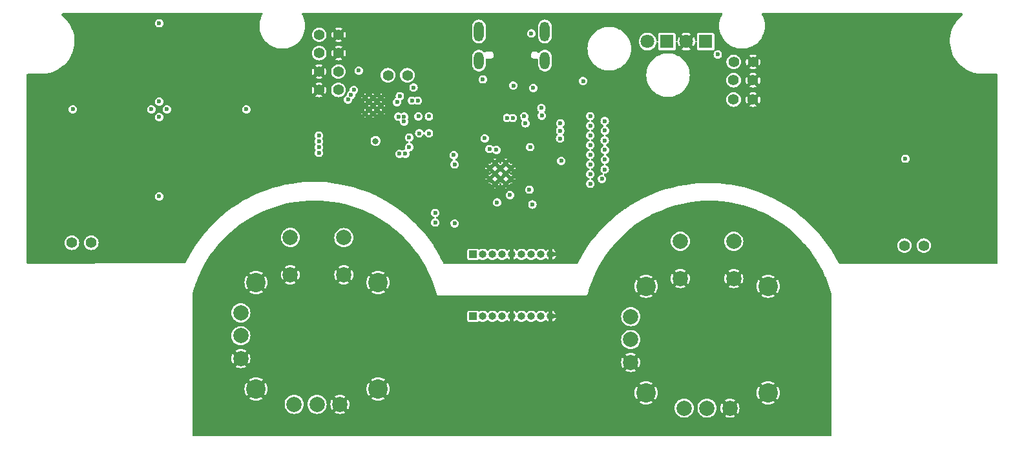
<source format=gbr>
%TF.GenerationSoftware,KiCad,Pcbnew,(7.0.0)*%
%TF.CreationDate,2023-10-05T11:29:09+03:00*%
%TF.ProjectId,Controller,436f6e74-726f-46c6-9c65-722e6b696361,1.0*%
%TF.SameCoordinates,Original*%
%TF.FileFunction,Copper,L2,Inr*%
%TF.FilePolarity,Positive*%
%FSLAX46Y46*%
G04 Gerber Fmt 4.6, Leading zero omitted, Abs format (unit mm)*
G04 Created by KiCad (PCBNEW (7.0.0)) date 2023-10-05 11:29:09*
%MOMM*%
%LPD*%
G01*
G04 APERTURE LIST*
%TA.AperFunction,ComponentPad*%
%ADD10C,2.540000*%
%TD*%
%TA.AperFunction,ComponentPad*%
%ADD11C,2.000000*%
%TD*%
%TA.AperFunction,ComponentPad*%
%ADD12O,1.300000X2.300000*%
%TD*%
%TA.AperFunction,ComponentPad*%
%ADD13O,1.300000X2.600000*%
%TD*%
%TA.AperFunction,ComponentPad*%
%ADD14R,1.800000X1.800000*%
%TD*%
%TA.AperFunction,ComponentPad*%
%ADD15C,1.800000*%
%TD*%
%TA.AperFunction,ComponentPad*%
%ADD16C,1.400000*%
%TD*%
%TA.AperFunction,ComponentPad*%
%ADD17C,0.500000*%
%TD*%
%TA.AperFunction,ComponentPad*%
%ADD18R,1.000000X1.000000*%
%TD*%
%TA.AperFunction,ComponentPad*%
%ADD19O,1.000000X1.000000*%
%TD*%
%TA.AperFunction,HeatsinkPad*%
%ADD20C,0.600000*%
%TD*%
%TA.AperFunction,ViaPad*%
%ADD21C,0.600000*%
%TD*%
%TA.AperFunction,ViaPad*%
%ADD22C,0.800000*%
%TD*%
G04 APERTURE END LIST*
D10*
%TO.N,GND*%
%TO.C,U502*%
X107952000Y-106537000D03*
X107952000Y-120537000D03*
X123952000Y-106537000D03*
X123952000Y-120537000D03*
D11*
%TO.N,/Controller_Peripherals/JYL_SW*%
X112452000Y-100637000D03*
X119452000Y-100647000D03*
%TO.N,GND*%
X112452000Y-105537000D03*
X119452000Y-105537000D03*
%TO.N,VAA*%
X112952000Y-122537000D03*
%TO.N,/Controller_Peripherals/XL*%
X115952000Y-122537000D03*
%TO.N,GND*%
X118952000Y-122537000D03*
%TO.N,VAA*%
X105952000Y-110537000D03*
%TO.N,/Controller_Peripherals/YL*%
X105952000Y-113537000D03*
%TO.N,GND*%
X105952000Y-116537000D03*
%TD*%
D12*
%TO.N,Earth*%
%TO.C,J101*%
X145797999Y-77432999D03*
D13*
X145797999Y-73607999D03*
D12*
X137157999Y-77432999D03*
D13*
X137157999Y-73607999D03*
%TD*%
D14*
%TO.N,Net-(D501-K)*%
%TO.C,D501*%
X161797999Y-74929999D03*
D15*
%TO.N,/Controller_Peripherals/IR_LED*%
X159258000Y-74930000D03*
%TD*%
D16*
%TO.N,/Controller_Peripherals/SW_1*%
%TO.C,SW506*%
X116230400Y-74041000D03*
%TO.N,GND*%
X118770400Y-74041000D03*
%TD*%
D17*
%TO.N,GND*%
%TO.C,U304*%
X124334500Y-84385000D03*
X124334500Y-83335000D03*
X124334500Y-82285000D03*
X123284500Y-84385000D03*
X123284500Y-83335000D03*
X123284500Y-82285000D03*
X122234500Y-84385000D03*
X122234500Y-83335000D03*
X122234500Y-82285000D03*
%TD*%
D16*
%TO.N,/Controller_Peripherals/SW_3*%
%TO.C,SW508*%
X170535600Y-82550000D03*
%TO.N,GND*%
X173075600Y-82550000D03*
%TD*%
D18*
%TO.N,VAA*%
%TO.C,J503*%
X136397999Y-110997999D03*
D19*
%TO.N,/Controller_Peripherals/JYL_SW*%
X137667999Y-110997999D03*
%TO.N,/Controller_Peripherals/YL*%
X138937999Y-110997999D03*
%TO.N,/Controller_Peripherals/XL*%
X140207999Y-110997999D03*
%TO.N,GND*%
X141477999Y-110997999D03*
%TO.N,/Controller_Peripherals/XR*%
X142747999Y-110997999D03*
%TO.N,/Controller_Peripherals/YR*%
X144017999Y-110997999D03*
%TO.N,/Controller_Peripherals/JYR_SW*%
X145287999Y-110997999D03*
%TO.N,GND*%
X146557999Y-110997999D03*
%TD*%
D16*
%TO.N,VCC*%
%TO.C,M501*%
X192933000Y-101707000D03*
%TO.N,Net-(M501--)*%
X195473000Y-101707000D03*
%TD*%
D18*
%TO.N,VAA*%
%TO.C,J503*%
X136402999Y-102869999D03*
D19*
%TO.N,/Controller_Peripherals/JYL_SW*%
X137672999Y-102869999D03*
%TO.N,/Controller_Peripherals/YL*%
X138942999Y-102869999D03*
%TO.N,/Controller_Peripherals/XL*%
X140212999Y-102869999D03*
%TO.N,GND*%
X141482999Y-102869999D03*
%TO.N,/Controller_Peripherals/XR*%
X142752999Y-102869999D03*
%TO.N,/Controller_Peripherals/YR*%
X144022999Y-102869999D03*
%TO.N,/Controller_Peripherals/JYR_SW*%
X145292999Y-102869999D03*
%TO.N,GND*%
X146562999Y-102869999D03*
%TD*%
D16*
%TO.N,/Controller_Peripherals/SW_SPST*%
%TO.C,SW505*%
X170541000Y-77597000D03*
%TO.N,GND*%
X173081000Y-77597000D03*
%TD*%
%TO.N,/Controller_Power/BATT+*%
%TO.C,BT301*%
X125242000Y-79350000D03*
%TO.N,/Controller_Power/BATT-*%
X127782000Y-79350000D03*
%TD*%
%TO.N,/Controller_Power/~{QON}*%
%TO.C,SW301*%
X118745000Y-81280000D03*
%TO.N,GND*%
X116205000Y-81280000D03*
%TD*%
%TO.N,VCC*%
%TO.C,M502*%
X83820000Y-101346000D03*
%TO.N,Net-(M502--)*%
X86360000Y-101346000D03*
%TD*%
D10*
%TO.N,GND*%
%TO.C,U504*%
X159053000Y-107038000D03*
X159053000Y-121038000D03*
X175053000Y-107038000D03*
X175053000Y-121038000D03*
D11*
%TO.N,/Controller_Peripherals/JYR_SW*%
X163553000Y-101138000D03*
X170553000Y-101148000D03*
%TO.N,GND*%
X163553000Y-106038000D03*
X170553000Y-106038000D03*
%TO.N,VAA*%
X164053000Y-123038000D03*
%TO.N,/Controller_Peripherals/XR*%
X167053000Y-123038000D03*
%TO.N,GND*%
X170053000Y-123038000D03*
%TO.N,VAA*%
X157053000Y-111038000D03*
%TO.N,/Controller_Peripherals/YR*%
X157053000Y-114038000D03*
%TO.N,GND*%
X157053000Y-117038000D03*
%TD*%
D16*
%TO.N,Net-(U304-TS)*%
%TO.C,TH301*%
X118745000Y-78867000D03*
%TO.N,GND*%
X116205000Y-78867000D03*
%TD*%
D14*
%TO.N,/Controller_Peripherals/IR_RECV*%
%TO.C,Q504*%
X166877999Y-74929999D03*
D15*
%TO.N,GND*%
X164338000Y-74930000D03*
%TD*%
D16*
%TO.N,/Controller_Peripherals/SW_2*%
%TO.C,SW507*%
X116230400Y-76440000D03*
%TO.N,GND*%
X118770400Y-76440000D03*
%TD*%
%TO.N,/Controller_Peripherals/SW_4*%
%TO.C,SW509*%
X170535600Y-80010000D03*
%TO.N,GND*%
X173075600Y-80010000D03*
%TD*%
D20*
%TO.N,GND*%
%TO.C,U401*%
X138578000Y-91557000D03*
X138578000Y-92957000D03*
X139278000Y-90857000D03*
X139278000Y-92257000D03*
X139278000Y-93657000D03*
X139978000Y-91557000D03*
X139978000Y-92957000D03*
X140678000Y-90857000D03*
X140678000Y-92257000D03*
X140678000Y-93657000D03*
X141378000Y-91557000D03*
X141378000Y-92957000D03*
%TD*%
D21*
%TO.N,/Controller_Power/BATT+*%
X120777000Y-81280000D03*
X120396000Y-81915000D03*
X120015000Y-82550000D03*
%TO.N,+3V3*%
X126746000Y-89662000D03*
X193040000Y-90297000D03*
X131445000Y-98679000D03*
X153645000Y-87909000D03*
X128016000Y-88773000D03*
X168452800Y-76606400D03*
X147955000Y-90599000D03*
X153670000Y-89154000D03*
X137922000Y-87630000D03*
X153289000Y-92964000D03*
X150825200Y-80111600D03*
X127508000Y-89662000D03*
X144170400Y-96316800D03*
X128590000Y-80960000D03*
X95250000Y-72517000D03*
X95250000Y-95250000D03*
X153645000Y-91719000D03*
X106680000Y-83820000D03*
X83947000Y-83820000D03*
X128016000Y-87503000D03*
X133985000Y-98806000D03*
X141668500Y-80708500D03*
X143891000Y-88773000D03*
X153645000Y-85369000D03*
X144018000Y-73863200D03*
X139446000Y-89154000D03*
X141224000Y-95062500D03*
X153670000Y-90424000D03*
X153670000Y-86614000D03*
X143256000Y-85659000D03*
X145348500Y-83646000D03*
%TO.N,GND*%
X94234000Y-82804000D03*
X185420000Y-94361000D03*
X154559000Y-87884000D03*
X142240000Y-97282000D03*
X152400000Y-86614000D03*
X125603000Y-90297000D03*
X143357600Y-100330000D03*
X152400000Y-92964000D03*
X94234000Y-84836000D03*
X133477000Y-101092000D03*
X142367000Y-84963000D03*
X96266000Y-84836000D03*
X134747000Y-98806000D03*
X154279600Y-92964000D03*
X187960000Y-82804000D03*
X159004000Y-94488000D03*
X146939000Y-100330000D03*
X129946400Y-87477600D03*
X154559000Y-91694000D03*
X152400000Y-91694000D03*
X96266000Y-82804000D03*
X95250000Y-83820000D03*
X148717000Y-85090000D03*
X148717000Y-88138000D03*
X152400000Y-85344000D03*
X188976000Y-83820000D03*
X139065000Y-95062500D03*
X130556000Y-98679000D03*
X141351000Y-101219000D03*
X140884500Y-80455502D03*
X125857000Y-86741000D03*
X137795000Y-100584000D03*
X134239000Y-80899000D03*
X148717000Y-87122000D03*
X187960000Y-84836000D03*
X183515000Y-94615000D03*
X141478000Y-109093000D03*
X134366000Y-100838000D03*
X125476000Y-81280000D03*
X122809000Y-93980000D03*
X145440400Y-85648800D03*
X141528800Y-98044000D03*
X144701456Y-88773540D03*
X148717000Y-86106000D03*
X154559000Y-85344000D03*
X147955000Y-91615000D03*
X152400000Y-87884000D03*
X131191000Y-80772000D03*
X143764000Y-93472000D03*
X140081000Y-84963000D03*
X141478000Y-74168000D03*
X138392263Y-78571900D03*
X154559000Y-90424000D03*
X137414000Y-80924400D03*
X132588000Y-101092000D03*
X154559000Y-86614000D03*
X180721000Y-94488000D03*
X152400000Y-89154000D03*
X144576800Y-78587600D03*
X131572000Y-101092000D03*
X186944000Y-83820000D03*
X136525000Y-95504000D03*
X131191000Y-80137000D03*
X125603000Y-89662000D03*
X152400000Y-90424000D03*
X144018000Y-83439000D03*
X143522497Y-81017498D03*
X187960000Y-83820000D03*
X131191000Y-81407000D03*
X154559000Y-89154000D03*
X151982367Y-95251300D03*
%TO.N,VCC*%
X143084029Y-84744774D03*
X116205000Y-88011000D03*
X116205000Y-89535000D03*
X116205000Y-87249000D03*
X116205000Y-88773000D03*
%TO.N,VBUS*%
X126618833Y-84785200D03*
X127355600Y-84785200D03*
X128397000Y-82677000D03*
X127355600Y-85432500D03*
X129159000Y-82677000D03*
%TO.N,/Controller_Power/REGN*%
X121412000Y-78740000D03*
D22*
X123610500Y-87978556D03*
D21*
%TO.N,/Interface_USB_C_2.0/USB_SEL*%
X144272000Y-81017498D03*
%TO.N,/Controller_Power/BQ_SDA*%
X126800137Y-82099471D03*
X130606800Y-84734400D03*
X130606800Y-86969600D03*
%TO.N,/Controller_Power/BQ_SCL*%
X129336800Y-86969600D03*
X129235200Y-84734400D03*
X126432000Y-82871000D03*
%TO.N,/Controller_Peripherals/SW_UP*%
X95250000Y-82804000D03*
%TO.N,/Controller_Peripherals/SW_DN*%
X95250000Y-84836000D03*
%TO.N,/Controller_Peripherals/SW_RT*%
X96266000Y-83820000D03*
%TO.N,/Controller_Peripherals/SW_LT*%
X94234000Y-83820000D03*
%TO.N,/Interface_USB_C_2.0/USB_D1-*%
X140832529Y-84955251D03*
%TO.N,/Interface_USB_C_2.0/USB_D1+*%
X141605000Y-84963000D03*
%TO.N,/Interface_USB_C_2.0/VIN_FLG*%
X137668000Y-79883000D03*
%TO.N,/Controller_Peripherals/AUX_SDA*%
X138557000Y-89027000D03*
X133985000Y-91059000D03*
%TO.N,/Controller_Peripherals/AUX_SCL*%
X133858000Y-89817000D03*
%TO.N,/Controller_Peripherals/LCD_EN*%
X151765000Y-84709000D03*
%TO.N,/Controller_Peripherals/LCD_CK*%
X147796000Y-87646000D03*
%TO.N,/Controller_Peripherals/LCD_CS*%
X147812000Y-86646000D03*
%TO.N,/Controller_Peripherals/LCD_DI*%
X147828000Y-85646000D03*
%TO.N,/Controller_Peripherals/LCD_DO*%
X145415000Y-84646000D03*
%TO.N,/Controller_Peripherals/LCD_BL*%
X139540500Y-96044500D03*
X143764000Y-94361000D03*
%TO.N,/Controller_Peripherals/SD_DET*%
X151765000Y-85979000D03*
%TO.N,/Controller_Peripherals/SD_D0*%
X151765000Y-88519000D03*
%TO.N,/Controller_Peripherals/SD_D1*%
X151765000Y-87249000D03*
%TO.N,/Controller_Peripherals/SD_D2*%
X151765000Y-93599000D03*
%TO.N,/Controller_Peripherals/SD_D3*%
X151765000Y-92329000D03*
%TO.N,/Controller_Peripherals/SD_CK*%
X151765000Y-89789000D03*
%TO.N,/Controller_Peripherals/SD_CMD*%
X151765000Y-91059000D03*
%TO.N,/RF_MODULE_ESP32-S3-WROOM-1U/CHIP_EN*%
X131445000Y-97409000D03*
%TD*%
%TA.AperFunction,Conductor*%
%TO.N,GND*%
G36*
X116398970Y-95793232D02*
G01*
X116404935Y-95793520D01*
X117198987Y-95851037D01*
X117204902Y-95851610D01*
X117995282Y-95947484D01*
X118001171Y-95948344D01*
X118785957Y-96082341D01*
X118791801Y-96083485D01*
X119443700Y-96227562D01*
X119569164Y-96255291D01*
X119574990Y-96256727D01*
X119583534Y-96259054D01*
X120343140Y-96465944D01*
X120348854Y-96467650D01*
X121106006Y-96713796D01*
X121111594Y-96715763D01*
X121855945Y-96998252D01*
X121861479Y-97000507D01*
X122591286Y-97318676D01*
X122596684Y-97321186D01*
X123310240Y-97674293D01*
X123315532Y-97677074D01*
X124011161Y-98064286D01*
X124016282Y-98067301D01*
X124634453Y-98451705D01*
X124692357Y-98487712D01*
X124697370Y-98490999D01*
X125352323Y-98943636D01*
X125357149Y-98947147D01*
X125801130Y-99286861D01*
X125989414Y-99430927D01*
X125994090Y-99434688D01*
X126602207Y-99948489D01*
X126606675Y-99952454D01*
X126886136Y-100212763D01*
X127189218Y-100495074D01*
X127193509Y-100499269D01*
X127407307Y-100718670D01*
X127687132Y-101005830D01*
X127749115Y-101069437D01*
X127753198Y-101073835D01*
X128280562Y-101670212D01*
X128284427Y-101674803D01*
X128782330Y-102296010D01*
X128785969Y-102300782D01*
X129253217Y-102945328D01*
X129256621Y-102950271D01*
X129692147Y-103616686D01*
X129695307Y-103621787D01*
X129768562Y-103746683D01*
X130098078Y-104308489D01*
X130100971Y-104313704D01*
X130240919Y-104581177D01*
X130470064Y-105019126D01*
X130472716Y-105024509D01*
X130807226Y-105746915D01*
X130809615Y-105752420D01*
X131108784Y-106490169D01*
X131110904Y-106495783D01*
X131374028Y-107247145D01*
X131375874Y-107252855D01*
X131593227Y-107985366D01*
X131597830Y-108009292D01*
X131598120Y-108012457D01*
X131598121Y-108012461D01*
X131599172Y-108023896D01*
X131604283Y-108034180D01*
X131604284Y-108034183D01*
X131605499Y-108036627D01*
X131610263Y-108049180D01*
X131613084Y-108055475D01*
X131615632Y-108064892D01*
X131620965Y-108073061D01*
X131620966Y-108073062D01*
X131628042Y-108083900D01*
X131635253Y-108096500D01*
X131644056Y-108114212D01*
X131644057Y-108114213D01*
X131649171Y-108124503D01*
X131657655Y-108132249D01*
X131657656Y-108132250D01*
X131658467Y-108132990D01*
X131663190Y-108137734D01*
X131667671Y-108144597D01*
X131675268Y-108150718D01*
X131694540Y-108166246D01*
X131700351Y-108171232D01*
X131723652Y-108192507D01*
X131732138Y-108200255D01*
X131741035Y-108203709D01*
X131741793Y-108204320D01*
X131785106Y-108220825D01*
X131785832Y-108221104D01*
X131836866Y-108240920D01*
X131882624Y-108240954D01*
X131888663Y-108241108D01*
X131925814Y-108242965D01*
X131932235Y-108241227D01*
X131936559Y-108240996D01*
X151090608Y-108255838D01*
X151095249Y-108256088D01*
X151101894Y-108257884D01*
X151138633Y-108256036D01*
X151144921Y-108255880D01*
X151161948Y-108255894D01*
X151167591Y-108254843D01*
X151171334Y-108254499D01*
X151176455Y-108254134D01*
X151196963Y-108253104D01*
X151206092Y-108249621D01*
X151206825Y-108249467D01*
X151227072Y-108243771D01*
X151244549Y-108240519D01*
X151258059Y-108232167D01*
X151273570Y-108224501D01*
X151276774Y-108222660D01*
X151285902Y-108219179D01*
X151302288Y-108205966D01*
X151314910Y-108197029D01*
X151340114Y-108181452D01*
X151347482Y-108171709D01*
X151352912Y-108165149D01*
X151360004Y-108159432D01*
X151377952Y-108131919D01*
X151382885Y-108124902D01*
X151407888Y-108091849D01*
X151410835Y-108081520D01*
X151412017Y-108079709D01*
X151423689Y-108036510D01*
X151424078Y-108035108D01*
X151425111Y-108031488D01*
X151425377Y-108030571D01*
X151650975Y-107269350D01*
X151652815Y-107263653D01*
X151653643Y-107261287D01*
X151730055Y-107042854D01*
X157528682Y-107042854D01*
X157546690Y-107271663D01*
X157548208Y-107281249D01*
X157601786Y-107504421D01*
X157604788Y-107513658D01*
X157692616Y-107725694D01*
X157697030Y-107734357D01*
X157805974Y-107912136D01*
X157813795Y-107920113D01*
X157823263Y-107914182D01*
X158687904Y-107049542D01*
X158694568Y-107038000D01*
X159411431Y-107038000D01*
X159418095Y-107049542D01*
X160282735Y-107914182D01*
X160292203Y-107920113D01*
X160300023Y-107912138D01*
X160408975Y-107734348D01*
X160413380Y-107725701D01*
X160501211Y-107513658D01*
X160504213Y-107504421D01*
X160557791Y-107281249D01*
X160559309Y-107271663D01*
X160574331Y-107080802D01*
X162867117Y-107080802D01*
X162874550Y-107088913D01*
X162921172Y-107121558D01*
X162930522Y-107126956D01*
X163118932Y-107214813D01*
X163129074Y-107218505D01*
X163329886Y-107272311D01*
X163340501Y-107274183D01*
X163547605Y-107292303D01*
X163558395Y-107292303D01*
X163765498Y-107274183D01*
X163776113Y-107272311D01*
X163976925Y-107218505D01*
X163987067Y-107214813D01*
X164175485Y-107126953D01*
X164184817Y-107121565D01*
X164231450Y-107088912D01*
X164238881Y-107080803D01*
X164238880Y-107080802D01*
X169867117Y-107080802D01*
X169874550Y-107088913D01*
X169921172Y-107121558D01*
X169930522Y-107126956D01*
X170118932Y-107214813D01*
X170129074Y-107218505D01*
X170329886Y-107272311D01*
X170340501Y-107274183D01*
X170547605Y-107292303D01*
X170558395Y-107292303D01*
X170765498Y-107274183D01*
X170776113Y-107272311D01*
X170976925Y-107218505D01*
X170987067Y-107214813D01*
X171175485Y-107126953D01*
X171184817Y-107121565D01*
X171231450Y-107088912D01*
X171238881Y-107080803D01*
X171232967Y-107071520D01*
X171204301Y-107042854D01*
X173528682Y-107042854D01*
X173546690Y-107271663D01*
X173548208Y-107281249D01*
X173601786Y-107504421D01*
X173604788Y-107513658D01*
X173692616Y-107725694D01*
X173697030Y-107734357D01*
X173805974Y-107912136D01*
X173813795Y-107920113D01*
X173823263Y-107914182D01*
X174687904Y-107049542D01*
X174694568Y-107038000D01*
X175411431Y-107038000D01*
X175418095Y-107049542D01*
X176282735Y-107914182D01*
X176292203Y-107920113D01*
X176300023Y-107912138D01*
X176408975Y-107734348D01*
X176413380Y-107725701D01*
X176501211Y-107513658D01*
X176504213Y-107504421D01*
X176557791Y-107281249D01*
X176559309Y-107271663D01*
X176577318Y-107042854D01*
X176577318Y-107033146D01*
X176559309Y-106804336D01*
X176557791Y-106794750D01*
X176504213Y-106571578D01*
X176501211Y-106562341D01*
X176413383Y-106350305D01*
X176408969Y-106341642D01*
X176300024Y-106163862D01*
X176292203Y-106155885D01*
X176282735Y-106161816D01*
X175418095Y-107026457D01*
X175411431Y-107038000D01*
X174694568Y-107038000D01*
X174687904Y-107026457D01*
X173823263Y-106161816D01*
X173813795Y-106155885D01*
X173805974Y-106163862D01*
X173697030Y-106341642D01*
X173692616Y-106350305D01*
X173604788Y-106562341D01*
X173601786Y-106571578D01*
X173548208Y-106794750D01*
X173546690Y-106804336D01*
X173528682Y-107033146D01*
X173528682Y-107042854D01*
X171204301Y-107042854D01*
X170564542Y-106403095D01*
X170553000Y-106396431D01*
X170541457Y-106403095D01*
X169873028Y-107071523D01*
X169867117Y-107080802D01*
X164238880Y-107080802D01*
X164232967Y-107071520D01*
X163564542Y-106403095D01*
X163553000Y-106396431D01*
X163541457Y-106403095D01*
X162873028Y-107071523D01*
X162867117Y-107080802D01*
X160574331Y-107080802D01*
X160577318Y-107042854D01*
X160577318Y-107033146D01*
X160559309Y-106804336D01*
X160557791Y-106794750D01*
X160504213Y-106571578D01*
X160501211Y-106562341D01*
X160413383Y-106350305D01*
X160408969Y-106341642D01*
X160300024Y-106163862D01*
X160292203Y-106155885D01*
X160282735Y-106161816D01*
X159418095Y-107026457D01*
X159411431Y-107038000D01*
X158694568Y-107038000D01*
X158687904Y-107026457D01*
X157823263Y-106161816D01*
X157813795Y-106155885D01*
X157805974Y-106163862D01*
X157697030Y-106341642D01*
X157692616Y-106350305D01*
X157604788Y-106562341D01*
X157601786Y-106571578D01*
X157548208Y-106794750D01*
X157546690Y-106804336D01*
X157528682Y-107033146D01*
X157528682Y-107042854D01*
X151730055Y-107042854D01*
X151915085Y-106513920D01*
X151917198Y-106508322D01*
X151918140Y-106505997D01*
X152204639Y-105798795D01*
X158170885Y-105798795D01*
X158176816Y-105808263D01*
X159041457Y-106672904D01*
X159053000Y-106679568D01*
X159064542Y-106672904D01*
X159694050Y-106043395D01*
X162298697Y-106043395D01*
X162316816Y-106250498D01*
X162318688Y-106261113D01*
X162372494Y-106461925D01*
X162376186Y-106472067D01*
X162464043Y-106660477D01*
X162469441Y-106669827D01*
X162502084Y-106716447D01*
X162510197Y-106723881D01*
X162519475Y-106717970D01*
X163187904Y-106049542D01*
X163194568Y-106038000D01*
X163911431Y-106038000D01*
X163918095Y-106049542D01*
X164586520Y-106717967D01*
X164595803Y-106723881D01*
X164603912Y-106716450D01*
X164636565Y-106669817D01*
X164641953Y-106660485D01*
X164729813Y-106472067D01*
X164733505Y-106461925D01*
X164787311Y-106261113D01*
X164789183Y-106250498D01*
X164807303Y-106043395D01*
X169298697Y-106043395D01*
X169316816Y-106250498D01*
X169318688Y-106261113D01*
X169372494Y-106461925D01*
X169376186Y-106472067D01*
X169464043Y-106660477D01*
X169469441Y-106669827D01*
X169502084Y-106716447D01*
X169510197Y-106723881D01*
X169519475Y-106717970D01*
X170187904Y-106049542D01*
X170194568Y-106038000D01*
X170911431Y-106038000D01*
X170918095Y-106049542D01*
X171586520Y-106717967D01*
X171595803Y-106723881D01*
X171603912Y-106716450D01*
X171636565Y-106669817D01*
X171641953Y-106660485D01*
X171729813Y-106472067D01*
X171733505Y-106461925D01*
X171787311Y-106261113D01*
X171789183Y-106250498D01*
X171807303Y-106043395D01*
X171807303Y-106032605D01*
X171789183Y-105825501D01*
X171787311Y-105814886D01*
X171783000Y-105798795D01*
X174170885Y-105798795D01*
X174176816Y-105808263D01*
X175041457Y-106672904D01*
X175053000Y-106679568D01*
X175064542Y-106672904D01*
X175929182Y-105808263D01*
X175935113Y-105798795D01*
X175927136Y-105790974D01*
X175749357Y-105682030D01*
X175740694Y-105677616D01*
X175528658Y-105589788D01*
X175519421Y-105586786D01*
X175296249Y-105533208D01*
X175286663Y-105531690D01*
X175057854Y-105513682D01*
X175048146Y-105513682D01*
X174819336Y-105531690D01*
X174809750Y-105533208D01*
X174586578Y-105586786D01*
X174577341Y-105589788D01*
X174365305Y-105677616D01*
X174356642Y-105682030D01*
X174178862Y-105790974D01*
X174170885Y-105798795D01*
X171783000Y-105798795D01*
X171733505Y-105614074D01*
X171729813Y-105603932D01*
X171641955Y-105415520D01*
X171636559Y-105406175D01*
X171603913Y-105359552D01*
X171595801Y-105352119D01*
X171586519Y-105358032D01*
X170918095Y-106026457D01*
X170911431Y-106038000D01*
X170194568Y-106038000D01*
X170187904Y-106026457D01*
X169519476Y-105358029D01*
X169510197Y-105352118D01*
X169502086Y-105359551D01*
X169469441Y-105406173D01*
X169464043Y-105415523D01*
X169376186Y-105603932D01*
X169372494Y-105614074D01*
X169318688Y-105814886D01*
X169316816Y-105825501D01*
X169298697Y-106032605D01*
X169298697Y-106043395D01*
X164807303Y-106043395D01*
X164807303Y-106032605D01*
X164789183Y-105825501D01*
X164787311Y-105814886D01*
X164733505Y-105614074D01*
X164729813Y-105603932D01*
X164641955Y-105415520D01*
X164636559Y-105406175D01*
X164603913Y-105359552D01*
X164595801Y-105352119D01*
X164586519Y-105358032D01*
X163918095Y-106026457D01*
X163911431Y-106038000D01*
X163194568Y-106038000D01*
X163187904Y-106026457D01*
X162519476Y-105358029D01*
X162510197Y-105352118D01*
X162502086Y-105359551D01*
X162469441Y-105406173D01*
X162464043Y-105415523D01*
X162376186Y-105603932D01*
X162372494Y-105614074D01*
X162318688Y-105814886D01*
X162316816Y-105825501D01*
X162298697Y-106032605D01*
X162298697Y-106043395D01*
X159694050Y-106043395D01*
X159929182Y-105808263D01*
X159935113Y-105798795D01*
X159927136Y-105790974D01*
X159749357Y-105682030D01*
X159740694Y-105677616D01*
X159528658Y-105589788D01*
X159519421Y-105586786D01*
X159296249Y-105533208D01*
X159286663Y-105531690D01*
X159057854Y-105513682D01*
X159048146Y-105513682D01*
X158819336Y-105531690D01*
X158809750Y-105533208D01*
X158586578Y-105586786D01*
X158577341Y-105589788D01*
X158365305Y-105677616D01*
X158356642Y-105682030D01*
X158178862Y-105790974D01*
X158170885Y-105798795D01*
X152204639Y-105798795D01*
X152215436Y-105772143D01*
X152217792Y-105766709D01*
X152551302Y-105045806D01*
X152553926Y-105040474D01*
X152577596Y-104995197D01*
X162867118Y-104995197D01*
X162873029Y-105004476D01*
X163541457Y-105672904D01*
X163552999Y-105679568D01*
X163564542Y-105672904D01*
X164232970Y-105004475D01*
X164238881Y-104995197D01*
X169867118Y-104995197D01*
X169873029Y-105004476D01*
X170541457Y-105672904D01*
X170552999Y-105679568D01*
X170564542Y-105672904D01*
X171232970Y-105004475D01*
X171238881Y-104995197D01*
X171231447Y-104987084D01*
X171184827Y-104954441D01*
X171175477Y-104949043D01*
X170987067Y-104861186D01*
X170976925Y-104857494D01*
X170776113Y-104803688D01*
X170765498Y-104801816D01*
X170558395Y-104783697D01*
X170547605Y-104783697D01*
X170340501Y-104801816D01*
X170329886Y-104803688D01*
X170129074Y-104857494D01*
X170118932Y-104861186D01*
X169930523Y-104949043D01*
X169921173Y-104954441D01*
X169874551Y-104987086D01*
X169867118Y-104995197D01*
X164238881Y-104995197D01*
X164231447Y-104987084D01*
X164184827Y-104954441D01*
X164175477Y-104949043D01*
X163987067Y-104861186D01*
X163976925Y-104857494D01*
X163776113Y-104803688D01*
X163765498Y-104801816D01*
X163558395Y-104783697D01*
X163547605Y-104783697D01*
X163340501Y-104801816D01*
X163329886Y-104803688D01*
X163129074Y-104857494D01*
X163118932Y-104861186D01*
X162930523Y-104949043D01*
X162921173Y-104954441D01*
X162874551Y-104987086D01*
X162867118Y-104995197D01*
X152577596Y-104995197D01*
X152921935Y-104336523D01*
X152924807Y-104331338D01*
X153326434Y-103646028D01*
X153329572Y-103640960D01*
X153763867Y-102975906D01*
X153767229Y-102971020D01*
X154233206Y-102327730D01*
X154236816Y-102322994D01*
X154733334Y-101703042D01*
X154737192Y-101698458D01*
X154751544Y-101682216D01*
X155232419Y-101138000D01*
X162297723Y-101138000D01*
X162298195Y-101143395D01*
X162316320Y-101350578D01*
X162316321Y-101350585D01*
X162316793Y-101355977D01*
X162318192Y-101361199D01*
X162318194Y-101361209D01*
X162372024Y-101562102D01*
X162373425Y-101567330D01*
X162375709Y-101572229D01*
X162375712Y-101572236D01*
X162463611Y-101760736D01*
X162463614Y-101760742D01*
X162465898Y-101765639D01*
X162468997Y-101770066D01*
X162468999Y-101770068D01*
X162588296Y-101940442D01*
X162588299Y-101940446D01*
X162591402Y-101944877D01*
X162746123Y-102099598D01*
X162750555Y-102102701D01*
X162750557Y-102102703D01*
X162874372Y-102189399D01*
X162925361Y-102225102D01*
X162930261Y-102227387D01*
X162930263Y-102227388D01*
X163111171Y-102311747D01*
X163123670Y-102317575D01*
X163239110Y-102348507D01*
X163329790Y-102372805D01*
X163329791Y-102372805D01*
X163335023Y-102374207D01*
X163553000Y-102393277D01*
X163770977Y-102374207D01*
X163982330Y-102317575D01*
X164180639Y-102225102D01*
X164359877Y-102099598D01*
X164514598Y-101944877D01*
X164640102Y-101765639D01*
X164732575Y-101567330D01*
X164789207Y-101355977D01*
X164807402Y-101148000D01*
X169297723Y-101148000D01*
X169298195Y-101153395D01*
X169316320Y-101360578D01*
X169316321Y-101360585D01*
X169316793Y-101365977D01*
X169318192Y-101371199D01*
X169318194Y-101371209D01*
X169372024Y-101572102D01*
X169373425Y-101577330D01*
X169375709Y-101582229D01*
X169375712Y-101582236D01*
X169463611Y-101770736D01*
X169463614Y-101770742D01*
X169465898Y-101775639D01*
X169468997Y-101780066D01*
X169468999Y-101780068D01*
X169588296Y-101950442D01*
X169588299Y-101950446D01*
X169591402Y-101954877D01*
X169746123Y-102109598D01*
X169750555Y-102112701D01*
X169750557Y-102112703D01*
X169884159Y-102206252D01*
X169925361Y-102235102D01*
X169930261Y-102237387D01*
X169930263Y-102237388D01*
X170109520Y-102320977D01*
X170123670Y-102327575D01*
X170264073Y-102365196D01*
X170329790Y-102382805D01*
X170329791Y-102382805D01*
X170335023Y-102384207D01*
X170553000Y-102403277D01*
X170770977Y-102384207D01*
X170982330Y-102327575D01*
X171180639Y-102235102D01*
X171359877Y-102109598D01*
X171514598Y-101954877D01*
X171640102Y-101775639D01*
X171732575Y-101577330D01*
X171789207Y-101365977D01*
X171808277Y-101148000D01*
X171789207Y-100930023D01*
X171732575Y-100718670D01*
X171640102Y-100520362D01*
X171514598Y-100341123D01*
X171359877Y-100186402D01*
X171355446Y-100183299D01*
X171355442Y-100183296D01*
X171185068Y-100063999D01*
X171185066Y-100063997D01*
X171180639Y-100060898D01*
X171175742Y-100058614D01*
X171175736Y-100058611D01*
X170987236Y-99970712D01*
X170987229Y-99970709D01*
X170982330Y-99968425D01*
X170977103Y-99967024D01*
X170977102Y-99967024D01*
X170776209Y-99913194D01*
X170776199Y-99913192D01*
X170770977Y-99911793D01*
X170765585Y-99911321D01*
X170765578Y-99911320D01*
X170558395Y-99893195D01*
X170553000Y-99892723D01*
X170547605Y-99893195D01*
X170340421Y-99911320D01*
X170340412Y-99911321D01*
X170335023Y-99911793D01*
X170329802Y-99913191D01*
X170329790Y-99913194D01*
X170128897Y-99967024D01*
X170128892Y-99967025D01*
X170123670Y-99968425D01*
X170118774Y-99970707D01*
X170118763Y-99970712D01*
X169930272Y-100058608D01*
X169930268Y-100058610D01*
X169925362Y-100060898D01*
X169920929Y-100064001D01*
X169920922Y-100064006D01*
X169750558Y-100183296D01*
X169750553Y-100183299D01*
X169746123Y-100186402D01*
X169742299Y-100190225D01*
X169742293Y-100190231D01*
X169595231Y-100337293D01*
X169595225Y-100337299D01*
X169591402Y-100341123D01*
X169588299Y-100345553D01*
X169588296Y-100345558D01*
X169469006Y-100515922D01*
X169469001Y-100515929D01*
X169465898Y-100520362D01*
X169463610Y-100525268D01*
X169463608Y-100525272D01*
X169375712Y-100713763D01*
X169375707Y-100713774D01*
X169373425Y-100718670D01*
X169372025Y-100723892D01*
X169372024Y-100723897D01*
X169318194Y-100924790D01*
X169318191Y-100924802D01*
X169316793Y-100930023D01*
X169316321Y-100935412D01*
X169316320Y-100935421D01*
X169301923Y-101099987D01*
X169297723Y-101148000D01*
X164807402Y-101148000D01*
X164808277Y-101138000D01*
X164789207Y-100920023D01*
X164732575Y-100708670D01*
X164640102Y-100510362D01*
X164514598Y-100331123D01*
X164359877Y-100176402D01*
X164355446Y-100173299D01*
X164355442Y-100173296D01*
X164185068Y-100053999D01*
X164185066Y-100053997D01*
X164180639Y-100050898D01*
X164175742Y-100048614D01*
X164175736Y-100048611D01*
X163987236Y-99960712D01*
X163987229Y-99960709D01*
X163982330Y-99958425D01*
X163977103Y-99957024D01*
X163977102Y-99957024D01*
X163776209Y-99903194D01*
X163776199Y-99903192D01*
X163770977Y-99901793D01*
X163765585Y-99901321D01*
X163765578Y-99901320D01*
X163558395Y-99883195D01*
X163553000Y-99882723D01*
X163547605Y-99883195D01*
X163340421Y-99901320D01*
X163340412Y-99901321D01*
X163335023Y-99901793D01*
X163329802Y-99903191D01*
X163329790Y-99903194D01*
X163128897Y-99957024D01*
X163128892Y-99957025D01*
X163123670Y-99958425D01*
X163118774Y-99960707D01*
X163118763Y-99960712D01*
X162930272Y-100048608D01*
X162930268Y-100048610D01*
X162925362Y-100050898D01*
X162920929Y-100054001D01*
X162920922Y-100054006D01*
X162750558Y-100173296D01*
X162750553Y-100173299D01*
X162746123Y-100176402D01*
X162742299Y-100180225D01*
X162742293Y-100180231D01*
X162595231Y-100327293D01*
X162595225Y-100327299D01*
X162591402Y-100331123D01*
X162588299Y-100335553D01*
X162588296Y-100335558D01*
X162469006Y-100505922D01*
X162469001Y-100505929D01*
X162465898Y-100510362D01*
X162463610Y-100515268D01*
X162463608Y-100515272D01*
X162375712Y-100703763D01*
X162375707Y-100703774D01*
X162373425Y-100708670D01*
X162372025Y-100713892D01*
X162372024Y-100713897D01*
X162318194Y-100914790D01*
X162318191Y-100914802D01*
X162316793Y-100920023D01*
X162316321Y-100925412D01*
X162316320Y-100925421D01*
X162303195Y-101075454D01*
X162297723Y-101138000D01*
X155232419Y-101138000D01*
X155263132Y-101103242D01*
X155267205Y-101098853D01*
X155821309Y-100529792D01*
X155825573Y-100525620D01*
X156406602Y-99983993D01*
X156411030Y-99980061D01*
X157017586Y-99467173D01*
X157022224Y-99463441D01*
X157652847Y-98980524D01*
X157657665Y-98977016D01*
X158310905Y-98525178D01*
X158315894Y-98521901D01*
X158990283Y-98102161D01*
X158995391Y-98099151D01*
X159689255Y-97712551D01*
X159694537Y-97709773D01*
X160406287Y-97357194D01*
X160411693Y-97354677D01*
X161139679Y-97036940D01*
X161145212Y-97034683D01*
X161887686Y-96752548D01*
X161893293Y-96750570D01*
X162648584Y-96504673D01*
X162654321Y-96502957D01*
X163420634Y-96293884D01*
X163426389Y-96292463D01*
X164201901Y-96120712D01*
X164207710Y-96119571D01*
X164990639Y-95985535D01*
X164996574Y-95984667D01*
X165785046Y-95888668D01*
X165790943Y-95888094D01*
X166583177Y-95830349D01*
X166589106Y-95830061D01*
X167383162Y-95810710D01*
X167389153Y-95810710D01*
X168183209Y-95829797D01*
X168189147Y-95830083D01*
X168957647Y-95885844D01*
X168981362Y-95887565D01*
X168987334Y-95888144D01*
X168991683Y-95888672D01*
X169775819Y-95983880D01*
X169781712Y-95984740D01*
X170564668Y-96118514D01*
X170570547Y-96119666D01*
X171346082Y-96291155D01*
X171351892Y-96292588D01*
X172118232Y-96501396D01*
X172123942Y-96503101D01*
X172879305Y-96748746D01*
X172884923Y-96750725D01*
X173627541Y-97032634D01*
X173633032Y-97034872D01*
X174361142Y-97352378D01*
X174366519Y-97354879D01*
X175078405Y-97707231D01*
X175083680Y-97710002D01*
X175592820Y-97993460D01*
X175777668Y-98096372D01*
X175782835Y-98099415D01*
X176421030Y-98496337D01*
X176457283Y-98518884D01*
X176462278Y-98522160D01*
X177077149Y-98947157D01*
X177115679Y-98973789D01*
X177120531Y-98977320D01*
X177751287Y-99460008D01*
X177755961Y-99463767D01*
X178329580Y-99948480D01*
X178362630Y-99976407D01*
X178367114Y-99980386D01*
X178946756Y-100520362D01*
X178948295Y-100521795D01*
X178952576Y-100525982D01*
X179075748Y-100652395D01*
X179506845Y-101094835D01*
X179510928Y-101099232D01*
X179811742Y-101439442D01*
X180019848Y-101674803D01*
X180037065Y-101694274D01*
X180040925Y-101698859D01*
X180203575Y-101901805D01*
X180537644Y-102318640D01*
X180541282Y-102323412D01*
X181007428Y-102966488D01*
X181010831Y-102971430D01*
X181445325Y-103636309D01*
X181448485Y-103641410D01*
X181510227Y-103746683D01*
X181850310Y-104326539D01*
X181853202Y-104331755D01*
X181938557Y-104494896D01*
X182221418Y-105035536D01*
X182224070Y-105040918D01*
X182557797Y-105761663D01*
X182560186Y-105767168D01*
X182858652Y-106503212D01*
X182860772Y-106508826D01*
X183123288Y-107258467D01*
X183125133Y-107264177D01*
X183336377Y-107976106D01*
X183341500Y-108011379D01*
X183341500Y-126575500D01*
X183324887Y-126637500D01*
X183279500Y-126682887D01*
X183217500Y-126699500D01*
X99738500Y-126699500D01*
X99676500Y-126682887D01*
X99631113Y-126637500D01*
X99614500Y-126575500D01*
X99614500Y-122537000D01*
X111696723Y-122537000D01*
X111697195Y-122542395D01*
X111715320Y-122749578D01*
X111715321Y-122749585D01*
X111715793Y-122754977D01*
X111717192Y-122760199D01*
X111717194Y-122760209D01*
X111755213Y-122902095D01*
X111772425Y-122966330D01*
X111774709Y-122971229D01*
X111774712Y-122971236D01*
X111862611Y-123159736D01*
X111862614Y-123159742D01*
X111864898Y-123164639D01*
X111867997Y-123169066D01*
X111867999Y-123169068D01*
X111987296Y-123339442D01*
X111987299Y-123339446D01*
X111990402Y-123343877D01*
X112145123Y-123498598D01*
X112324361Y-123624102D01*
X112329261Y-123626387D01*
X112329263Y-123626388D01*
X112422418Y-123669827D01*
X112522670Y-123716575D01*
X112680522Y-123758871D01*
X112728790Y-123771805D01*
X112728791Y-123771805D01*
X112734023Y-123773207D01*
X112952000Y-123792277D01*
X113169977Y-123773207D01*
X113381330Y-123716575D01*
X113579639Y-123624102D01*
X113758877Y-123498598D01*
X113913598Y-123343877D01*
X114039102Y-123164639D01*
X114131575Y-122966330D01*
X114188207Y-122754977D01*
X114207277Y-122537000D01*
X114696723Y-122537000D01*
X114697195Y-122542395D01*
X114715320Y-122749578D01*
X114715321Y-122749585D01*
X114715793Y-122754977D01*
X114717192Y-122760199D01*
X114717194Y-122760209D01*
X114755213Y-122902095D01*
X114772425Y-122966330D01*
X114774709Y-122971229D01*
X114774712Y-122971236D01*
X114862611Y-123159736D01*
X114862614Y-123159742D01*
X114864898Y-123164639D01*
X114867997Y-123169066D01*
X114867999Y-123169068D01*
X114987296Y-123339442D01*
X114987299Y-123339446D01*
X114990402Y-123343877D01*
X115145123Y-123498598D01*
X115324361Y-123624102D01*
X115329261Y-123626387D01*
X115329263Y-123626388D01*
X115422418Y-123669827D01*
X115522670Y-123716575D01*
X115680522Y-123758871D01*
X115728790Y-123771805D01*
X115728791Y-123771805D01*
X115734023Y-123773207D01*
X115952000Y-123792277D01*
X116169977Y-123773207D01*
X116381330Y-123716575D01*
X116579639Y-123624102D01*
X116642906Y-123579802D01*
X118266117Y-123579802D01*
X118273550Y-123587913D01*
X118320172Y-123620558D01*
X118329522Y-123625956D01*
X118517932Y-123713813D01*
X118528074Y-123717505D01*
X118728886Y-123771311D01*
X118739501Y-123773183D01*
X118946605Y-123791303D01*
X118957395Y-123791303D01*
X119164498Y-123773183D01*
X119175113Y-123771311D01*
X119375925Y-123717505D01*
X119386067Y-123713813D01*
X119574485Y-123625953D01*
X119583817Y-123620565D01*
X119630450Y-123587912D01*
X119637881Y-123579803D01*
X119631967Y-123570520D01*
X118963542Y-122902095D01*
X118952000Y-122895431D01*
X118940457Y-122902095D01*
X118272028Y-123570523D01*
X118266117Y-123579802D01*
X116642906Y-123579802D01*
X116758877Y-123498598D01*
X116913598Y-123343877D01*
X117039102Y-123164639D01*
X117131575Y-122966330D01*
X117188207Y-122754977D01*
X117206805Y-122542395D01*
X117697697Y-122542395D01*
X117715816Y-122749498D01*
X117717688Y-122760113D01*
X117771494Y-122960925D01*
X117775186Y-122971067D01*
X117863043Y-123159477D01*
X117868441Y-123168827D01*
X117901084Y-123215447D01*
X117909197Y-123222881D01*
X117918475Y-123216970D01*
X118586904Y-122548542D01*
X118593568Y-122536999D01*
X119310431Y-122536999D01*
X119317095Y-122548542D01*
X119985520Y-123216967D01*
X119994803Y-123222881D01*
X120002912Y-123215450D01*
X120035565Y-123168817D01*
X120040953Y-123159485D01*
X120097602Y-123038000D01*
X162797723Y-123038000D01*
X162798195Y-123043395D01*
X162816320Y-123250578D01*
X162816321Y-123250585D01*
X162816793Y-123255977D01*
X162818192Y-123261199D01*
X162818194Y-123261209D01*
X162856213Y-123403095D01*
X162873425Y-123467330D01*
X162875709Y-123472229D01*
X162875712Y-123472236D01*
X162963611Y-123660736D01*
X162963614Y-123660742D01*
X162965898Y-123665639D01*
X162968997Y-123670066D01*
X162968999Y-123670068D01*
X163088296Y-123840442D01*
X163088299Y-123840446D01*
X163091402Y-123844877D01*
X163246123Y-123999598D01*
X163425361Y-124125102D01*
X163623670Y-124217575D01*
X163781522Y-124259871D01*
X163829790Y-124272805D01*
X163829791Y-124272805D01*
X163835023Y-124274207D01*
X164053000Y-124293277D01*
X164270977Y-124274207D01*
X164482330Y-124217575D01*
X164680639Y-124125102D01*
X164859877Y-123999598D01*
X165014598Y-123844877D01*
X165140102Y-123665639D01*
X165232575Y-123467330D01*
X165289207Y-123255977D01*
X165308277Y-123038000D01*
X165797723Y-123038000D01*
X165798195Y-123043395D01*
X165816320Y-123250578D01*
X165816321Y-123250585D01*
X165816793Y-123255977D01*
X165818192Y-123261199D01*
X165818194Y-123261209D01*
X165856213Y-123403095D01*
X165873425Y-123467330D01*
X165875709Y-123472229D01*
X165875712Y-123472236D01*
X165963611Y-123660736D01*
X165963614Y-123660742D01*
X165965898Y-123665639D01*
X165968997Y-123670066D01*
X165968999Y-123670068D01*
X166088296Y-123840442D01*
X166088299Y-123840446D01*
X166091402Y-123844877D01*
X166246123Y-123999598D01*
X166425361Y-124125102D01*
X166623670Y-124217575D01*
X166781522Y-124259871D01*
X166829790Y-124272805D01*
X166829791Y-124272805D01*
X166835023Y-124274207D01*
X167053000Y-124293277D01*
X167270977Y-124274207D01*
X167482330Y-124217575D01*
X167680639Y-124125102D01*
X167743906Y-124080802D01*
X169367117Y-124080802D01*
X169374550Y-124088913D01*
X169421172Y-124121558D01*
X169430522Y-124126956D01*
X169618932Y-124214813D01*
X169629074Y-124218505D01*
X169829886Y-124272311D01*
X169840501Y-124274183D01*
X170047605Y-124292303D01*
X170058395Y-124292303D01*
X170265498Y-124274183D01*
X170276113Y-124272311D01*
X170476925Y-124218505D01*
X170487067Y-124214813D01*
X170675485Y-124126953D01*
X170684817Y-124121565D01*
X170731450Y-124088912D01*
X170738881Y-124080803D01*
X170732967Y-124071520D01*
X170064542Y-123403095D01*
X170053000Y-123396431D01*
X170041457Y-123403095D01*
X169373028Y-124071523D01*
X169367117Y-124080802D01*
X167743906Y-124080802D01*
X167859877Y-123999598D01*
X168014598Y-123844877D01*
X168140102Y-123665639D01*
X168232575Y-123467330D01*
X168289207Y-123255977D01*
X168307805Y-123043395D01*
X168798697Y-123043395D01*
X168816816Y-123250498D01*
X168818688Y-123261113D01*
X168872494Y-123461925D01*
X168876186Y-123472067D01*
X168964043Y-123660477D01*
X168969441Y-123669827D01*
X169002084Y-123716447D01*
X169010197Y-123723881D01*
X169019475Y-123717970D01*
X169687904Y-123049542D01*
X169694568Y-123037999D01*
X170411431Y-123037999D01*
X170418095Y-123049542D01*
X171086520Y-123717967D01*
X171095803Y-123723881D01*
X171103912Y-123716450D01*
X171136565Y-123669817D01*
X171141953Y-123660485D01*
X171229813Y-123472067D01*
X171233505Y-123461925D01*
X171287311Y-123261113D01*
X171289183Y-123250498D01*
X171307303Y-123043395D01*
X171307303Y-123032605D01*
X171289183Y-122825501D01*
X171287311Y-122814886D01*
X171233505Y-122614074D01*
X171229813Y-122603932D01*
X171141955Y-122415520D01*
X171136559Y-122406175D01*
X171103913Y-122359552D01*
X171095801Y-122352119D01*
X171086519Y-122358032D01*
X170418095Y-123026457D01*
X170411431Y-123037999D01*
X169694568Y-123037999D01*
X169687904Y-123026457D01*
X169019476Y-122358029D01*
X169010197Y-122352118D01*
X169002086Y-122359551D01*
X168969441Y-122406173D01*
X168964043Y-122415523D01*
X168876186Y-122603932D01*
X168872494Y-122614074D01*
X168818688Y-122814886D01*
X168816816Y-122825501D01*
X168798697Y-123032605D01*
X168798697Y-123043395D01*
X168307805Y-123043395D01*
X168308277Y-123038000D01*
X168289207Y-122820023D01*
X168232575Y-122608670D01*
X168140102Y-122410362D01*
X168014598Y-122231123D01*
X167859877Y-122076402D01*
X167855446Y-122073299D01*
X167855442Y-122073296D01*
X167743905Y-121995197D01*
X169367118Y-121995197D01*
X169373029Y-122004476D01*
X170041457Y-122672904D01*
X170052999Y-122679568D01*
X170064542Y-122672904D01*
X170460242Y-122277203D01*
X174170885Y-122277203D01*
X174178862Y-122285024D01*
X174356642Y-122393969D01*
X174365305Y-122398383D01*
X174577341Y-122486211D01*
X174586578Y-122489213D01*
X174809750Y-122542791D01*
X174819336Y-122544309D01*
X175048146Y-122562318D01*
X175057854Y-122562318D01*
X175286663Y-122544309D01*
X175296249Y-122542791D01*
X175519421Y-122489213D01*
X175528658Y-122486211D01*
X175740701Y-122398380D01*
X175749348Y-122393975D01*
X175927138Y-122285023D01*
X175935113Y-122277203D01*
X175929182Y-122267735D01*
X175064542Y-121403095D01*
X175053000Y-121396431D01*
X175041457Y-121403095D01*
X174176816Y-122267735D01*
X174170885Y-122277203D01*
X170460242Y-122277203D01*
X170732970Y-122004475D01*
X170738881Y-121995197D01*
X170731447Y-121987084D01*
X170684827Y-121954441D01*
X170675477Y-121949043D01*
X170487067Y-121861186D01*
X170476925Y-121857494D01*
X170276113Y-121803688D01*
X170265498Y-121801816D01*
X170058395Y-121783697D01*
X170047605Y-121783697D01*
X169840501Y-121801816D01*
X169829886Y-121803688D01*
X169629074Y-121857494D01*
X169618932Y-121861186D01*
X169430523Y-121949043D01*
X169421173Y-121954441D01*
X169374551Y-121987086D01*
X169367118Y-121995197D01*
X167743905Y-121995197D01*
X167685068Y-121953999D01*
X167685066Y-121953997D01*
X167680639Y-121950898D01*
X167675742Y-121948614D01*
X167675736Y-121948611D01*
X167487236Y-121860712D01*
X167487229Y-121860709D01*
X167482330Y-121858425D01*
X167477103Y-121857024D01*
X167477102Y-121857024D01*
X167276209Y-121803194D01*
X167276199Y-121803192D01*
X167270977Y-121801793D01*
X167265585Y-121801321D01*
X167265578Y-121801320D01*
X167058395Y-121783195D01*
X167053000Y-121782723D01*
X167047605Y-121783195D01*
X166840421Y-121801320D01*
X166840412Y-121801321D01*
X166835023Y-121801793D01*
X166829802Y-121803191D01*
X166829790Y-121803194D01*
X166628897Y-121857024D01*
X166628892Y-121857025D01*
X166623670Y-121858425D01*
X166618774Y-121860707D01*
X166618763Y-121860712D01*
X166430272Y-121948608D01*
X166430268Y-121948610D01*
X166425362Y-121950898D01*
X166420929Y-121954001D01*
X166420922Y-121954006D01*
X166250558Y-122073296D01*
X166250553Y-122073299D01*
X166246123Y-122076402D01*
X166242299Y-122080225D01*
X166242293Y-122080231D01*
X166095231Y-122227293D01*
X166095225Y-122227299D01*
X166091402Y-122231123D01*
X166088299Y-122235553D01*
X166088296Y-122235558D01*
X165969006Y-122405922D01*
X165969001Y-122405929D01*
X165965898Y-122410362D01*
X165963610Y-122415268D01*
X165963608Y-122415272D01*
X165875712Y-122603763D01*
X165875707Y-122603774D01*
X165873425Y-122608670D01*
X165872025Y-122613892D01*
X165872024Y-122613897D01*
X165818194Y-122814790D01*
X165818191Y-122814802D01*
X165816793Y-122820023D01*
X165816321Y-122825412D01*
X165816320Y-122825421D01*
X165803993Y-122966330D01*
X165797723Y-123038000D01*
X165308277Y-123038000D01*
X165289207Y-122820023D01*
X165232575Y-122608670D01*
X165140102Y-122410362D01*
X165014598Y-122231123D01*
X164859877Y-122076402D01*
X164855446Y-122073299D01*
X164855442Y-122073296D01*
X164685068Y-121953999D01*
X164685066Y-121953997D01*
X164680639Y-121950898D01*
X164675742Y-121948614D01*
X164675736Y-121948611D01*
X164487236Y-121860712D01*
X164487229Y-121860709D01*
X164482330Y-121858425D01*
X164477103Y-121857024D01*
X164477102Y-121857024D01*
X164276209Y-121803194D01*
X164276199Y-121803192D01*
X164270977Y-121801793D01*
X164265585Y-121801321D01*
X164265578Y-121801320D01*
X164058395Y-121783195D01*
X164053000Y-121782723D01*
X164047605Y-121783195D01*
X163840421Y-121801320D01*
X163840412Y-121801321D01*
X163835023Y-121801793D01*
X163829802Y-121803191D01*
X163829790Y-121803194D01*
X163628897Y-121857024D01*
X163628892Y-121857025D01*
X163623670Y-121858425D01*
X163618774Y-121860707D01*
X163618763Y-121860712D01*
X163430272Y-121948608D01*
X163430268Y-121948610D01*
X163425362Y-121950898D01*
X163420929Y-121954001D01*
X163420922Y-121954006D01*
X163250558Y-122073296D01*
X163250553Y-122073299D01*
X163246123Y-122076402D01*
X163242299Y-122080225D01*
X163242293Y-122080231D01*
X163095231Y-122227293D01*
X163095225Y-122227299D01*
X163091402Y-122231123D01*
X163088299Y-122235553D01*
X163088296Y-122235558D01*
X162969006Y-122405922D01*
X162969001Y-122405929D01*
X162965898Y-122410362D01*
X162963610Y-122415268D01*
X162963608Y-122415272D01*
X162875712Y-122603763D01*
X162875707Y-122603774D01*
X162873425Y-122608670D01*
X162872025Y-122613892D01*
X162872024Y-122613897D01*
X162818194Y-122814790D01*
X162818191Y-122814802D01*
X162816793Y-122820023D01*
X162816321Y-122825412D01*
X162816320Y-122825421D01*
X162803993Y-122966330D01*
X162797723Y-123038000D01*
X120097602Y-123038000D01*
X120128813Y-122971067D01*
X120132505Y-122960925D01*
X120186311Y-122760113D01*
X120188183Y-122749498D01*
X120206303Y-122542395D01*
X120206303Y-122531605D01*
X120188183Y-122324501D01*
X120186311Y-122313886D01*
X120176482Y-122277203D01*
X158170885Y-122277203D01*
X158178862Y-122285024D01*
X158356642Y-122393969D01*
X158365305Y-122398383D01*
X158577341Y-122486211D01*
X158586578Y-122489213D01*
X158809750Y-122542791D01*
X158819336Y-122544309D01*
X159048146Y-122562318D01*
X159057854Y-122562318D01*
X159286663Y-122544309D01*
X159296249Y-122542791D01*
X159519421Y-122489213D01*
X159528658Y-122486211D01*
X159740701Y-122398380D01*
X159749348Y-122393975D01*
X159927138Y-122285023D01*
X159935113Y-122277203D01*
X159929182Y-122267735D01*
X159064542Y-121403095D01*
X159053000Y-121396431D01*
X159041457Y-121403095D01*
X158176816Y-122267735D01*
X158170885Y-122277203D01*
X120176482Y-122277203D01*
X120132505Y-122113074D01*
X120128813Y-122102932D01*
X120040955Y-121914520D01*
X120035559Y-121905175D01*
X120002913Y-121858552D01*
X119994801Y-121851119D01*
X119985519Y-121857032D01*
X119317095Y-122525457D01*
X119310431Y-122536999D01*
X118593568Y-122536999D01*
X118586904Y-122525457D01*
X117918476Y-121857029D01*
X117909197Y-121851118D01*
X117901086Y-121858551D01*
X117868441Y-121905173D01*
X117863043Y-121914523D01*
X117775186Y-122102932D01*
X117771494Y-122113074D01*
X117717688Y-122313886D01*
X117715816Y-122324501D01*
X117697697Y-122531605D01*
X117697697Y-122542395D01*
X117206805Y-122542395D01*
X117207277Y-122537000D01*
X117188207Y-122319023D01*
X117131575Y-122107670D01*
X117039102Y-121909362D01*
X116913598Y-121730123D01*
X116758877Y-121575402D01*
X116754446Y-121572299D01*
X116754442Y-121572296D01*
X116642905Y-121494197D01*
X118266118Y-121494197D01*
X118272029Y-121503476D01*
X118940457Y-122171904D01*
X118952000Y-122178568D01*
X118963542Y-122171904D01*
X119359242Y-121776203D01*
X123069885Y-121776203D01*
X123077862Y-121784024D01*
X123255642Y-121892969D01*
X123264305Y-121897383D01*
X123476341Y-121985211D01*
X123485578Y-121988213D01*
X123708750Y-122041791D01*
X123718336Y-122043309D01*
X123947146Y-122061318D01*
X123956854Y-122061318D01*
X124185663Y-122043309D01*
X124195249Y-122041791D01*
X124418421Y-121988213D01*
X124427658Y-121985211D01*
X124639701Y-121897380D01*
X124648348Y-121892975D01*
X124826138Y-121784023D01*
X124834113Y-121776203D01*
X124828182Y-121766735D01*
X123963542Y-120902095D01*
X123951999Y-120895431D01*
X123940457Y-120902095D01*
X123075816Y-121766735D01*
X123069885Y-121776203D01*
X119359242Y-121776203D01*
X119631970Y-121503475D01*
X119637881Y-121494197D01*
X119630447Y-121486084D01*
X119583827Y-121453441D01*
X119574477Y-121448043D01*
X119386067Y-121360186D01*
X119375925Y-121356494D01*
X119175113Y-121302688D01*
X119164498Y-121300816D01*
X118957395Y-121282697D01*
X118946605Y-121282697D01*
X118739501Y-121300816D01*
X118728886Y-121302688D01*
X118528074Y-121356494D01*
X118517932Y-121360186D01*
X118329523Y-121448043D01*
X118320173Y-121453441D01*
X118273551Y-121486086D01*
X118266118Y-121494197D01*
X116642905Y-121494197D01*
X116584068Y-121452999D01*
X116584066Y-121452997D01*
X116579639Y-121449898D01*
X116574742Y-121447614D01*
X116574736Y-121447611D01*
X116386236Y-121359712D01*
X116386229Y-121359709D01*
X116381330Y-121357425D01*
X116376103Y-121356024D01*
X116376102Y-121356024D01*
X116175209Y-121302194D01*
X116175199Y-121302192D01*
X116169977Y-121300793D01*
X116164585Y-121300321D01*
X116164578Y-121300320D01*
X115957395Y-121282195D01*
X115952000Y-121281723D01*
X115946605Y-121282195D01*
X115739421Y-121300320D01*
X115739412Y-121300321D01*
X115734023Y-121300793D01*
X115728802Y-121302191D01*
X115728790Y-121302194D01*
X115527897Y-121356024D01*
X115527892Y-121356025D01*
X115522670Y-121357425D01*
X115517774Y-121359707D01*
X115517763Y-121359712D01*
X115329272Y-121447608D01*
X115329268Y-121447610D01*
X115324362Y-121449898D01*
X115319929Y-121453001D01*
X115319922Y-121453006D01*
X115149558Y-121572296D01*
X115149553Y-121572299D01*
X115145123Y-121575402D01*
X115141299Y-121579225D01*
X115141293Y-121579231D01*
X114994231Y-121726293D01*
X114994225Y-121726299D01*
X114990402Y-121730123D01*
X114987299Y-121734553D01*
X114987296Y-121734558D01*
X114868006Y-121904922D01*
X114868001Y-121904929D01*
X114864898Y-121909362D01*
X114862610Y-121914268D01*
X114862608Y-121914272D01*
X114774712Y-122102763D01*
X114774707Y-122102774D01*
X114772425Y-122107670D01*
X114771025Y-122112892D01*
X114771024Y-122112897D01*
X114717194Y-122313790D01*
X114717191Y-122313802D01*
X114715793Y-122319023D01*
X114715321Y-122324412D01*
X114715320Y-122324421D01*
X114701166Y-122486211D01*
X114696723Y-122537000D01*
X114207277Y-122537000D01*
X114188207Y-122319023D01*
X114131575Y-122107670D01*
X114039102Y-121909362D01*
X113913598Y-121730123D01*
X113758877Y-121575402D01*
X113754446Y-121572299D01*
X113754442Y-121572296D01*
X113584068Y-121452999D01*
X113584066Y-121452997D01*
X113579639Y-121449898D01*
X113574742Y-121447614D01*
X113574736Y-121447611D01*
X113386236Y-121359712D01*
X113386229Y-121359709D01*
X113381330Y-121357425D01*
X113376103Y-121356024D01*
X113376102Y-121356024D01*
X113175209Y-121302194D01*
X113175199Y-121302192D01*
X113169977Y-121300793D01*
X113164585Y-121300321D01*
X113164578Y-121300320D01*
X112957395Y-121282195D01*
X112952000Y-121281723D01*
X112946605Y-121282195D01*
X112739421Y-121300320D01*
X112739412Y-121300321D01*
X112734023Y-121300793D01*
X112728802Y-121302191D01*
X112728790Y-121302194D01*
X112527897Y-121356024D01*
X112527892Y-121356025D01*
X112522670Y-121357425D01*
X112517774Y-121359707D01*
X112517763Y-121359712D01*
X112329272Y-121447608D01*
X112329268Y-121447610D01*
X112324362Y-121449898D01*
X112319929Y-121453001D01*
X112319922Y-121453006D01*
X112149558Y-121572296D01*
X112149553Y-121572299D01*
X112145123Y-121575402D01*
X112141299Y-121579225D01*
X112141293Y-121579231D01*
X111994231Y-121726293D01*
X111994225Y-121726299D01*
X111990402Y-121730123D01*
X111987299Y-121734553D01*
X111987296Y-121734558D01*
X111868006Y-121904922D01*
X111868001Y-121904929D01*
X111864898Y-121909362D01*
X111862610Y-121914268D01*
X111862608Y-121914272D01*
X111774712Y-122102763D01*
X111774707Y-122102774D01*
X111772425Y-122107670D01*
X111771025Y-122112892D01*
X111771024Y-122112897D01*
X111717194Y-122313790D01*
X111717191Y-122313802D01*
X111715793Y-122319023D01*
X111715321Y-122324412D01*
X111715320Y-122324421D01*
X111701166Y-122486211D01*
X111696723Y-122537000D01*
X99614500Y-122537000D01*
X99614500Y-121776203D01*
X107069885Y-121776203D01*
X107077862Y-121784024D01*
X107255642Y-121892969D01*
X107264305Y-121897383D01*
X107476341Y-121985211D01*
X107485578Y-121988213D01*
X107708750Y-122041791D01*
X107718336Y-122043309D01*
X107947146Y-122061318D01*
X107956854Y-122061318D01*
X108185663Y-122043309D01*
X108195249Y-122041791D01*
X108418421Y-121988213D01*
X108427658Y-121985211D01*
X108639701Y-121897380D01*
X108648348Y-121892975D01*
X108826138Y-121784023D01*
X108834113Y-121776203D01*
X108828182Y-121766735D01*
X107963542Y-120902095D01*
X107951999Y-120895431D01*
X107940457Y-120902095D01*
X107075816Y-121766735D01*
X107069885Y-121776203D01*
X99614500Y-121776203D01*
X99614500Y-120541854D01*
X106427682Y-120541854D01*
X106445690Y-120770663D01*
X106447208Y-120780249D01*
X106500786Y-121003421D01*
X106503788Y-121012658D01*
X106591616Y-121224694D01*
X106596030Y-121233357D01*
X106704974Y-121411136D01*
X106712795Y-121419113D01*
X106722263Y-121413182D01*
X107586904Y-120548542D01*
X107593567Y-120537000D01*
X108310431Y-120537000D01*
X108317095Y-120548542D01*
X109181735Y-121413182D01*
X109191203Y-121419113D01*
X109199023Y-121411138D01*
X109307975Y-121233348D01*
X109312380Y-121224701D01*
X109400211Y-121012658D01*
X109403213Y-121003421D01*
X109456791Y-120780249D01*
X109458309Y-120770663D01*
X109476318Y-120541854D01*
X122427682Y-120541854D01*
X122445690Y-120770663D01*
X122447208Y-120780249D01*
X122500786Y-121003421D01*
X122503788Y-121012658D01*
X122591616Y-121224694D01*
X122596030Y-121233357D01*
X122704974Y-121411136D01*
X122712795Y-121419113D01*
X122722263Y-121413182D01*
X123586904Y-120548542D01*
X123593567Y-120537000D01*
X124310431Y-120537000D01*
X124317095Y-120548542D01*
X125181735Y-121413182D01*
X125191203Y-121419113D01*
X125199023Y-121411138D01*
X125307975Y-121233348D01*
X125312380Y-121224701D01*
X125387703Y-121042854D01*
X157528682Y-121042854D01*
X157546690Y-121271663D01*
X157548208Y-121281249D01*
X157601786Y-121504421D01*
X157604788Y-121513658D01*
X157692616Y-121725694D01*
X157697030Y-121734357D01*
X157805974Y-121912136D01*
X157813795Y-121920113D01*
X157823263Y-121914182D01*
X158687904Y-121049542D01*
X158694568Y-121038000D01*
X159411431Y-121038000D01*
X159418095Y-121049542D01*
X160282735Y-121914182D01*
X160292203Y-121920113D01*
X160300023Y-121912138D01*
X160408975Y-121734348D01*
X160413380Y-121725701D01*
X160501211Y-121513658D01*
X160504213Y-121504421D01*
X160557791Y-121281249D01*
X160559309Y-121271663D01*
X160577318Y-121042854D01*
X173528682Y-121042854D01*
X173546690Y-121271663D01*
X173548208Y-121281249D01*
X173601786Y-121504421D01*
X173604788Y-121513658D01*
X173692616Y-121725694D01*
X173697030Y-121734357D01*
X173805974Y-121912136D01*
X173813795Y-121920113D01*
X173823263Y-121914182D01*
X174687904Y-121049542D01*
X174694568Y-121038000D01*
X175411431Y-121038000D01*
X175418095Y-121049542D01*
X176282735Y-121914182D01*
X176292203Y-121920113D01*
X176300023Y-121912138D01*
X176408975Y-121734348D01*
X176413380Y-121725701D01*
X176501211Y-121513658D01*
X176504213Y-121504421D01*
X176557791Y-121281249D01*
X176559309Y-121271663D01*
X176577318Y-121042854D01*
X176577318Y-121033146D01*
X176559309Y-120804336D01*
X176557791Y-120794750D01*
X176504213Y-120571578D01*
X176501211Y-120562341D01*
X176413383Y-120350305D01*
X176408969Y-120341642D01*
X176300024Y-120163862D01*
X176292203Y-120155885D01*
X176282735Y-120161816D01*
X175418095Y-121026457D01*
X175411431Y-121038000D01*
X174694568Y-121038000D01*
X174687904Y-121026457D01*
X173823263Y-120161816D01*
X173813795Y-120155885D01*
X173805974Y-120163862D01*
X173697030Y-120341642D01*
X173692616Y-120350305D01*
X173604788Y-120562341D01*
X173601786Y-120571578D01*
X173548208Y-120794750D01*
X173546690Y-120804336D01*
X173528682Y-121033146D01*
X173528682Y-121042854D01*
X160577318Y-121042854D01*
X160577318Y-121033146D01*
X160559309Y-120804336D01*
X160557791Y-120794750D01*
X160504213Y-120571578D01*
X160501211Y-120562341D01*
X160413383Y-120350305D01*
X160408969Y-120341642D01*
X160300024Y-120163862D01*
X160292203Y-120155885D01*
X160282735Y-120161816D01*
X159418095Y-121026457D01*
X159411431Y-121038000D01*
X158694568Y-121038000D01*
X158687904Y-121026457D01*
X157823263Y-120161816D01*
X157813795Y-120155885D01*
X157805974Y-120163862D01*
X157697030Y-120341642D01*
X157692616Y-120350305D01*
X157604788Y-120562341D01*
X157601786Y-120571578D01*
X157548208Y-120794750D01*
X157546690Y-120804336D01*
X157528682Y-121033146D01*
X157528682Y-121042854D01*
X125387703Y-121042854D01*
X125400211Y-121012658D01*
X125403213Y-121003421D01*
X125456791Y-120780249D01*
X125458309Y-120770663D01*
X125476318Y-120541854D01*
X125476318Y-120532146D01*
X125458309Y-120303336D01*
X125456791Y-120293750D01*
X125403213Y-120070578D01*
X125400211Y-120061341D01*
X125312383Y-119849305D01*
X125307969Y-119840642D01*
X125282325Y-119798795D01*
X158170885Y-119798795D01*
X158176816Y-119808263D01*
X159041457Y-120672904D01*
X159053000Y-120679568D01*
X159064542Y-120672904D01*
X159929182Y-119808263D01*
X159935113Y-119798795D01*
X174170885Y-119798795D01*
X174176816Y-119808263D01*
X175041457Y-120672904D01*
X175053000Y-120679568D01*
X175064542Y-120672904D01*
X175929182Y-119808263D01*
X175935113Y-119798795D01*
X175927136Y-119790974D01*
X175749357Y-119682030D01*
X175740694Y-119677616D01*
X175528658Y-119589788D01*
X175519421Y-119586786D01*
X175296249Y-119533208D01*
X175286663Y-119531690D01*
X175057854Y-119513682D01*
X175048146Y-119513682D01*
X174819336Y-119531690D01*
X174809750Y-119533208D01*
X174586578Y-119586786D01*
X174577341Y-119589788D01*
X174365305Y-119677616D01*
X174356642Y-119682030D01*
X174178862Y-119790974D01*
X174170885Y-119798795D01*
X159935113Y-119798795D01*
X159927136Y-119790974D01*
X159749357Y-119682030D01*
X159740694Y-119677616D01*
X159528658Y-119589788D01*
X159519421Y-119586786D01*
X159296249Y-119533208D01*
X159286663Y-119531690D01*
X159057854Y-119513682D01*
X159048146Y-119513682D01*
X158819336Y-119531690D01*
X158809750Y-119533208D01*
X158586578Y-119586786D01*
X158577341Y-119589788D01*
X158365305Y-119677616D01*
X158356642Y-119682030D01*
X158178862Y-119790974D01*
X158170885Y-119798795D01*
X125282325Y-119798795D01*
X125199024Y-119662862D01*
X125191203Y-119654885D01*
X125181735Y-119660816D01*
X124317095Y-120525457D01*
X124310431Y-120537000D01*
X123593567Y-120537000D01*
X123593568Y-120536999D01*
X123586904Y-120525457D01*
X122722263Y-119660816D01*
X122712795Y-119654885D01*
X122704974Y-119662862D01*
X122596030Y-119840642D01*
X122591616Y-119849305D01*
X122503788Y-120061341D01*
X122500786Y-120070578D01*
X122447208Y-120293750D01*
X122445690Y-120303336D01*
X122427682Y-120532146D01*
X122427682Y-120541854D01*
X109476318Y-120541854D01*
X109476318Y-120532146D01*
X109458309Y-120303336D01*
X109456791Y-120293750D01*
X109403213Y-120070578D01*
X109400211Y-120061341D01*
X109312383Y-119849305D01*
X109307969Y-119840642D01*
X109199024Y-119662862D01*
X109191203Y-119654885D01*
X109181735Y-119660816D01*
X108317095Y-120525457D01*
X108310431Y-120537000D01*
X107593567Y-120537000D01*
X107593568Y-120536999D01*
X107586904Y-120525457D01*
X106722263Y-119660816D01*
X106712795Y-119654885D01*
X106704974Y-119662862D01*
X106596030Y-119840642D01*
X106591616Y-119849305D01*
X106503788Y-120061341D01*
X106500786Y-120070578D01*
X106447208Y-120293750D01*
X106445690Y-120303336D01*
X106427682Y-120532146D01*
X106427682Y-120541854D01*
X99614500Y-120541854D01*
X99614500Y-119297795D01*
X107069885Y-119297795D01*
X107075816Y-119307263D01*
X107940457Y-120171904D01*
X107951999Y-120178568D01*
X107963542Y-120171904D01*
X108828182Y-119307263D01*
X108834113Y-119297795D01*
X123069885Y-119297795D01*
X123075816Y-119307263D01*
X123940457Y-120171904D01*
X123951999Y-120178568D01*
X123963542Y-120171904D01*
X124828182Y-119307263D01*
X124834113Y-119297795D01*
X124826136Y-119289974D01*
X124648357Y-119181030D01*
X124639694Y-119176616D01*
X124427658Y-119088788D01*
X124418421Y-119085786D01*
X124195249Y-119032208D01*
X124185663Y-119030690D01*
X123956854Y-119012682D01*
X123947146Y-119012682D01*
X123718336Y-119030690D01*
X123708750Y-119032208D01*
X123485578Y-119085786D01*
X123476341Y-119088788D01*
X123264305Y-119176616D01*
X123255642Y-119181030D01*
X123077862Y-119289974D01*
X123069885Y-119297795D01*
X108834113Y-119297795D01*
X108826136Y-119289974D01*
X108648357Y-119181030D01*
X108639694Y-119176616D01*
X108427658Y-119088788D01*
X108418421Y-119085786D01*
X108195249Y-119032208D01*
X108185663Y-119030690D01*
X107956854Y-119012682D01*
X107947146Y-119012682D01*
X107718336Y-119030690D01*
X107708750Y-119032208D01*
X107485578Y-119085786D01*
X107476341Y-119088788D01*
X107264305Y-119176616D01*
X107255642Y-119181030D01*
X107077862Y-119289974D01*
X107069885Y-119297795D01*
X99614500Y-119297795D01*
X99614500Y-118080802D01*
X156367117Y-118080802D01*
X156374550Y-118088913D01*
X156421172Y-118121558D01*
X156430522Y-118126956D01*
X156618932Y-118214813D01*
X156629074Y-118218505D01*
X156829886Y-118272311D01*
X156840501Y-118274183D01*
X157047605Y-118292303D01*
X157058395Y-118292303D01*
X157265498Y-118274183D01*
X157276113Y-118272311D01*
X157476925Y-118218505D01*
X157487067Y-118214813D01*
X157675485Y-118126953D01*
X157684817Y-118121565D01*
X157731450Y-118088912D01*
X157738881Y-118080803D01*
X157732967Y-118071520D01*
X157064542Y-117403095D01*
X157052999Y-117396431D01*
X157041457Y-117403095D01*
X156373028Y-118071523D01*
X156367117Y-118080802D01*
X99614500Y-118080802D01*
X99614500Y-117579802D01*
X105266117Y-117579802D01*
X105273550Y-117587913D01*
X105320172Y-117620558D01*
X105329522Y-117625956D01*
X105517932Y-117713813D01*
X105528074Y-117717505D01*
X105728886Y-117771311D01*
X105739501Y-117773183D01*
X105946605Y-117791303D01*
X105957395Y-117791303D01*
X106164498Y-117773183D01*
X106175113Y-117771311D01*
X106375925Y-117717505D01*
X106386067Y-117713813D01*
X106574485Y-117625953D01*
X106583817Y-117620565D01*
X106630450Y-117587912D01*
X106637881Y-117579803D01*
X106631967Y-117570520D01*
X105963542Y-116902095D01*
X105952000Y-116895431D01*
X105940457Y-116902095D01*
X105272028Y-117570523D01*
X105266117Y-117579802D01*
X99614500Y-117579802D01*
X99614500Y-116542395D01*
X104697697Y-116542395D01*
X104715816Y-116749498D01*
X104717688Y-116760113D01*
X104771494Y-116960925D01*
X104775186Y-116971067D01*
X104863043Y-117159477D01*
X104868441Y-117168827D01*
X104901084Y-117215447D01*
X104909197Y-117222881D01*
X104918475Y-117216970D01*
X105586904Y-116548542D01*
X105593568Y-116537000D01*
X106310431Y-116537000D01*
X106317095Y-116548542D01*
X106985520Y-117216967D01*
X106994803Y-117222881D01*
X107002912Y-117215450D01*
X107035565Y-117168817D01*
X107040953Y-117159485D01*
X107095086Y-117043395D01*
X155798697Y-117043395D01*
X155816816Y-117250498D01*
X155818688Y-117261113D01*
X155872494Y-117461925D01*
X155876186Y-117472067D01*
X155964043Y-117660477D01*
X155969441Y-117669827D01*
X156002084Y-117716447D01*
X156010197Y-117723881D01*
X156019475Y-117717970D01*
X156687904Y-117049542D01*
X156694568Y-117037999D01*
X157411431Y-117037999D01*
X157418095Y-117049542D01*
X158086520Y-117717967D01*
X158095803Y-117723881D01*
X158103912Y-117716450D01*
X158136565Y-117669817D01*
X158141953Y-117660485D01*
X158229813Y-117472067D01*
X158233505Y-117461925D01*
X158287311Y-117261113D01*
X158289183Y-117250498D01*
X158307303Y-117043395D01*
X158307303Y-117032605D01*
X158289183Y-116825501D01*
X158287311Y-116814886D01*
X158233505Y-116614074D01*
X158229813Y-116603932D01*
X158141955Y-116415520D01*
X158136559Y-116406175D01*
X158103913Y-116359552D01*
X158095801Y-116352119D01*
X158086519Y-116358032D01*
X157418095Y-117026457D01*
X157411431Y-117037999D01*
X156694568Y-117037999D01*
X156687904Y-117026457D01*
X156019476Y-116358029D01*
X156010197Y-116352118D01*
X156002086Y-116359551D01*
X155969441Y-116406173D01*
X155964043Y-116415523D01*
X155876186Y-116603932D01*
X155872494Y-116614074D01*
X155818688Y-116814886D01*
X155816816Y-116825501D01*
X155798697Y-117032605D01*
X155798697Y-117043395D01*
X107095086Y-117043395D01*
X107128813Y-116971067D01*
X107132505Y-116960925D01*
X107186311Y-116760113D01*
X107188183Y-116749498D01*
X107206303Y-116542395D01*
X107206303Y-116531605D01*
X107188183Y-116324501D01*
X107186311Y-116313886D01*
X107132505Y-116113074D01*
X107128813Y-116102932D01*
X107078575Y-115995197D01*
X156367118Y-115995197D01*
X156373029Y-116004476D01*
X157041457Y-116672904D01*
X157052999Y-116679568D01*
X157064542Y-116672904D01*
X157732970Y-116004475D01*
X157738881Y-115995197D01*
X157731447Y-115987084D01*
X157684827Y-115954441D01*
X157675477Y-115949043D01*
X157487067Y-115861186D01*
X157476925Y-115857494D01*
X157276113Y-115803688D01*
X157265498Y-115801816D01*
X157058395Y-115783697D01*
X157047605Y-115783697D01*
X156840501Y-115801816D01*
X156829886Y-115803688D01*
X156629074Y-115857494D01*
X156618932Y-115861186D01*
X156430523Y-115949043D01*
X156421173Y-115954441D01*
X156374551Y-115987086D01*
X156367118Y-115995197D01*
X107078575Y-115995197D01*
X107040955Y-115914520D01*
X107035559Y-115905175D01*
X107002913Y-115858552D01*
X106994801Y-115851119D01*
X106985519Y-115857032D01*
X106317095Y-116525457D01*
X106310431Y-116537000D01*
X105593568Y-116537000D01*
X105586904Y-116525457D01*
X104918476Y-115857029D01*
X104909197Y-115851118D01*
X104901086Y-115858551D01*
X104868441Y-115905173D01*
X104863043Y-115914523D01*
X104775186Y-116102932D01*
X104771494Y-116113074D01*
X104717688Y-116313886D01*
X104715816Y-116324501D01*
X104697697Y-116531605D01*
X104697697Y-116542395D01*
X99614500Y-116542395D01*
X99614500Y-115494197D01*
X105266118Y-115494197D01*
X105272029Y-115503476D01*
X105940457Y-116171904D01*
X105952000Y-116178568D01*
X105963542Y-116171904D01*
X106631970Y-115503475D01*
X106637881Y-115494197D01*
X106630447Y-115486084D01*
X106583827Y-115453441D01*
X106574477Y-115448043D01*
X106386067Y-115360186D01*
X106375925Y-115356494D01*
X106175113Y-115302688D01*
X106164498Y-115300816D01*
X105957395Y-115282697D01*
X105946605Y-115282697D01*
X105739501Y-115300816D01*
X105728886Y-115302688D01*
X105528074Y-115356494D01*
X105517932Y-115360186D01*
X105329523Y-115448043D01*
X105320173Y-115453441D01*
X105273551Y-115486086D01*
X105266118Y-115494197D01*
X99614500Y-115494197D01*
X99614500Y-113537000D01*
X104696723Y-113537000D01*
X104697195Y-113542395D01*
X104715320Y-113749578D01*
X104715321Y-113749585D01*
X104715793Y-113754977D01*
X104717192Y-113760199D01*
X104717194Y-113760209D01*
X104734668Y-113825421D01*
X104772425Y-113966330D01*
X104774709Y-113971229D01*
X104774712Y-113971236D01*
X104862611Y-114159736D01*
X104862614Y-114159742D01*
X104864898Y-114164639D01*
X104867997Y-114169066D01*
X104867999Y-114169068D01*
X104987296Y-114339442D01*
X104987299Y-114339446D01*
X104990402Y-114343877D01*
X105145123Y-114498598D01*
X105324361Y-114624102D01*
X105522670Y-114716575D01*
X105680522Y-114758871D01*
X105728790Y-114771805D01*
X105728791Y-114771805D01*
X105734023Y-114773207D01*
X105952000Y-114792277D01*
X106169977Y-114773207D01*
X106381330Y-114716575D01*
X106579639Y-114624102D01*
X106758877Y-114498598D01*
X106913598Y-114343877D01*
X107039102Y-114164639D01*
X107098155Y-114038000D01*
X155797723Y-114038000D01*
X155798195Y-114043395D01*
X155816320Y-114250578D01*
X155816321Y-114250585D01*
X155816793Y-114255977D01*
X155818192Y-114261199D01*
X155818194Y-114261209D01*
X155841372Y-114347708D01*
X155873425Y-114467330D01*
X155875709Y-114472229D01*
X155875712Y-114472236D01*
X155963611Y-114660736D01*
X155963614Y-114660742D01*
X155965898Y-114665639D01*
X155968997Y-114670066D01*
X155968999Y-114670068D01*
X156088296Y-114840442D01*
X156088299Y-114840446D01*
X156091402Y-114844877D01*
X156246123Y-114999598D01*
X156425361Y-115125102D01*
X156623670Y-115217575D01*
X156781522Y-115259871D01*
X156829790Y-115272805D01*
X156829791Y-115272805D01*
X156835023Y-115274207D01*
X157053000Y-115293277D01*
X157270977Y-115274207D01*
X157482330Y-115217575D01*
X157680639Y-115125102D01*
X157859877Y-114999598D01*
X158014598Y-114844877D01*
X158140102Y-114665639D01*
X158232575Y-114467330D01*
X158289207Y-114255977D01*
X158308277Y-114038000D01*
X158289207Y-113820023D01*
X158232575Y-113608670D01*
X158140102Y-113410362D01*
X158014598Y-113231123D01*
X157859877Y-113076402D01*
X157855446Y-113073299D01*
X157855442Y-113073296D01*
X157685068Y-112953999D01*
X157685066Y-112953997D01*
X157680639Y-112950898D01*
X157675742Y-112948614D01*
X157675736Y-112948611D01*
X157487236Y-112860712D01*
X157487229Y-112860709D01*
X157482330Y-112858425D01*
X157477103Y-112857024D01*
X157477102Y-112857024D01*
X157276209Y-112803194D01*
X157276199Y-112803192D01*
X157270977Y-112801793D01*
X157265585Y-112801321D01*
X157265578Y-112801320D01*
X157058395Y-112783195D01*
X157053000Y-112782723D01*
X157047605Y-112783195D01*
X156840421Y-112801320D01*
X156840412Y-112801321D01*
X156835023Y-112801793D01*
X156829802Y-112803191D01*
X156829790Y-112803194D01*
X156628897Y-112857024D01*
X156628892Y-112857025D01*
X156623670Y-112858425D01*
X156618774Y-112860707D01*
X156618763Y-112860712D01*
X156430272Y-112948608D01*
X156430268Y-112948610D01*
X156425362Y-112950898D01*
X156420929Y-112954001D01*
X156420922Y-112954006D01*
X156250558Y-113073296D01*
X156250553Y-113073299D01*
X156246123Y-113076402D01*
X156242299Y-113080225D01*
X156242293Y-113080231D01*
X156095231Y-113227293D01*
X156095225Y-113227299D01*
X156091402Y-113231123D01*
X156088299Y-113235553D01*
X156088296Y-113235558D01*
X155969006Y-113405922D01*
X155969001Y-113405929D01*
X155965898Y-113410362D01*
X155963610Y-113415268D01*
X155963608Y-113415272D01*
X155875712Y-113603763D01*
X155875707Y-113603774D01*
X155873425Y-113608670D01*
X155872025Y-113613892D01*
X155872024Y-113613897D01*
X155818194Y-113814790D01*
X155818191Y-113814802D01*
X155816793Y-113820023D01*
X155816321Y-113825412D01*
X155816320Y-113825421D01*
X155803993Y-113966330D01*
X155797723Y-114038000D01*
X107098155Y-114038000D01*
X107131575Y-113966330D01*
X107188207Y-113754977D01*
X107207277Y-113537000D01*
X107188207Y-113319023D01*
X107131575Y-113107670D01*
X107039102Y-112909362D01*
X106913598Y-112730123D01*
X106758877Y-112575402D01*
X106754446Y-112572299D01*
X106754442Y-112572296D01*
X106584068Y-112452999D01*
X106584066Y-112452997D01*
X106579639Y-112449898D01*
X106574742Y-112447614D01*
X106574736Y-112447611D01*
X106386236Y-112359712D01*
X106386229Y-112359709D01*
X106381330Y-112357425D01*
X106376103Y-112356024D01*
X106376102Y-112356024D01*
X106175209Y-112302194D01*
X106175199Y-112302192D01*
X106169977Y-112300793D01*
X106164585Y-112300321D01*
X106164578Y-112300320D01*
X105957395Y-112282195D01*
X105952000Y-112281723D01*
X105946605Y-112282195D01*
X105739421Y-112300320D01*
X105739412Y-112300321D01*
X105734023Y-112300793D01*
X105728802Y-112302191D01*
X105728790Y-112302194D01*
X105527897Y-112356024D01*
X105527892Y-112356025D01*
X105522670Y-112357425D01*
X105517774Y-112359707D01*
X105517763Y-112359712D01*
X105329272Y-112447608D01*
X105329268Y-112447610D01*
X105324362Y-112449898D01*
X105319929Y-112453001D01*
X105319922Y-112453006D01*
X105149558Y-112572296D01*
X105149553Y-112572299D01*
X105145123Y-112575402D01*
X105141299Y-112579225D01*
X105141293Y-112579231D01*
X104994231Y-112726293D01*
X104994225Y-112726299D01*
X104990402Y-112730123D01*
X104987299Y-112734553D01*
X104987296Y-112734558D01*
X104868006Y-112904922D01*
X104868001Y-112904929D01*
X104864898Y-112909362D01*
X104862610Y-112914268D01*
X104862608Y-112914272D01*
X104774712Y-113102763D01*
X104774707Y-113102774D01*
X104772425Y-113107670D01*
X104771025Y-113112892D01*
X104771024Y-113112897D01*
X104717194Y-113313790D01*
X104717191Y-113313802D01*
X104715793Y-113319023D01*
X104715321Y-113324412D01*
X104715320Y-113324421D01*
X104697467Y-113528487D01*
X104696723Y-113537000D01*
X99614500Y-113537000D01*
X99614500Y-110537000D01*
X104696723Y-110537000D01*
X104697195Y-110542395D01*
X104715320Y-110749578D01*
X104715321Y-110749585D01*
X104715793Y-110754977D01*
X104717192Y-110760199D01*
X104717194Y-110760209D01*
X104771024Y-110961102D01*
X104772425Y-110966330D01*
X104774709Y-110971229D01*
X104774712Y-110971236D01*
X104862611Y-111159736D01*
X104862614Y-111159742D01*
X104864898Y-111164639D01*
X104867997Y-111169066D01*
X104867999Y-111169068D01*
X104987296Y-111339442D01*
X104987299Y-111339446D01*
X104990402Y-111343877D01*
X105145123Y-111498598D01*
X105149555Y-111501701D01*
X105149557Y-111501703D01*
X105265883Y-111583155D01*
X105324361Y-111624102D01*
X105329261Y-111626387D01*
X105329263Y-111626388D01*
X105489959Y-111701322D01*
X105522670Y-111716575D01*
X105656628Y-111752469D01*
X105728790Y-111771805D01*
X105728791Y-111771805D01*
X105734023Y-111773207D01*
X105952000Y-111792277D01*
X106169977Y-111773207D01*
X106381330Y-111716575D01*
X106579639Y-111624102D01*
X106724493Y-111522674D01*
X135647500Y-111522674D01*
X135648688Y-111528649D01*
X135648689Y-111528653D01*
X135659650Y-111583759D01*
X135659651Y-111583762D01*
X135662034Y-111595740D01*
X135717399Y-111678601D01*
X135800260Y-111733966D01*
X135873326Y-111748500D01*
X136916579Y-111748500D01*
X136922674Y-111748500D01*
X136995740Y-111733966D01*
X137078601Y-111678601D01*
X137089069Y-111662933D01*
X137136290Y-111621129D01*
X137197967Y-111607957D01*
X137258144Y-111626827D01*
X137340310Y-111678456D01*
X137499941Y-111734313D01*
X137668000Y-111753249D01*
X137836059Y-111734313D01*
X137995690Y-111678456D01*
X138138890Y-111588477D01*
X138215319Y-111512047D01*
X138270906Y-111479954D01*
X138335094Y-111479954D01*
X138390681Y-111512048D01*
X138467110Y-111588477D01*
X138610310Y-111678456D01*
X138769941Y-111734313D01*
X138938000Y-111753249D01*
X139106059Y-111734313D01*
X139265690Y-111678456D01*
X139408890Y-111588477D01*
X139485319Y-111512047D01*
X139540906Y-111479954D01*
X139605094Y-111479954D01*
X139660681Y-111512048D01*
X139737110Y-111588477D01*
X139880310Y-111678456D01*
X140039941Y-111734313D01*
X140208000Y-111753249D01*
X140376059Y-111734313D01*
X140535690Y-111678456D01*
X140678890Y-111588477D01*
X140755675Y-111511691D01*
X140811259Y-111479600D01*
X140875446Y-111479600D01*
X140931034Y-111511694D01*
X141002495Y-111583155D01*
X141013324Y-111591791D01*
X141144631Y-111674298D01*
X141157103Y-111680303D01*
X141213978Y-111700205D01*
X141225311Y-111701322D01*
X141228000Y-111690259D01*
X141728000Y-111690259D01*
X141730688Y-111701322D01*
X141742021Y-111700205D01*
X141798896Y-111680303D01*
X141811368Y-111674298D01*
X141942675Y-111591791D01*
X141953499Y-111583159D01*
X142024964Y-111511694D01*
X142080552Y-111479600D01*
X142144739Y-111479600D01*
X142200327Y-111511693D01*
X142277110Y-111588477D01*
X142420310Y-111678456D01*
X142579941Y-111734313D01*
X142748000Y-111753249D01*
X142916059Y-111734313D01*
X143075690Y-111678456D01*
X143218890Y-111588477D01*
X143295319Y-111512047D01*
X143350906Y-111479954D01*
X143415094Y-111479954D01*
X143470681Y-111512048D01*
X143547110Y-111588477D01*
X143690310Y-111678456D01*
X143849941Y-111734313D01*
X144018000Y-111753249D01*
X144186059Y-111734313D01*
X144345690Y-111678456D01*
X144488890Y-111588477D01*
X144565319Y-111512047D01*
X144620906Y-111479954D01*
X144685094Y-111479954D01*
X144740681Y-111512048D01*
X144817110Y-111588477D01*
X144960310Y-111678456D01*
X145119941Y-111734313D01*
X145288000Y-111753249D01*
X145456059Y-111734313D01*
X145615690Y-111678456D01*
X145758890Y-111588477D01*
X145835675Y-111511691D01*
X145891259Y-111479600D01*
X145955446Y-111479600D01*
X146011034Y-111511694D01*
X146082495Y-111583155D01*
X146093324Y-111591791D01*
X146224631Y-111674298D01*
X146237103Y-111680303D01*
X146293978Y-111700205D01*
X146305311Y-111701322D01*
X146308000Y-111690259D01*
X146808000Y-111690259D01*
X146810688Y-111701322D01*
X146822021Y-111700205D01*
X146878896Y-111680303D01*
X146891368Y-111674298D01*
X147022675Y-111591791D01*
X147033504Y-111583155D01*
X147143155Y-111473504D01*
X147151791Y-111462675D01*
X147234298Y-111331368D01*
X147240303Y-111318896D01*
X147260205Y-111262021D01*
X147261322Y-111250688D01*
X147250259Y-111248000D01*
X146824326Y-111248000D01*
X146811450Y-111251450D01*
X146808000Y-111264326D01*
X146808000Y-111690259D01*
X146308000Y-111690259D01*
X146308000Y-111038000D01*
X155797723Y-111038000D01*
X155798195Y-111043395D01*
X155816320Y-111250578D01*
X155816321Y-111250585D01*
X155816793Y-111255977D01*
X155818192Y-111261199D01*
X155818194Y-111261209D01*
X155872024Y-111462102D01*
X155873425Y-111467330D01*
X155875709Y-111472229D01*
X155875712Y-111472236D01*
X155963611Y-111660736D01*
X155963614Y-111660742D01*
X155965898Y-111665639D01*
X155968997Y-111670066D01*
X155968999Y-111670068D01*
X156088296Y-111840442D01*
X156088299Y-111840446D01*
X156091402Y-111844877D01*
X156246123Y-111999598D01*
X156425361Y-112125102D01*
X156623670Y-112217575D01*
X156781522Y-112259871D01*
X156829790Y-112272805D01*
X156829791Y-112272805D01*
X156835023Y-112274207D01*
X157053000Y-112293277D01*
X157270977Y-112274207D01*
X157482330Y-112217575D01*
X157680639Y-112125102D01*
X157859877Y-111999598D01*
X158014598Y-111844877D01*
X158140102Y-111665639D01*
X158232575Y-111467330D01*
X158289207Y-111255977D01*
X158308277Y-111038000D01*
X158289207Y-110820023D01*
X158232575Y-110608670D01*
X158140102Y-110410362D01*
X158014598Y-110231123D01*
X157859877Y-110076402D01*
X157855446Y-110073299D01*
X157855442Y-110073296D01*
X157685068Y-109953999D01*
X157685066Y-109953997D01*
X157680639Y-109950898D01*
X157675742Y-109948614D01*
X157675736Y-109948611D01*
X157487236Y-109860712D01*
X157487229Y-109860709D01*
X157482330Y-109858425D01*
X157477103Y-109857024D01*
X157477102Y-109857024D01*
X157276209Y-109803194D01*
X157276199Y-109803192D01*
X157270977Y-109801793D01*
X157265585Y-109801321D01*
X157265578Y-109801320D01*
X157058395Y-109783195D01*
X157053000Y-109782723D01*
X157047605Y-109783195D01*
X156840421Y-109801320D01*
X156840412Y-109801321D01*
X156835023Y-109801793D01*
X156829802Y-109803191D01*
X156829790Y-109803194D01*
X156628897Y-109857024D01*
X156628892Y-109857025D01*
X156623670Y-109858425D01*
X156618774Y-109860707D01*
X156618763Y-109860712D01*
X156430272Y-109948608D01*
X156430268Y-109948610D01*
X156425362Y-109950898D01*
X156420929Y-109954001D01*
X156420922Y-109954006D01*
X156250558Y-110073296D01*
X156250553Y-110073299D01*
X156246123Y-110076402D01*
X156242299Y-110080225D01*
X156242293Y-110080231D01*
X156095231Y-110227293D01*
X156095225Y-110227299D01*
X156091402Y-110231123D01*
X156088299Y-110235553D01*
X156088296Y-110235558D01*
X155969006Y-110405922D01*
X155969001Y-110405929D01*
X155965898Y-110410362D01*
X155963610Y-110415268D01*
X155963608Y-110415272D01*
X155875712Y-110603763D01*
X155875707Y-110603774D01*
X155873425Y-110608670D01*
X155872025Y-110613892D01*
X155872024Y-110613897D01*
X155818194Y-110814790D01*
X155818191Y-110814802D01*
X155816793Y-110820023D01*
X155816321Y-110825412D01*
X155816320Y-110825421D01*
X155803993Y-110966330D01*
X155797723Y-111038000D01*
X146308000Y-111038000D01*
X146308000Y-110731674D01*
X146808000Y-110731674D01*
X146811450Y-110744549D01*
X146824326Y-110748000D01*
X147250259Y-110748000D01*
X147261322Y-110745311D01*
X147260205Y-110733978D01*
X147240303Y-110677103D01*
X147234298Y-110664631D01*
X147151791Y-110533324D01*
X147143155Y-110522495D01*
X147033504Y-110412844D01*
X147022675Y-110404208D01*
X146891368Y-110321701D01*
X146878896Y-110315696D01*
X146822021Y-110295794D01*
X146810688Y-110294677D01*
X146808000Y-110305741D01*
X146808000Y-110731674D01*
X146308000Y-110731674D01*
X146308000Y-110305741D01*
X146305311Y-110294677D01*
X146293978Y-110295794D01*
X146237103Y-110315696D01*
X146224631Y-110321701D01*
X146093324Y-110404208D01*
X146082499Y-110412841D01*
X146011034Y-110484306D01*
X145955446Y-110516399D01*
X145891259Y-110516399D01*
X145835672Y-110484305D01*
X145763818Y-110412451D01*
X145758890Y-110407523D01*
X145615690Y-110317544D01*
X145609124Y-110315246D01*
X145609121Y-110315245D01*
X145462633Y-110263987D01*
X145462630Y-110263986D01*
X145456059Y-110261687D01*
X145449142Y-110260907D01*
X145449135Y-110260906D01*
X145294923Y-110243531D01*
X145288000Y-110242751D01*
X145281077Y-110243531D01*
X145126864Y-110260906D01*
X145126855Y-110260907D01*
X145119941Y-110261687D01*
X145113371Y-110263985D01*
X145113366Y-110263987D01*
X144966878Y-110315245D01*
X144966872Y-110315247D01*
X144960310Y-110317544D01*
X144954419Y-110321245D01*
X144954418Y-110321246D01*
X144823010Y-110403815D01*
X144823005Y-110403818D01*
X144817110Y-110407523D01*
X144812185Y-110412447D01*
X144812181Y-110412451D01*
X144740681Y-110483952D01*
X144685094Y-110516046D01*
X144620906Y-110516046D01*
X144565319Y-110483952D01*
X144493818Y-110412451D01*
X144488890Y-110407523D01*
X144345690Y-110317544D01*
X144339124Y-110315246D01*
X144339121Y-110315245D01*
X144192633Y-110263987D01*
X144192630Y-110263986D01*
X144186059Y-110261687D01*
X144179142Y-110260907D01*
X144179135Y-110260906D01*
X144024923Y-110243531D01*
X144018000Y-110242751D01*
X144011077Y-110243531D01*
X143856864Y-110260906D01*
X143856855Y-110260907D01*
X143849941Y-110261687D01*
X143843371Y-110263985D01*
X143843366Y-110263987D01*
X143696878Y-110315245D01*
X143696872Y-110315247D01*
X143690310Y-110317544D01*
X143684419Y-110321245D01*
X143684418Y-110321246D01*
X143553010Y-110403815D01*
X143553005Y-110403818D01*
X143547110Y-110407523D01*
X143542185Y-110412447D01*
X143542181Y-110412451D01*
X143470681Y-110483952D01*
X143415094Y-110516046D01*
X143350906Y-110516046D01*
X143295319Y-110483952D01*
X143223818Y-110412451D01*
X143218890Y-110407523D01*
X143075690Y-110317544D01*
X143069124Y-110315246D01*
X143069121Y-110315245D01*
X142922633Y-110263987D01*
X142922630Y-110263986D01*
X142916059Y-110261687D01*
X142909142Y-110260907D01*
X142909135Y-110260906D01*
X142754923Y-110243531D01*
X142748000Y-110242751D01*
X142741077Y-110243531D01*
X142586864Y-110260906D01*
X142586855Y-110260907D01*
X142579941Y-110261687D01*
X142573371Y-110263985D01*
X142573366Y-110263987D01*
X142426878Y-110315245D01*
X142426872Y-110315247D01*
X142420310Y-110317544D01*
X142414419Y-110321245D01*
X142414418Y-110321246D01*
X142283010Y-110403815D01*
X142283005Y-110403818D01*
X142277110Y-110407523D01*
X142272184Y-110412448D01*
X142272185Y-110412448D01*
X142200327Y-110484306D01*
X142144739Y-110516399D01*
X142080552Y-110516399D01*
X142024965Y-110484305D01*
X141953504Y-110412844D01*
X141942675Y-110404208D01*
X141811368Y-110321701D01*
X141798896Y-110315696D01*
X141742021Y-110295794D01*
X141730688Y-110294677D01*
X141728000Y-110305741D01*
X141728000Y-111690259D01*
X141228000Y-111690259D01*
X141228000Y-110305741D01*
X141225311Y-110294677D01*
X141213978Y-110295794D01*
X141157103Y-110315696D01*
X141144631Y-110321701D01*
X141013324Y-110404208D01*
X141002499Y-110412841D01*
X140931034Y-110484306D01*
X140875446Y-110516399D01*
X140811259Y-110516399D01*
X140755672Y-110484305D01*
X140683818Y-110412451D01*
X140678890Y-110407523D01*
X140535690Y-110317544D01*
X140529124Y-110315246D01*
X140529121Y-110315245D01*
X140382633Y-110263987D01*
X140382630Y-110263986D01*
X140376059Y-110261687D01*
X140369142Y-110260907D01*
X140369135Y-110260906D01*
X140214923Y-110243531D01*
X140208000Y-110242751D01*
X140201077Y-110243531D01*
X140046864Y-110260906D01*
X140046855Y-110260907D01*
X140039941Y-110261687D01*
X140033371Y-110263985D01*
X140033366Y-110263987D01*
X139886878Y-110315245D01*
X139886872Y-110315247D01*
X139880310Y-110317544D01*
X139874419Y-110321245D01*
X139874418Y-110321246D01*
X139743010Y-110403815D01*
X139743005Y-110403818D01*
X139737110Y-110407523D01*
X139732185Y-110412447D01*
X139732181Y-110412451D01*
X139660681Y-110483952D01*
X139605094Y-110516046D01*
X139540906Y-110516046D01*
X139485319Y-110483952D01*
X139413818Y-110412451D01*
X139408890Y-110407523D01*
X139265690Y-110317544D01*
X139259124Y-110315246D01*
X139259121Y-110315245D01*
X139112633Y-110263987D01*
X139112630Y-110263986D01*
X139106059Y-110261687D01*
X139099142Y-110260907D01*
X139099135Y-110260906D01*
X138944923Y-110243531D01*
X138938000Y-110242751D01*
X138931077Y-110243531D01*
X138776864Y-110260906D01*
X138776855Y-110260907D01*
X138769941Y-110261687D01*
X138763371Y-110263985D01*
X138763366Y-110263987D01*
X138616878Y-110315245D01*
X138616872Y-110315247D01*
X138610310Y-110317544D01*
X138604419Y-110321245D01*
X138604418Y-110321246D01*
X138473010Y-110403815D01*
X138473005Y-110403818D01*
X138467110Y-110407523D01*
X138462185Y-110412447D01*
X138462181Y-110412451D01*
X138390681Y-110483952D01*
X138335094Y-110516046D01*
X138270906Y-110516046D01*
X138215319Y-110483952D01*
X138143818Y-110412451D01*
X138138890Y-110407523D01*
X137995690Y-110317544D01*
X137989124Y-110315246D01*
X137989121Y-110315245D01*
X137842633Y-110263987D01*
X137842630Y-110263986D01*
X137836059Y-110261687D01*
X137829142Y-110260907D01*
X137829135Y-110260906D01*
X137674923Y-110243531D01*
X137668000Y-110242751D01*
X137661077Y-110243531D01*
X137506864Y-110260906D01*
X137506855Y-110260907D01*
X137499941Y-110261687D01*
X137493371Y-110263985D01*
X137493366Y-110263987D01*
X137346878Y-110315245D01*
X137346872Y-110315247D01*
X137340310Y-110317544D01*
X137334422Y-110321243D01*
X137334413Y-110321248D01*
X137258144Y-110369171D01*
X137197967Y-110388042D01*
X137136291Y-110374871D01*
X137089071Y-110333068D01*
X137085386Y-110327553D01*
X137085384Y-110327551D01*
X137078601Y-110317399D01*
X136995740Y-110262034D01*
X136983762Y-110259651D01*
X136983759Y-110259650D01*
X136928653Y-110248689D01*
X136928649Y-110248688D01*
X136922674Y-110247500D01*
X135873326Y-110247500D01*
X135867351Y-110248688D01*
X135867346Y-110248689D01*
X135812240Y-110259650D01*
X135812235Y-110259651D01*
X135800260Y-110262034D01*
X135790105Y-110268819D01*
X135790103Y-110268820D01*
X135727551Y-110310615D01*
X135727548Y-110310617D01*
X135717399Y-110317399D01*
X135710617Y-110327548D01*
X135710615Y-110327551D01*
X135668820Y-110390103D01*
X135668819Y-110390105D01*
X135662034Y-110400260D01*
X135659651Y-110412235D01*
X135659650Y-110412240D01*
X135648689Y-110467346D01*
X135648688Y-110467351D01*
X135647500Y-110473326D01*
X135647500Y-111522674D01*
X106724493Y-111522674D01*
X106758877Y-111498598D01*
X106913598Y-111343877D01*
X107039102Y-111164639D01*
X107131575Y-110966330D01*
X107188207Y-110754977D01*
X107207277Y-110537000D01*
X107188207Y-110319023D01*
X107181683Y-110294677D01*
X107167770Y-110242751D01*
X107131575Y-110107670D01*
X107039102Y-109909362D01*
X106913598Y-109730123D01*
X106758877Y-109575402D01*
X106754446Y-109572299D01*
X106754442Y-109572296D01*
X106584068Y-109452999D01*
X106584066Y-109452997D01*
X106579639Y-109449898D01*
X106574742Y-109447614D01*
X106574736Y-109447611D01*
X106386236Y-109359712D01*
X106386229Y-109359709D01*
X106381330Y-109357425D01*
X106376103Y-109356024D01*
X106376102Y-109356024D01*
X106175209Y-109302194D01*
X106175199Y-109302192D01*
X106169977Y-109300793D01*
X106164585Y-109300321D01*
X106164578Y-109300320D01*
X105957395Y-109282195D01*
X105952000Y-109281723D01*
X105946605Y-109282195D01*
X105739421Y-109300320D01*
X105739412Y-109300321D01*
X105734023Y-109300793D01*
X105728802Y-109302191D01*
X105728790Y-109302194D01*
X105527897Y-109356024D01*
X105527892Y-109356025D01*
X105522670Y-109357425D01*
X105517774Y-109359707D01*
X105517763Y-109359712D01*
X105329272Y-109447608D01*
X105329268Y-109447610D01*
X105324362Y-109449898D01*
X105319929Y-109453001D01*
X105319922Y-109453006D01*
X105149558Y-109572296D01*
X105149553Y-109572299D01*
X105145123Y-109575402D01*
X105141299Y-109579225D01*
X105141293Y-109579231D01*
X104994231Y-109726293D01*
X104994225Y-109726299D01*
X104990402Y-109730123D01*
X104987299Y-109734553D01*
X104987296Y-109734558D01*
X104868006Y-109904922D01*
X104868001Y-109904929D01*
X104864898Y-109909362D01*
X104862610Y-109914268D01*
X104862608Y-109914272D01*
X104774712Y-110102763D01*
X104774707Y-110102774D01*
X104772425Y-110107670D01*
X104771025Y-110112892D01*
X104771024Y-110112897D01*
X104717194Y-110313790D01*
X104717191Y-110313802D01*
X104715793Y-110319023D01*
X104715321Y-110324412D01*
X104715320Y-110324421D01*
X104701760Y-110479421D01*
X104696723Y-110537000D01*
X99614500Y-110537000D01*
X99614500Y-108277203D01*
X158170885Y-108277203D01*
X158178862Y-108285024D01*
X158356642Y-108393969D01*
X158365305Y-108398383D01*
X158577341Y-108486211D01*
X158586578Y-108489213D01*
X158809750Y-108542791D01*
X158819336Y-108544309D01*
X159048146Y-108562318D01*
X159057854Y-108562318D01*
X159286663Y-108544309D01*
X159296249Y-108542791D01*
X159519421Y-108489213D01*
X159528658Y-108486211D01*
X159740701Y-108398380D01*
X159749348Y-108393975D01*
X159927138Y-108285023D01*
X159935113Y-108277203D01*
X174170885Y-108277203D01*
X174178862Y-108285024D01*
X174356642Y-108393969D01*
X174365305Y-108398383D01*
X174577341Y-108486211D01*
X174586578Y-108489213D01*
X174809750Y-108542791D01*
X174819336Y-108544309D01*
X175048146Y-108562318D01*
X175057854Y-108562318D01*
X175286663Y-108544309D01*
X175296249Y-108542791D01*
X175519421Y-108489213D01*
X175528658Y-108486211D01*
X175740701Y-108398380D01*
X175749348Y-108393975D01*
X175927138Y-108285023D01*
X175935113Y-108277203D01*
X175929182Y-108267735D01*
X175064542Y-107403095D01*
X175053000Y-107396431D01*
X175041457Y-107403095D01*
X174176816Y-108267735D01*
X174170885Y-108277203D01*
X159935113Y-108277203D01*
X159929182Y-108267735D01*
X159064542Y-107403095D01*
X159053000Y-107396431D01*
X159041457Y-107403095D01*
X158176816Y-108267735D01*
X158170885Y-108277203D01*
X99614500Y-108277203D01*
X99614500Y-108011214D01*
X99619602Y-107976010D01*
X99678763Y-107776203D01*
X107069885Y-107776203D01*
X107077862Y-107784024D01*
X107255642Y-107892969D01*
X107264305Y-107897383D01*
X107476341Y-107985211D01*
X107485578Y-107988213D01*
X107708750Y-108041791D01*
X107718336Y-108043309D01*
X107947146Y-108061318D01*
X107956854Y-108061318D01*
X108185663Y-108043309D01*
X108195249Y-108041791D01*
X108418421Y-107988213D01*
X108427658Y-107985211D01*
X108639701Y-107897380D01*
X108648348Y-107892975D01*
X108826138Y-107784023D01*
X108834113Y-107776203D01*
X123069885Y-107776203D01*
X123077862Y-107784024D01*
X123255642Y-107892969D01*
X123264305Y-107897383D01*
X123476341Y-107985211D01*
X123485578Y-107988213D01*
X123708750Y-108041791D01*
X123718336Y-108043309D01*
X123947146Y-108061318D01*
X123956854Y-108061318D01*
X124185663Y-108043309D01*
X124195249Y-108041791D01*
X124418421Y-107988213D01*
X124427658Y-107985211D01*
X124639701Y-107897380D01*
X124648348Y-107892975D01*
X124826138Y-107784023D01*
X124834113Y-107776203D01*
X124828182Y-107766735D01*
X123963542Y-106902095D01*
X123952000Y-106895431D01*
X123940457Y-106902095D01*
X123075816Y-107766735D01*
X123069885Y-107776203D01*
X108834113Y-107776203D01*
X108828182Y-107766735D01*
X107963542Y-106902095D01*
X107952000Y-106895431D01*
X107940457Y-106902095D01*
X107075816Y-107766735D01*
X107069885Y-107776203D01*
X99678763Y-107776203D01*
X99691153Y-107734357D01*
X99830993Y-107262063D01*
X99832832Y-107256368D01*
X99840876Y-107233357D01*
X100082582Y-106541854D01*
X106427682Y-106541854D01*
X106445690Y-106770663D01*
X106447208Y-106780249D01*
X106500786Y-107003421D01*
X106503788Y-107012658D01*
X106591616Y-107224694D01*
X106596030Y-107233357D01*
X106704974Y-107411136D01*
X106712795Y-107419113D01*
X106722263Y-107413182D01*
X107586904Y-106548542D01*
X107593568Y-106537000D01*
X108310431Y-106537000D01*
X108317095Y-106548542D01*
X109181735Y-107413182D01*
X109191203Y-107419113D01*
X109199023Y-107411138D01*
X109307975Y-107233348D01*
X109312380Y-107224701D01*
X109400211Y-107012658D01*
X109403213Y-107003421D01*
X109456791Y-106780249D01*
X109458309Y-106770663D01*
X109473331Y-106579802D01*
X111766117Y-106579802D01*
X111773550Y-106587913D01*
X111820172Y-106620558D01*
X111829522Y-106625956D01*
X112017932Y-106713813D01*
X112028074Y-106717505D01*
X112228886Y-106771311D01*
X112239501Y-106773183D01*
X112446605Y-106791303D01*
X112457395Y-106791303D01*
X112664498Y-106773183D01*
X112675113Y-106771311D01*
X112875925Y-106717505D01*
X112886067Y-106713813D01*
X113074485Y-106625953D01*
X113083817Y-106620565D01*
X113130450Y-106587912D01*
X113137881Y-106579803D01*
X113137880Y-106579802D01*
X118766117Y-106579802D01*
X118773550Y-106587913D01*
X118820172Y-106620558D01*
X118829522Y-106625956D01*
X119017932Y-106713813D01*
X119028074Y-106717505D01*
X119228886Y-106771311D01*
X119239501Y-106773183D01*
X119446605Y-106791303D01*
X119457395Y-106791303D01*
X119664498Y-106773183D01*
X119675113Y-106771311D01*
X119875925Y-106717505D01*
X119886067Y-106713813D01*
X120074485Y-106625953D01*
X120083817Y-106620565D01*
X120130450Y-106587912D01*
X120137881Y-106579803D01*
X120131967Y-106570520D01*
X120103301Y-106541854D01*
X122427682Y-106541854D01*
X122445690Y-106770663D01*
X122447208Y-106780249D01*
X122500786Y-107003421D01*
X122503788Y-107012658D01*
X122591616Y-107224694D01*
X122596030Y-107233357D01*
X122704974Y-107411136D01*
X122712795Y-107419113D01*
X122722263Y-107413182D01*
X123586904Y-106548542D01*
X123593568Y-106537000D01*
X124310431Y-106537000D01*
X124317095Y-106548542D01*
X125181735Y-107413182D01*
X125191203Y-107419113D01*
X125199023Y-107411138D01*
X125307975Y-107233348D01*
X125312380Y-107224701D01*
X125400211Y-107012658D01*
X125403213Y-107003421D01*
X125456791Y-106780249D01*
X125458309Y-106770663D01*
X125476318Y-106541854D01*
X125476318Y-106532146D01*
X125458309Y-106303336D01*
X125456791Y-106293750D01*
X125403213Y-106070578D01*
X125400211Y-106061341D01*
X125312383Y-105849305D01*
X125307969Y-105840642D01*
X125199024Y-105662862D01*
X125191203Y-105654885D01*
X125181735Y-105660816D01*
X124317095Y-106525457D01*
X124310431Y-106537000D01*
X123593568Y-106537000D01*
X123586904Y-106525457D01*
X122722263Y-105660816D01*
X122712795Y-105654885D01*
X122704974Y-105662862D01*
X122596030Y-105840642D01*
X122591616Y-105849305D01*
X122503788Y-106061341D01*
X122500786Y-106070578D01*
X122447208Y-106293750D01*
X122445690Y-106303336D01*
X122427682Y-106532146D01*
X122427682Y-106541854D01*
X120103301Y-106541854D01*
X119463542Y-105902095D01*
X119452000Y-105895431D01*
X119440457Y-105902095D01*
X118772028Y-106570523D01*
X118766117Y-106579802D01*
X113137880Y-106579802D01*
X113131967Y-106570520D01*
X112463542Y-105902095D01*
X112452000Y-105895431D01*
X112440457Y-105902095D01*
X111772028Y-106570523D01*
X111766117Y-106579802D01*
X109473331Y-106579802D01*
X109476318Y-106541854D01*
X109476318Y-106532146D01*
X109458309Y-106303336D01*
X109456791Y-106293750D01*
X109403213Y-106070578D01*
X109400211Y-106061341D01*
X109312383Y-105849305D01*
X109307969Y-105840642D01*
X109199024Y-105662862D01*
X109191203Y-105654885D01*
X109181735Y-105660816D01*
X108317095Y-106525457D01*
X108310431Y-106537000D01*
X107593568Y-106537000D01*
X107586904Y-106525457D01*
X106722263Y-105660816D01*
X106712795Y-105654885D01*
X106704974Y-105662862D01*
X106596030Y-105840642D01*
X106591616Y-105849305D01*
X106503788Y-106061341D01*
X106500786Y-106070578D01*
X106447208Y-106293750D01*
X106445690Y-106303336D01*
X106427682Y-106532146D01*
X106427682Y-106541854D01*
X100082582Y-106541854D01*
X100095509Y-106504871D01*
X100097623Y-106499262D01*
X100396372Y-105761306D01*
X100398756Y-105755807D01*
X100476901Y-105586786D01*
X100610512Y-105297795D01*
X107069885Y-105297795D01*
X107075816Y-105307263D01*
X107940457Y-106171904D01*
X107952000Y-106178568D01*
X107963542Y-106171904D01*
X108593050Y-105542395D01*
X111197697Y-105542395D01*
X111215816Y-105749498D01*
X111217688Y-105760113D01*
X111271494Y-105960925D01*
X111275186Y-105971067D01*
X111363043Y-106159477D01*
X111368441Y-106168827D01*
X111401084Y-106215447D01*
X111409197Y-106222881D01*
X111418475Y-106216970D01*
X112086904Y-105548542D01*
X112093568Y-105537000D01*
X112810431Y-105537000D01*
X112817095Y-105548542D01*
X113485520Y-106216967D01*
X113494803Y-106222881D01*
X113502912Y-106215450D01*
X113535565Y-106168817D01*
X113540953Y-106159485D01*
X113628813Y-105971067D01*
X113632505Y-105960925D01*
X113686311Y-105760113D01*
X113688183Y-105749498D01*
X113706303Y-105542395D01*
X118197697Y-105542395D01*
X118215816Y-105749498D01*
X118217688Y-105760113D01*
X118271494Y-105960925D01*
X118275186Y-105971067D01*
X118363043Y-106159477D01*
X118368441Y-106168827D01*
X118401084Y-106215447D01*
X118409197Y-106222881D01*
X118418475Y-106216970D01*
X119086904Y-105548542D01*
X119093568Y-105537000D01*
X119810431Y-105537000D01*
X119817095Y-105548542D01*
X120485520Y-106216967D01*
X120494803Y-106222881D01*
X120502912Y-106215450D01*
X120535565Y-106168817D01*
X120540953Y-106159485D01*
X120628813Y-105971067D01*
X120632505Y-105960925D01*
X120686311Y-105760113D01*
X120688183Y-105749498D01*
X120706303Y-105542395D01*
X120706303Y-105531605D01*
X120688183Y-105324501D01*
X120686311Y-105313886D01*
X120682000Y-105297795D01*
X123069885Y-105297795D01*
X123075816Y-105307263D01*
X123940457Y-106171904D01*
X123952000Y-106178568D01*
X123963542Y-106171904D01*
X124828182Y-105307263D01*
X124834113Y-105297795D01*
X124826136Y-105289974D01*
X124648357Y-105181030D01*
X124639694Y-105176616D01*
X124427658Y-105088788D01*
X124418421Y-105085786D01*
X124195249Y-105032208D01*
X124185663Y-105030690D01*
X123956854Y-105012682D01*
X123947146Y-105012682D01*
X123718336Y-105030690D01*
X123708750Y-105032208D01*
X123485578Y-105085786D01*
X123476341Y-105088788D01*
X123264305Y-105176616D01*
X123255642Y-105181030D01*
X123077862Y-105289974D01*
X123069885Y-105297795D01*
X120682000Y-105297795D01*
X120632505Y-105113074D01*
X120628813Y-105102932D01*
X120540955Y-104914520D01*
X120535559Y-104905175D01*
X120502913Y-104858552D01*
X120494801Y-104851119D01*
X120485519Y-104857032D01*
X119817095Y-105525457D01*
X119810431Y-105537000D01*
X119093568Y-105537000D01*
X119086904Y-105525457D01*
X118418476Y-104857029D01*
X118409197Y-104851118D01*
X118401086Y-104858551D01*
X118368441Y-104905173D01*
X118363043Y-104914523D01*
X118275186Y-105102932D01*
X118271494Y-105113074D01*
X118217688Y-105313886D01*
X118215816Y-105324501D01*
X118197697Y-105531605D01*
X118197697Y-105542395D01*
X113706303Y-105542395D01*
X113706303Y-105531605D01*
X113688183Y-105324501D01*
X113686311Y-105313886D01*
X113632505Y-105113074D01*
X113628813Y-105102932D01*
X113540955Y-104914520D01*
X113535559Y-104905175D01*
X113502913Y-104858552D01*
X113494801Y-104851119D01*
X113485519Y-104857032D01*
X112817095Y-105525457D01*
X112810431Y-105537000D01*
X112093568Y-105537000D01*
X112086904Y-105525457D01*
X111418476Y-104857029D01*
X111409197Y-104851118D01*
X111401086Y-104858551D01*
X111368441Y-104905173D01*
X111363043Y-104914523D01*
X111275186Y-105102932D01*
X111271494Y-105113074D01*
X111217688Y-105313886D01*
X111215816Y-105324501D01*
X111197697Y-105531605D01*
X111197697Y-105542395D01*
X108593050Y-105542395D01*
X108828182Y-105307263D01*
X108834113Y-105297795D01*
X108826136Y-105289974D01*
X108648357Y-105181030D01*
X108639694Y-105176616D01*
X108427658Y-105088788D01*
X108418421Y-105085786D01*
X108195249Y-105032208D01*
X108185663Y-105030690D01*
X107956854Y-105012682D01*
X107947146Y-105012682D01*
X107718336Y-105030690D01*
X107708750Y-105032208D01*
X107485578Y-105085786D01*
X107476341Y-105088788D01*
X107264305Y-105176616D01*
X107255642Y-105181030D01*
X107077862Y-105289974D01*
X107069885Y-105297795D01*
X100610512Y-105297795D01*
X100732860Y-105033166D01*
X100735480Y-105027842D01*
X101014299Y-104494197D01*
X111766118Y-104494197D01*
X111772029Y-104503476D01*
X112440457Y-105171904D01*
X112452000Y-105178568D01*
X112463542Y-105171904D01*
X113131970Y-104503475D01*
X113137881Y-104494197D01*
X118766118Y-104494197D01*
X118772029Y-104503476D01*
X119440457Y-105171904D01*
X119452000Y-105178568D01*
X119463542Y-105171904D01*
X120131970Y-104503475D01*
X120137881Y-104494197D01*
X120130447Y-104486084D01*
X120083827Y-104453441D01*
X120074477Y-104448043D01*
X119886067Y-104360186D01*
X119875925Y-104356494D01*
X119675113Y-104302688D01*
X119664498Y-104300816D01*
X119457395Y-104282697D01*
X119446605Y-104282697D01*
X119239501Y-104300816D01*
X119228886Y-104302688D01*
X119028074Y-104356494D01*
X119017932Y-104360186D01*
X118829523Y-104448043D01*
X118820173Y-104453441D01*
X118773551Y-104486086D01*
X118766118Y-104494197D01*
X113137881Y-104494197D01*
X113130447Y-104486084D01*
X113083827Y-104453441D01*
X113074477Y-104448043D01*
X112886067Y-104360186D01*
X112875925Y-104356494D01*
X112675113Y-104302688D01*
X112664498Y-104300816D01*
X112457395Y-104282697D01*
X112446605Y-104282697D01*
X112239501Y-104300816D01*
X112228886Y-104302688D01*
X112028074Y-104356494D01*
X112017932Y-104360186D01*
X111829523Y-104448043D01*
X111820173Y-104453441D01*
X111773551Y-104486086D01*
X111766118Y-104494197D01*
X101014299Y-104494197D01*
X101104169Y-104322190D01*
X101107048Y-104316990D01*
X101509434Y-103630023D01*
X101512564Y-103624964D01*
X101947738Y-102958236D01*
X101951114Y-102953328D01*
X102418010Y-102308474D01*
X102421612Y-102303743D01*
X102919194Y-101682193D01*
X102923017Y-101677647D01*
X103450072Y-101080917D01*
X103454077Y-101076596D01*
X103881945Y-100637000D01*
X111196723Y-100637000D01*
X111197195Y-100642395D01*
X111215320Y-100849578D01*
X111215321Y-100849585D01*
X111215793Y-100854977D01*
X111217192Y-100860199D01*
X111217194Y-100860209D01*
X111250149Y-100983195D01*
X111272425Y-101066330D01*
X111274709Y-101071229D01*
X111274712Y-101071236D01*
X111362611Y-101259736D01*
X111362614Y-101259742D01*
X111364898Y-101264639D01*
X111367997Y-101269066D01*
X111367999Y-101269068D01*
X111487296Y-101439442D01*
X111487299Y-101439446D01*
X111490402Y-101443877D01*
X111645123Y-101598598D01*
X111649555Y-101601701D01*
X111649557Y-101601703D01*
X111683527Y-101625489D01*
X111824361Y-101724102D01*
X111829261Y-101726387D01*
X111829263Y-101726388D01*
X111840500Y-101731628D01*
X112022670Y-101816575D01*
X112180522Y-101858871D01*
X112228790Y-101871805D01*
X112228791Y-101871805D01*
X112234023Y-101873207D01*
X112452000Y-101892277D01*
X112669977Y-101873207D01*
X112881330Y-101816575D01*
X113079639Y-101724102D01*
X113258877Y-101598598D01*
X113413598Y-101443877D01*
X113539102Y-101264639D01*
X113631575Y-101066330D01*
X113688207Y-100854977D01*
X113706402Y-100647000D01*
X118196723Y-100647000D01*
X118197195Y-100652395D01*
X118215320Y-100859578D01*
X118215321Y-100859585D01*
X118215793Y-100864977D01*
X118217192Y-100870199D01*
X118217194Y-100870209D01*
X118270578Y-101069437D01*
X118272425Y-101076330D01*
X118274709Y-101081229D01*
X118274712Y-101081236D01*
X118362611Y-101269736D01*
X118362614Y-101269742D01*
X118364898Y-101274639D01*
X118367997Y-101279066D01*
X118367999Y-101279068D01*
X118487296Y-101449442D01*
X118487299Y-101449446D01*
X118490402Y-101453877D01*
X118645123Y-101608598D01*
X118649555Y-101611701D01*
X118649557Y-101611703D01*
X118739673Y-101674803D01*
X118824361Y-101734102D01*
X118829261Y-101736387D01*
X118829263Y-101736388D01*
X118881477Y-101760736D01*
X119022670Y-101826575D01*
X119180522Y-101868871D01*
X119228790Y-101881805D01*
X119228791Y-101881805D01*
X119234023Y-101883207D01*
X119452000Y-101902277D01*
X119669977Y-101883207D01*
X119881330Y-101826575D01*
X120079639Y-101734102D01*
X120258877Y-101608598D01*
X120413598Y-101453877D01*
X120539102Y-101274639D01*
X120631575Y-101076330D01*
X120688207Y-100864977D01*
X120707277Y-100647000D01*
X120688207Y-100429023D01*
X120631575Y-100217670D01*
X120539102Y-100019362D01*
X120413598Y-99840123D01*
X120258877Y-99685402D01*
X120254446Y-99682299D01*
X120254442Y-99682296D01*
X120084068Y-99562999D01*
X120084066Y-99562997D01*
X120079639Y-99559898D01*
X120074742Y-99557614D01*
X120074736Y-99557611D01*
X119886236Y-99469712D01*
X119886229Y-99469709D01*
X119881330Y-99467425D01*
X119876103Y-99466024D01*
X119876102Y-99466024D01*
X119675209Y-99412194D01*
X119675199Y-99412192D01*
X119669977Y-99410793D01*
X119664585Y-99410321D01*
X119664578Y-99410320D01*
X119457395Y-99392195D01*
X119452000Y-99391723D01*
X119446605Y-99392195D01*
X119239421Y-99410320D01*
X119239412Y-99410321D01*
X119234023Y-99410793D01*
X119228802Y-99412191D01*
X119228790Y-99412194D01*
X119027897Y-99466024D01*
X119027892Y-99466025D01*
X119022670Y-99467425D01*
X119017774Y-99469707D01*
X119017763Y-99469712D01*
X118829272Y-99557608D01*
X118829268Y-99557610D01*
X118824362Y-99559898D01*
X118819929Y-99563001D01*
X118819922Y-99563006D01*
X118649558Y-99682296D01*
X118649553Y-99682299D01*
X118645123Y-99685402D01*
X118641299Y-99689225D01*
X118641293Y-99689231D01*
X118494231Y-99836293D01*
X118494225Y-99836299D01*
X118490402Y-99840123D01*
X118487299Y-99844553D01*
X118487296Y-99844558D01*
X118368006Y-100014922D01*
X118368001Y-100014929D01*
X118364898Y-100019362D01*
X118362610Y-100024268D01*
X118362608Y-100024272D01*
X118274712Y-100212763D01*
X118274707Y-100212774D01*
X118272425Y-100217670D01*
X118271025Y-100222892D01*
X118271024Y-100222897D01*
X118217194Y-100423790D01*
X118217191Y-100423802D01*
X118215793Y-100429023D01*
X118215321Y-100434412D01*
X118215320Y-100434421D01*
X118207164Y-100527651D01*
X118196723Y-100647000D01*
X113706402Y-100647000D01*
X113707277Y-100637000D01*
X113688207Y-100419023D01*
X113631575Y-100207670D01*
X113539102Y-100009362D01*
X113413598Y-99830123D01*
X113258877Y-99675402D01*
X113254446Y-99672299D01*
X113254442Y-99672296D01*
X113084068Y-99552999D01*
X113084066Y-99552997D01*
X113079639Y-99549898D01*
X113074742Y-99547614D01*
X113074736Y-99547611D01*
X112886236Y-99459712D01*
X112886229Y-99459709D01*
X112881330Y-99457425D01*
X112876103Y-99456024D01*
X112876102Y-99456024D01*
X112675209Y-99402194D01*
X112675199Y-99402192D01*
X112669977Y-99400793D01*
X112664585Y-99400321D01*
X112664578Y-99400320D01*
X112457395Y-99382195D01*
X112452000Y-99381723D01*
X112446605Y-99382195D01*
X112239421Y-99400320D01*
X112239412Y-99400321D01*
X112234023Y-99400793D01*
X112228802Y-99402191D01*
X112228790Y-99402194D01*
X112027897Y-99456024D01*
X112027892Y-99456025D01*
X112022670Y-99457425D01*
X112017774Y-99459707D01*
X112017763Y-99459712D01*
X111829272Y-99547608D01*
X111829268Y-99547610D01*
X111824362Y-99549898D01*
X111819929Y-99553001D01*
X111819922Y-99553006D01*
X111649558Y-99672296D01*
X111649553Y-99672299D01*
X111645123Y-99675402D01*
X111641299Y-99679225D01*
X111641293Y-99679231D01*
X111494231Y-99826293D01*
X111494225Y-99826299D01*
X111490402Y-99830123D01*
X111487299Y-99834553D01*
X111487296Y-99834558D01*
X111368006Y-100004922D01*
X111368001Y-100004929D01*
X111364898Y-100009362D01*
X111362610Y-100014268D01*
X111362608Y-100014272D01*
X111274712Y-100202763D01*
X111274707Y-100202774D01*
X111272425Y-100207670D01*
X111271025Y-100212892D01*
X111271024Y-100212897D01*
X111217194Y-100413790D01*
X111217191Y-100413802D01*
X111215793Y-100419023D01*
X111215321Y-100424412D01*
X111215320Y-100424421D01*
X111206101Y-100529805D01*
X111196723Y-100637000D01*
X103881945Y-100637000D01*
X104009424Y-100506027D01*
X104013659Y-100501882D01*
X104595925Y-99958883D01*
X104600385Y-99954921D01*
X105208218Y-99440750D01*
X105212839Y-99437028D01*
X105844861Y-98952849D01*
X105849686Y-98949335D01*
X106504379Y-98496311D01*
X106509317Y-98493067D01*
X107185215Y-98072217D01*
X107190314Y-98069211D01*
X107885738Y-97681579D01*
X107890977Y-97678822D01*
X108604391Y-97325266D01*
X108609742Y-97322774D01*
X109339389Y-97004167D01*
X109344915Y-97001913D01*
X110089099Y-96718988D01*
X110094647Y-96717031D01*
X110851720Y-96470420D01*
X110857392Y-96468723D01*
X111625458Y-96259045D01*
X111631217Y-96257622D01*
X112408519Y-96085353D01*
X112414370Y-96084204D01*
X113199083Y-95949747D01*
X113204968Y-95948884D01*
X113995272Y-95852551D01*
X114001186Y-95851974D01*
X114795232Y-95793990D01*
X114801187Y-95793699D01*
X115597090Y-95774201D01*
X115603039Y-95774200D01*
X116398970Y-95793232D01*
G37*
%TD.AperFunction*%
%TD*%
%TA.AperFunction,Conductor*%
%TO.N,GND*%
G36*
X108766516Y-71180011D02*
G01*
X108811807Y-71224570D01*
X108829084Y-71285713D01*
X108813809Y-71347386D01*
X108698732Y-71557099D01*
X108690940Y-71571298D01*
X108689620Y-71574510D01*
X108689617Y-71574517D01*
X108626691Y-71727673D01*
X108563446Y-71881605D01*
X108562497Y-71884931D01*
X108562492Y-71884947D01*
X108480860Y-72171205D01*
X108471445Y-72204221D01*
X108470873Y-72207638D01*
X108470872Y-72207644D01*
X108416663Y-72531666D01*
X108416662Y-72531674D01*
X108416089Y-72535100D01*
X108415902Y-72538571D01*
X108415902Y-72538574D01*
X108398259Y-72866617D01*
X108398259Y-72866634D01*
X108398073Y-72870094D01*
X108398276Y-72873571D01*
X108417419Y-73201520D01*
X108417420Y-73201534D01*
X108417623Y-73205001D01*
X108418211Y-73208420D01*
X108418213Y-73208436D01*
X108473905Y-73532202D01*
X108473907Y-73532211D01*
X108474494Y-73535623D01*
X108475459Y-73538950D01*
X108475460Y-73538953D01*
X108567001Y-73854470D01*
X108567005Y-73854482D01*
X108567972Y-73857814D01*
X108603945Y-73944240D01*
X108688644Y-74147734D01*
X108696886Y-74167534D01*
X108859619Y-74460900D01*
X108861625Y-74463719D01*
X108861627Y-74463722D01*
X109046485Y-74723490D01*
X109054130Y-74734232D01*
X109058933Y-74739593D01*
X109270354Y-74975591D01*
X109277981Y-74984104D01*
X109280558Y-74986402D01*
X109280564Y-74986408D01*
X109497433Y-75179799D01*
X109528365Y-75207382D01*
X109802142Y-75401267D01*
X109805185Y-75402946D01*
X109805190Y-75402949D01*
X109953729Y-75484901D01*
X110095879Y-75563328D01*
X110405894Y-75691532D01*
X110728298Y-75784273D01*
X111059050Y-75840386D01*
X111394001Y-75859169D01*
X111728952Y-75840386D01*
X112059704Y-75784273D01*
X112382108Y-75691532D01*
X112692123Y-75563328D01*
X112985860Y-75401267D01*
X113259637Y-75207382D01*
X113510021Y-74984104D01*
X113733872Y-74734232D01*
X113928383Y-74460900D01*
X114091116Y-74167534D01*
X114143783Y-74041000D01*
X115275301Y-74041000D01*
X115275898Y-74047061D01*
X115293055Y-74221268D01*
X115293056Y-74221276D01*
X115293653Y-74227331D01*
X115295418Y-74233152D01*
X115295420Y-74233158D01*
X115346237Y-74400678D01*
X115346239Y-74400683D01*
X115348004Y-74406501D01*
X115350872Y-74411868D01*
X115350874Y-74411871D01*
X115401974Y-74507473D01*
X115436264Y-74571625D01*
X115555043Y-74716357D01*
X115699775Y-74835136D01*
X115864899Y-74923396D01*
X116044069Y-74977747D01*
X116230400Y-74996099D01*
X116416731Y-74977747D01*
X116595901Y-74923396D01*
X116704244Y-74865486D01*
X118303159Y-74865486D01*
X118311629Y-74872975D01*
X118399717Y-74920060D01*
X118410923Y-74924701D01*
X118578336Y-74975486D01*
X118590231Y-74977852D01*
X118764338Y-74995000D01*
X118776462Y-74995000D01*
X118950568Y-74977852D01*
X118962463Y-74975486D01*
X119129876Y-74924701D01*
X119141082Y-74920060D01*
X119229169Y-74872976D01*
X119237639Y-74865486D01*
X119231707Y-74855860D01*
X118781942Y-74406095D01*
X118770400Y-74399431D01*
X118758856Y-74406096D01*
X118309091Y-74855860D01*
X118303159Y-74865486D01*
X116704244Y-74865486D01*
X116761025Y-74835136D01*
X116905757Y-74716357D01*
X117024536Y-74571625D01*
X117112796Y-74406501D01*
X117167147Y-74227331D01*
X117184902Y-74047062D01*
X117816400Y-74047062D01*
X117833547Y-74221168D01*
X117835913Y-74233063D01*
X117886699Y-74400480D01*
X117891338Y-74411680D01*
X117938422Y-74499767D01*
X117945913Y-74508239D01*
X117955537Y-74502308D01*
X118405304Y-74052542D01*
X118411968Y-74041000D01*
X119128831Y-74041000D01*
X119135495Y-74052542D01*
X119585260Y-74502307D01*
X119594886Y-74508239D01*
X119602376Y-74499769D01*
X119649460Y-74411682D01*
X119654101Y-74400476D01*
X119683006Y-74305192D01*
X136257500Y-74305192D01*
X136257837Y-74308402D01*
X136257838Y-74308413D01*
X136271646Y-74439795D01*
X136271647Y-74439803D01*
X136272326Y-74446256D01*
X136274331Y-74452428D01*
X136274333Y-74452435D01*
X136328813Y-74620105D01*
X136330821Y-74626284D01*
X136334068Y-74631908D01*
X136334069Y-74631910D01*
X136394741Y-74736998D01*
X136425467Y-74790216D01*
X136429811Y-74795041D01*
X136429813Y-74795043D01*
X136505745Y-74879374D01*
X136552129Y-74930888D01*
X136557387Y-74934708D01*
X136557388Y-74934709D01*
X136585888Y-74955415D01*
X136705270Y-75042151D01*
X136878197Y-75119144D01*
X137063354Y-75158500D01*
X137246143Y-75158500D01*
X137252646Y-75158500D01*
X137437803Y-75119144D01*
X137610730Y-75042151D01*
X137763871Y-74930888D01*
X137890533Y-74790216D01*
X137985179Y-74626284D01*
X138043674Y-74446256D01*
X138058500Y-74305192D01*
X138058500Y-73863200D01*
X143462750Y-73863200D01*
X143463811Y-73871259D01*
X143476755Y-73969583D01*
X143481670Y-74006909D01*
X143484781Y-74014420D01*
X143484782Y-74014423D01*
X143512084Y-74080336D01*
X143537139Y-74140825D01*
X143542084Y-74147269D01*
X143542085Y-74147271D01*
X143563319Y-74174943D01*
X143625379Y-74255821D01*
X143740375Y-74344061D01*
X143874291Y-74399530D01*
X144018000Y-74418450D01*
X144161709Y-74399530D01*
X144295625Y-74344061D01*
X144346280Y-74305192D01*
X144897500Y-74305192D01*
X144897837Y-74308402D01*
X144897838Y-74308413D01*
X144911646Y-74439795D01*
X144911647Y-74439803D01*
X144912326Y-74446256D01*
X144914331Y-74452428D01*
X144914333Y-74452435D01*
X144968813Y-74620105D01*
X144970821Y-74626284D01*
X144974068Y-74631908D01*
X144974069Y-74631910D01*
X145034741Y-74736998D01*
X145065467Y-74790216D01*
X145069811Y-74795041D01*
X145069813Y-74795043D01*
X145145745Y-74879374D01*
X145192129Y-74930888D01*
X145197387Y-74934708D01*
X145197388Y-74934709D01*
X145225888Y-74955415D01*
X145345270Y-75042151D01*
X145518197Y-75119144D01*
X145703354Y-75158500D01*
X145886143Y-75158500D01*
X145892646Y-75158500D01*
X146077803Y-75119144D01*
X146250730Y-75042151D01*
X146403871Y-74930888D01*
X146530533Y-74790216D01*
X146625179Y-74626284D01*
X146683674Y-74446256D01*
X146698500Y-74305192D01*
X146698500Y-72910808D01*
X146683674Y-72769744D01*
X146625179Y-72589716D01*
X146530533Y-72425784D01*
X146476501Y-72365776D01*
X146408220Y-72289942D01*
X146408219Y-72289941D01*
X146403871Y-72285112D01*
X146398613Y-72281292D01*
X146398611Y-72281290D01*
X146255988Y-72177669D01*
X146255987Y-72177668D01*
X146250730Y-72173849D01*
X146244792Y-72171205D01*
X146083745Y-72099501D01*
X146083740Y-72099499D01*
X146077803Y-72096856D01*
X146071444Y-72095504D01*
X146071440Y-72095503D01*
X145899008Y-72058852D01*
X145899005Y-72058851D01*
X145892646Y-72057500D01*
X145703354Y-72057500D01*
X145696995Y-72058851D01*
X145696991Y-72058852D01*
X145524559Y-72095503D01*
X145524552Y-72095505D01*
X145518197Y-72096856D01*
X145512262Y-72099498D01*
X145512254Y-72099501D01*
X145351207Y-72171205D01*
X145351202Y-72171207D01*
X145345270Y-72173849D01*
X145340016Y-72177665D01*
X145340011Y-72177669D01*
X145197388Y-72281290D01*
X145197381Y-72281295D01*
X145192129Y-72285112D01*
X145187784Y-72289937D01*
X145187779Y-72289942D01*
X145069813Y-72420956D01*
X145069808Y-72420962D01*
X145065467Y-72425784D01*
X145062222Y-72431404D01*
X145062218Y-72431410D01*
X144974069Y-72584089D01*
X144974066Y-72584094D01*
X144970821Y-72589716D01*
X144968815Y-72595888D01*
X144968813Y-72595894D01*
X144914333Y-72763564D01*
X144914331Y-72763573D01*
X144912326Y-72769744D01*
X144911648Y-72776194D01*
X144911646Y-72776204D01*
X144897838Y-72907586D01*
X144897837Y-72907598D01*
X144897500Y-72910808D01*
X144897500Y-74305192D01*
X144346280Y-74305192D01*
X144410621Y-74255821D01*
X144498861Y-74140825D01*
X144554330Y-74006909D01*
X144573250Y-73863200D01*
X144554330Y-73719491D01*
X144498861Y-73585575D01*
X144410621Y-73470579D01*
X144404178Y-73465635D01*
X144302071Y-73387285D01*
X144302069Y-73387284D01*
X144295625Y-73382339D01*
X144255317Y-73365643D01*
X144169223Y-73329982D01*
X144169220Y-73329981D01*
X144161709Y-73326870D01*
X144153649Y-73325808D01*
X144153646Y-73325808D01*
X144026059Y-73309011D01*
X144018000Y-73307950D01*
X144009941Y-73309011D01*
X143882353Y-73325808D01*
X143882348Y-73325809D01*
X143874291Y-73326870D01*
X143866781Y-73329980D01*
X143866776Y-73329982D01*
X143747885Y-73379228D01*
X143747883Y-73379229D01*
X143740375Y-73382339D01*
X143733933Y-73387282D01*
X143733928Y-73387285D01*
X143631821Y-73465635D01*
X143631817Y-73465638D01*
X143625379Y-73470579D01*
X143620438Y-73477017D01*
X143620435Y-73477021D01*
X143542085Y-73579128D01*
X143542082Y-73579133D01*
X143537139Y-73585575D01*
X143534029Y-73593083D01*
X143534028Y-73593085D01*
X143484782Y-73711976D01*
X143484780Y-73711981D01*
X143481670Y-73719491D01*
X143480609Y-73727548D01*
X143480608Y-73727553D01*
X143468611Y-73818679D01*
X143462750Y-73863200D01*
X138058500Y-73863200D01*
X138058500Y-72910808D01*
X138043674Y-72769744D01*
X137985179Y-72589716D01*
X137890533Y-72425784D01*
X137836501Y-72365776D01*
X137768220Y-72289942D01*
X137768219Y-72289941D01*
X137763871Y-72285112D01*
X137758613Y-72281292D01*
X137758611Y-72281290D01*
X137615988Y-72177669D01*
X137615987Y-72177668D01*
X137610730Y-72173849D01*
X137604792Y-72171205D01*
X137443745Y-72099501D01*
X137443740Y-72099499D01*
X137437803Y-72096856D01*
X137431444Y-72095504D01*
X137431440Y-72095503D01*
X137259008Y-72058852D01*
X137259005Y-72058851D01*
X137252646Y-72057500D01*
X137063354Y-72057500D01*
X137056995Y-72058851D01*
X137056991Y-72058852D01*
X136884559Y-72095503D01*
X136884552Y-72095505D01*
X136878197Y-72096856D01*
X136872262Y-72099498D01*
X136872254Y-72099501D01*
X136711207Y-72171205D01*
X136711202Y-72171207D01*
X136705270Y-72173849D01*
X136700016Y-72177665D01*
X136700011Y-72177669D01*
X136557388Y-72281290D01*
X136557381Y-72281295D01*
X136552129Y-72285112D01*
X136547784Y-72289937D01*
X136547779Y-72289942D01*
X136429813Y-72420956D01*
X136429808Y-72420962D01*
X136425467Y-72425784D01*
X136422222Y-72431404D01*
X136422218Y-72431410D01*
X136334069Y-72584089D01*
X136334066Y-72584094D01*
X136330821Y-72589716D01*
X136328815Y-72595888D01*
X136328813Y-72595894D01*
X136274333Y-72763564D01*
X136274331Y-72763573D01*
X136272326Y-72769744D01*
X136271648Y-72776194D01*
X136271646Y-72776204D01*
X136257838Y-72907586D01*
X136257837Y-72907598D01*
X136257500Y-72910808D01*
X136257500Y-74305192D01*
X119683006Y-74305192D01*
X119704886Y-74233063D01*
X119707252Y-74221168D01*
X119724400Y-74047062D01*
X119724400Y-74034938D01*
X119707252Y-73860831D01*
X119704886Y-73848936D01*
X119654101Y-73681523D01*
X119649460Y-73670317D01*
X119602375Y-73582229D01*
X119594886Y-73573759D01*
X119585260Y-73579691D01*
X119135496Y-74029456D01*
X119128831Y-74041000D01*
X118411968Y-74041000D01*
X118405304Y-74029457D01*
X117955536Y-73579689D01*
X117945913Y-73573759D01*
X117938422Y-73582231D01*
X117891338Y-73670319D01*
X117886699Y-73681519D01*
X117835913Y-73848936D01*
X117833547Y-73860831D01*
X117816400Y-74034938D01*
X117816400Y-74047062D01*
X117184902Y-74047062D01*
X117185499Y-74041000D01*
X117167147Y-73854669D01*
X117112796Y-73675499D01*
X117024536Y-73510375D01*
X116905757Y-73365643D01*
X116835458Y-73307950D01*
X116765737Y-73250731D01*
X116765736Y-73250730D01*
X116761025Y-73246864D01*
X116704242Y-73216513D01*
X118303159Y-73216513D01*
X118309089Y-73226136D01*
X118758857Y-73675904D01*
X118770400Y-73682568D01*
X118781942Y-73675904D01*
X119231708Y-73226137D01*
X119237639Y-73216513D01*
X119229167Y-73209022D01*
X119141080Y-73161938D01*
X119129880Y-73157299D01*
X118962463Y-73106513D01*
X118950568Y-73104147D01*
X118776462Y-73087000D01*
X118764338Y-73087000D01*
X118590231Y-73104147D01*
X118578336Y-73106513D01*
X118410919Y-73157299D01*
X118399719Y-73161938D01*
X118311631Y-73209022D01*
X118303159Y-73216513D01*
X116704242Y-73216513D01*
X116687879Y-73207767D01*
X116601271Y-73161474D01*
X116601268Y-73161472D01*
X116595901Y-73158604D01*
X116590083Y-73156839D01*
X116590078Y-73156837D01*
X116422558Y-73106020D01*
X116422552Y-73106018D01*
X116416731Y-73104253D01*
X116410676Y-73103656D01*
X116410668Y-73103655D01*
X116236461Y-73086498D01*
X116230400Y-73085901D01*
X116224339Y-73086498D01*
X116050131Y-73103655D01*
X116050121Y-73103656D01*
X116044069Y-73104253D01*
X116038249Y-73106018D01*
X116038241Y-73106020D01*
X115870721Y-73156837D01*
X115870712Y-73156840D01*
X115864899Y-73158604D01*
X115859534Y-73161471D01*
X115859528Y-73161474D01*
X115705151Y-73243990D01*
X115705147Y-73243992D01*
X115699775Y-73246864D01*
X115695067Y-73250727D01*
X115695062Y-73250731D01*
X115559749Y-73361780D01*
X115559744Y-73361784D01*
X115555043Y-73365643D01*
X115551184Y-73370344D01*
X115551180Y-73370349D01*
X115440131Y-73505662D01*
X115440127Y-73505667D01*
X115436264Y-73510375D01*
X115433392Y-73515747D01*
X115433390Y-73515751D01*
X115350874Y-73670128D01*
X115350871Y-73670134D01*
X115348004Y-73675499D01*
X115346240Y-73681312D01*
X115346237Y-73681321D01*
X115295420Y-73848841D01*
X115295418Y-73848849D01*
X115293653Y-73854669D01*
X115293056Y-73860721D01*
X115293055Y-73860731D01*
X115278659Y-74006909D01*
X115275301Y-74041000D01*
X114143783Y-74041000D01*
X114220030Y-73857814D01*
X114313508Y-73535623D01*
X114370379Y-73205001D01*
X114389929Y-72870094D01*
X114371913Y-72535100D01*
X114316557Y-72204221D01*
X114224556Y-71881605D01*
X114097062Y-71571298D01*
X113974192Y-71347385D01*
X113958918Y-71285713D01*
X113976195Y-71224570D01*
X114021486Y-71180011D01*
X114082902Y-71163733D01*
X136793568Y-71163733D01*
X148608956Y-71166485D01*
X148608992Y-71166499D01*
X148609097Y-71166499D01*
X148667183Y-71166499D01*
X148692939Y-71166505D01*
X148692969Y-71166499D01*
X148692975Y-71166499D01*
X168955100Y-71166499D01*
X169016516Y-71182777D01*
X169061807Y-71227336D01*
X169079084Y-71288479D01*
X169063809Y-71350151D01*
X169036396Y-71400109D01*
X168942616Y-71571010D01*
X168940940Y-71574064D01*
X168939620Y-71577276D01*
X168939617Y-71577283D01*
X168814768Y-71881153D01*
X168813446Y-71884371D01*
X168812497Y-71887697D01*
X168812492Y-71887713D01*
X168723185Y-72200885D01*
X168721445Y-72206987D01*
X168720873Y-72210404D01*
X168720872Y-72210410D01*
X168666663Y-72534432D01*
X168666662Y-72534440D01*
X168666089Y-72537866D01*
X168665902Y-72541337D01*
X168665902Y-72541340D01*
X168648259Y-72869383D01*
X168648259Y-72869400D01*
X168648073Y-72872860D01*
X168648276Y-72876337D01*
X168667419Y-73204286D01*
X168667420Y-73204300D01*
X168667623Y-73207767D01*
X168668211Y-73211186D01*
X168668213Y-73211202D01*
X168723905Y-73534968D01*
X168723907Y-73534977D01*
X168724494Y-73538389D01*
X168725459Y-73541716D01*
X168725460Y-73541719D01*
X168817001Y-73857236D01*
X168817005Y-73857248D01*
X168817972Y-73860580D01*
X168834034Y-73899170D01*
X168939099Y-74151593D01*
X168946886Y-74170300D01*
X169014681Y-74292517D01*
X169099961Y-74446256D01*
X169109619Y-74463666D01*
X169111625Y-74466485D01*
X169111627Y-74466488D01*
X169292189Y-74720219D01*
X169304130Y-74736998D01*
X169351806Y-74790216D01*
X169517876Y-74975591D01*
X169527981Y-74986870D01*
X169530558Y-74989168D01*
X169530564Y-74989174D01*
X169769006Y-75201802D01*
X169778365Y-75210148D01*
X170052142Y-75404033D01*
X170055185Y-75405712D01*
X170055190Y-75405715D01*
X170136699Y-75450685D01*
X170345879Y-75566094D01*
X170538774Y-75645864D01*
X170645996Y-75690205D01*
X170655894Y-75694298D01*
X170978298Y-75787039D01*
X171309050Y-75843152D01*
X171644001Y-75861935D01*
X171978952Y-75843152D01*
X172309704Y-75787039D01*
X172632108Y-75694298D01*
X172942123Y-75566094D01*
X173235860Y-75404033D01*
X173509637Y-75210148D01*
X173760021Y-74986870D01*
X173983872Y-74736998D01*
X174178383Y-74463666D01*
X174341116Y-74170300D01*
X174470030Y-73860580D01*
X174563508Y-73538389D01*
X174620379Y-73207767D01*
X174639929Y-72872860D01*
X174621913Y-72537866D01*
X174566557Y-72206987D01*
X174474556Y-71884371D01*
X174347062Y-71574064D01*
X174345391Y-71571018D01*
X174345387Y-71571010D01*
X174224194Y-71350152D01*
X174208919Y-71288480D01*
X174226196Y-71227337D01*
X174271487Y-71182778D01*
X174332903Y-71166500D01*
X200311994Y-71166500D01*
X200348815Y-71172093D01*
X200382313Y-71188367D01*
X200523919Y-71285866D01*
X200561831Y-71327487D01*
X200577431Y-71381584D01*
X200567502Y-71437003D01*
X200534091Y-71482319D01*
X200251243Y-71723701D01*
X200251236Y-71723707D01*
X200249029Y-71725591D01*
X200247021Y-71727658D01*
X200247006Y-71727673D01*
X199970262Y-72012690D01*
X199970256Y-72012695D01*
X199968239Y-72014774D01*
X199966428Y-72017026D01*
X199966414Y-72017043D01*
X199717545Y-72326685D01*
X199715725Y-72328950D01*
X199714137Y-72331354D01*
X199714129Y-72331367D01*
X199495292Y-72662951D01*
X199495287Y-72662958D01*
X199493700Y-72665364D01*
X199492343Y-72667909D01*
X199492340Y-72667915D01*
X199305466Y-73018521D01*
X199305461Y-73018530D01*
X199304109Y-73021068D01*
X199303003Y-73023712D01*
X199302994Y-73023732D01*
X199149736Y-73390263D01*
X199149729Y-73390281D01*
X199148616Y-73392944D01*
X199147756Y-73395700D01*
X199147749Y-73395720D01*
X199029449Y-73774953D01*
X199029446Y-73774964D01*
X199028583Y-73777732D01*
X199027981Y-73780572D01*
X199027981Y-73780574D01*
X198945663Y-74169223D01*
X198945660Y-74169241D01*
X198945063Y-74172060D01*
X198944731Y-74174926D01*
X198944729Y-74174943D01*
X198899505Y-74566248D01*
X198898786Y-74572470D01*
X198898724Y-74575364D01*
X198898724Y-74575365D01*
X198890285Y-74969631D01*
X198890160Y-74975453D01*
X198890369Y-74978351D01*
X198890370Y-74978360D01*
X198919048Y-75374575D01*
X198919050Y-75374595D01*
X198919259Y-75377477D01*
X198985828Y-75775017D01*
X198986573Y-75777822D01*
X199087804Y-76159016D01*
X199089285Y-76164590D01*
X199174588Y-76395956D01*
X199223746Y-76529287D01*
X199228721Y-76542779D01*
X199229972Y-76545390D01*
X199229974Y-76545394D01*
X199401588Y-76903500D01*
X199402916Y-76906271D01*
X199610342Y-77251878D01*
X199612060Y-77254214D01*
X199612065Y-77254221D01*
X199700530Y-77374486D01*
X199849180Y-77576572D01*
X199851097Y-77578723D01*
X199851100Y-77578727D01*
X200112938Y-77872568D01*
X200117338Y-77877506D01*
X200412464Y-78152043D01*
X200731972Y-78397776D01*
X201073061Y-78612550D01*
X201299265Y-78726969D01*
X201427260Y-78791712D01*
X201432741Y-78794484D01*
X201807860Y-78941983D01*
X202045679Y-79010620D01*
X202182724Y-79050173D01*
X202195129Y-79053753D01*
X202591153Y-79128816D01*
X202992462Y-79166512D01*
X203194000Y-79166500D01*
X203241595Y-79166500D01*
X205019500Y-79166500D01*
X205081500Y-79183113D01*
X205126887Y-79228500D01*
X205143500Y-79290500D01*
X205143500Y-103941484D01*
X205126886Y-104003485D01*
X205081497Y-104048873D01*
X205019495Y-104065484D01*
X184410357Y-104064717D01*
X184344743Y-104045931D01*
X184299007Y-103995271D01*
X184227765Y-103849854D01*
X184227157Y-103848612D01*
X183816594Y-103097362D01*
X183372894Y-102365196D01*
X182932676Y-101707000D01*
X191977901Y-101707000D01*
X191978498Y-101713061D01*
X191995655Y-101887268D01*
X191995656Y-101887276D01*
X191996253Y-101893331D01*
X191998018Y-101899152D01*
X191998020Y-101899158D01*
X192048837Y-102066678D01*
X192048839Y-102066683D01*
X192050604Y-102072501D01*
X192053472Y-102077868D01*
X192053474Y-102077871D01*
X192112177Y-102187696D01*
X192138864Y-102237625D01*
X192142730Y-102242336D01*
X192142731Y-102242337D01*
X192210836Y-102325323D01*
X192257643Y-102382357D01*
X192402375Y-102501136D01*
X192567499Y-102589396D01*
X192746669Y-102643747D01*
X192933000Y-102662099D01*
X193119331Y-102643747D01*
X193298501Y-102589396D01*
X193463625Y-102501136D01*
X193608357Y-102382357D01*
X193727136Y-102237625D01*
X193815396Y-102072501D01*
X193869747Y-101893331D01*
X193888099Y-101707000D01*
X194517901Y-101707000D01*
X194518498Y-101713061D01*
X194535655Y-101887268D01*
X194535656Y-101887276D01*
X194536253Y-101893331D01*
X194538018Y-101899152D01*
X194538020Y-101899158D01*
X194588837Y-102066678D01*
X194588839Y-102066683D01*
X194590604Y-102072501D01*
X194593472Y-102077868D01*
X194593474Y-102077871D01*
X194652177Y-102187696D01*
X194678864Y-102237625D01*
X194682730Y-102242336D01*
X194682731Y-102242337D01*
X194750836Y-102325323D01*
X194797643Y-102382357D01*
X194942375Y-102501136D01*
X195107499Y-102589396D01*
X195286669Y-102643747D01*
X195473000Y-102662099D01*
X195659331Y-102643747D01*
X195838501Y-102589396D01*
X196003625Y-102501136D01*
X196148357Y-102382357D01*
X196267136Y-102237625D01*
X196355396Y-102072501D01*
X196409747Y-101893331D01*
X196428099Y-101707000D01*
X196409747Y-101520669D01*
X196355396Y-101341499D01*
X196267136Y-101176375D01*
X196148357Y-101031643D01*
X196083918Y-100978759D01*
X196008337Y-100916731D01*
X196008336Y-100916730D01*
X196003625Y-100912864D01*
X195914034Y-100864977D01*
X195843871Y-100827474D01*
X195843868Y-100827472D01*
X195838501Y-100824604D01*
X195832683Y-100822839D01*
X195832678Y-100822837D01*
X195665158Y-100772020D01*
X195665152Y-100772018D01*
X195659331Y-100770253D01*
X195653276Y-100769656D01*
X195653268Y-100769655D01*
X195479061Y-100752498D01*
X195473000Y-100751901D01*
X195466939Y-100752498D01*
X195292731Y-100769655D01*
X195292721Y-100769656D01*
X195286669Y-100770253D01*
X195280849Y-100772018D01*
X195280841Y-100772020D01*
X195113321Y-100822837D01*
X195113312Y-100822840D01*
X195107499Y-100824604D01*
X195102134Y-100827471D01*
X195102128Y-100827474D01*
X194947751Y-100909990D01*
X194947747Y-100909992D01*
X194942375Y-100912864D01*
X194937667Y-100916727D01*
X194937662Y-100916731D01*
X194802349Y-101027780D01*
X194802344Y-101027784D01*
X194797643Y-101031643D01*
X194793784Y-101036344D01*
X194793780Y-101036349D01*
X194682731Y-101171662D01*
X194682727Y-101171667D01*
X194678864Y-101176375D01*
X194675992Y-101181747D01*
X194675990Y-101181751D01*
X194593474Y-101336128D01*
X194593471Y-101336134D01*
X194590604Y-101341499D01*
X194588840Y-101347312D01*
X194588837Y-101347321D01*
X194538020Y-101514841D01*
X194538018Y-101514849D01*
X194536253Y-101520669D01*
X194535656Y-101526721D01*
X194535655Y-101526731D01*
X194520937Y-101676173D01*
X194517901Y-101707000D01*
X193888099Y-101707000D01*
X193869747Y-101520669D01*
X193815396Y-101341499D01*
X193727136Y-101176375D01*
X193608357Y-101031643D01*
X193543918Y-100978759D01*
X193468337Y-100916731D01*
X193468336Y-100916730D01*
X193463625Y-100912864D01*
X193374034Y-100864977D01*
X193303871Y-100827474D01*
X193303868Y-100827472D01*
X193298501Y-100824604D01*
X193292683Y-100822839D01*
X193292678Y-100822837D01*
X193125158Y-100772020D01*
X193125152Y-100772018D01*
X193119331Y-100770253D01*
X193113276Y-100769656D01*
X193113268Y-100769655D01*
X192939061Y-100752498D01*
X192933000Y-100751901D01*
X192926939Y-100752498D01*
X192752731Y-100769655D01*
X192752721Y-100769656D01*
X192746669Y-100770253D01*
X192740849Y-100772018D01*
X192740841Y-100772020D01*
X192573321Y-100822837D01*
X192573312Y-100822840D01*
X192567499Y-100824604D01*
X192562134Y-100827471D01*
X192562128Y-100827474D01*
X192407751Y-100909990D01*
X192407747Y-100909992D01*
X192402375Y-100912864D01*
X192397667Y-100916727D01*
X192397662Y-100916731D01*
X192262349Y-101027780D01*
X192262344Y-101027784D01*
X192257643Y-101031643D01*
X192253784Y-101036344D01*
X192253780Y-101036349D01*
X192142731Y-101171662D01*
X192142727Y-101171667D01*
X192138864Y-101176375D01*
X192135992Y-101181747D01*
X192135990Y-101181751D01*
X192053474Y-101336128D01*
X192053471Y-101336134D01*
X192050604Y-101341499D01*
X192048840Y-101347312D01*
X192048837Y-101347321D01*
X191998020Y-101514841D01*
X191998018Y-101514849D01*
X191996253Y-101520669D01*
X191995656Y-101526721D01*
X191995655Y-101526731D01*
X191980937Y-101676173D01*
X191977901Y-101707000D01*
X182932676Y-101707000D01*
X182896943Y-101653573D01*
X182389689Y-100963913D01*
X181852146Y-100297591D01*
X181285384Y-99655938D01*
X180928809Y-99286861D01*
X180691489Y-99041220D01*
X180691479Y-99041210D01*
X180690535Y-99040233D01*
X180068786Y-98451705D01*
X180067758Y-98450816D01*
X180067742Y-98450801D01*
X179422415Y-97892426D01*
X179422411Y-97892423D01*
X179421377Y-97891528D01*
X178930639Y-97503841D01*
X178750684Y-97361675D01*
X178750673Y-97361667D01*
X178749600Y-97360819D01*
X178054794Y-96860637D01*
X177338346Y-96391979D01*
X177218829Y-96321210D01*
X176602891Y-95956496D01*
X176602887Y-95956493D01*
X176601685Y-95955782D01*
X176600472Y-95955135D01*
X176600447Y-95955121D01*
X175847494Y-95553560D01*
X175847462Y-95553544D01*
X175846281Y-95552914D01*
X175073641Y-95184181D01*
X175072379Y-95183646D01*
X175072349Y-95183633D01*
X174286596Y-94850862D01*
X174286583Y-94850857D01*
X174285306Y-94850316D01*
X174284010Y-94849834D01*
X174284002Y-94849831D01*
X173484126Y-94552462D01*
X173484096Y-94552451D01*
X173482849Y-94551988D01*
X173481548Y-94551569D01*
X173481541Y-94551567D01*
X172669215Y-94290221D01*
X172669198Y-94290216D01*
X172667871Y-94289789D01*
X172666515Y-94289418D01*
X172666506Y-94289416D01*
X171843343Y-94064612D01*
X171843318Y-94064605D01*
X171841997Y-94064245D01*
X171840663Y-94063944D01*
X171840647Y-94063940D01*
X171008213Y-93876105D01*
X171008183Y-93876099D01*
X171006876Y-93875804D01*
X171005532Y-93875563D01*
X171005521Y-93875561D01*
X170165514Y-93725083D01*
X170165511Y-93725082D01*
X170164174Y-93724843D01*
X169715928Y-93665059D01*
X169316928Y-93611843D01*
X169316922Y-93611842D01*
X169315570Y-93611662D01*
X169314230Y-93611543D01*
X169314195Y-93611540D01*
X168464126Y-93536608D01*
X168464107Y-93536606D01*
X168462760Y-93536488D01*
X168461421Y-93536430D01*
X168461390Y-93536428D01*
X167608834Y-93499530D01*
X167608824Y-93499529D01*
X167607443Y-93499470D01*
X167606095Y-93499471D01*
X167606053Y-93499471D01*
X166752719Y-93500681D01*
X166752717Y-93500681D01*
X166751326Y-93500683D01*
X166749954Y-93500746D01*
X166749923Y-93500747D01*
X165897516Y-93540059D01*
X165897494Y-93540060D01*
X165896117Y-93540124D01*
X165894768Y-93540246D01*
X165894735Y-93540249D01*
X165044891Y-93617589D01*
X165044868Y-93617591D01*
X165043523Y-93617714D01*
X165042191Y-93617895D01*
X165042160Y-93617899D01*
X164196611Y-93733111D01*
X164196578Y-93733116D01*
X164195244Y-93733298D01*
X164193912Y-93733540D01*
X164193890Y-93733544D01*
X163354337Y-93886397D01*
X163354316Y-93886401D01*
X163352972Y-93886646D01*
X163351619Y-93886955D01*
X163351606Y-93886958D01*
X162519747Y-94077142D01*
X162519734Y-94077145D01*
X162518388Y-94077453D01*
X162517050Y-94077822D01*
X162517040Y-94077825D01*
X161694487Y-94304968D01*
X161694456Y-94304977D01*
X161693157Y-94305336D01*
X161691877Y-94305751D01*
X161691843Y-94305762D01*
X160880257Y-94569409D01*
X160880245Y-94569413D01*
X160878925Y-94569842D01*
X160877634Y-94570325D01*
X160877620Y-94570331D01*
X160078601Y-94869961D01*
X160078581Y-94869968D01*
X160077317Y-94870443D01*
X160076096Y-94870964D01*
X160076054Y-94870981D01*
X159291200Y-95205997D01*
X159291150Y-95206019D01*
X159289931Y-95206540D01*
X159288707Y-95207128D01*
X159288677Y-95207142D01*
X158519612Y-95576848D01*
X158519591Y-95576858D01*
X158518338Y-95577461D01*
X158517125Y-95578111D01*
X158517102Y-95578124D01*
X157765294Y-95981814D01*
X157765273Y-95981825D01*
X157764079Y-95982467D01*
X157762918Y-95983158D01*
X157762886Y-95983177D01*
X157029876Y-96420023D01*
X157029858Y-96420033D01*
X157028657Y-96420750D01*
X157027517Y-96421500D01*
X157027484Y-96421521D01*
X156314693Y-96890675D01*
X156314659Y-96890698D01*
X156313540Y-96891435D01*
X156312448Y-96892225D01*
X156312413Y-96892250D01*
X155621277Y-97392770D01*
X155621255Y-97392785D01*
X155620154Y-97393584D01*
X155619102Y-97394419D01*
X155619065Y-97394448D01*
X154950968Y-97925330D01*
X154950939Y-97925353D01*
X154949882Y-97926194D01*
X154948855Y-97927087D01*
X154948827Y-97927111D01*
X154305128Y-98487276D01*
X154305097Y-98487303D01*
X154304063Y-98488204D01*
X154303068Y-98489150D01*
X154303044Y-98489173D01*
X153684994Y-99077529D01*
X153684981Y-99077541D01*
X153683984Y-99078491D01*
X153683051Y-99079461D01*
X153683019Y-99079494D01*
X153091848Y-99694871D01*
X153091817Y-99694904D01*
X153090882Y-99695878D01*
X153089996Y-99696886D01*
X153089960Y-99696926D01*
X152526872Y-100338074D01*
X152526853Y-100338095D01*
X152525941Y-100339135D01*
X152525091Y-100340193D01*
X152525058Y-100340234D01*
X151991162Y-101005884D01*
X151991143Y-101005907D01*
X151990287Y-101006976D01*
X151989482Y-101008076D01*
X151989459Y-101008107D01*
X151485810Y-101696946D01*
X151485778Y-101696991D01*
X151484989Y-101698071D01*
X151484232Y-101699208D01*
X151484213Y-101699237D01*
X151011829Y-102409875D01*
X151011813Y-102409898D01*
X151011056Y-102411039D01*
X151010364Y-102412186D01*
X151010347Y-102412215D01*
X150570136Y-103143290D01*
X150570126Y-103143306D01*
X150569432Y-103144460D01*
X150568786Y-103145649D01*
X150568774Y-103145671D01*
X150161665Y-103895641D01*
X150161644Y-103895680D01*
X150160999Y-103896870D01*
X150160399Y-103898103D01*
X150160389Y-103898123D01*
X150089935Y-104042971D01*
X150044192Y-104093856D01*
X149978426Y-104112733D01*
X134875174Y-104112733D01*
X132617005Y-104112733D01*
X132570894Y-104103841D01*
X132531396Y-104078439D01*
X132504177Y-104040171D01*
X132440906Y-103901388D01*
X132440905Y-103901387D01*
X132440327Y-103900118D01*
X132181448Y-103394674D01*
X135652500Y-103394674D01*
X135653688Y-103400649D01*
X135653689Y-103400653D01*
X135664650Y-103455759D01*
X135664651Y-103455762D01*
X135667034Y-103467740D01*
X135722399Y-103550601D01*
X135805260Y-103605966D01*
X135878326Y-103620500D01*
X136921579Y-103620500D01*
X136927674Y-103620500D01*
X137000740Y-103605966D01*
X137083601Y-103550601D01*
X137094069Y-103534933D01*
X137141290Y-103493129D01*
X137202967Y-103479957D01*
X137263144Y-103498827D01*
X137345310Y-103550456D01*
X137504941Y-103606313D01*
X137673000Y-103625249D01*
X137841059Y-103606313D01*
X138000690Y-103550456D01*
X138143890Y-103460477D01*
X138220319Y-103384048D01*
X138275906Y-103351954D01*
X138340094Y-103351954D01*
X138395681Y-103384048D01*
X138472110Y-103460477D01*
X138615310Y-103550456D01*
X138774941Y-103606313D01*
X138943000Y-103625249D01*
X139111059Y-103606313D01*
X139270690Y-103550456D01*
X139413890Y-103460477D01*
X139490319Y-103384048D01*
X139545906Y-103351954D01*
X139610094Y-103351954D01*
X139665681Y-103384048D01*
X139742110Y-103460477D01*
X139885310Y-103550456D01*
X140044941Y-103606313D01*
X140213000Y-103625249D01*
X140381059Y-103606313D01*
X140540690Y-103550456D01*
X140683890Y-103460477D01*
X140760675Y-103383691D01*
X140816259Y-103351600D01*
X140880446Y-103351600D01*
X140936034Y-103383694D01*
X141007495Y-103455155D01*
X141018324Y-103463791D01*
X141149631Y-103546298D01*
X141162103Y-103552303D01*
X141218978Y-103572205D01*
X141230311Y-103573322D01*
X141233000Y-103562259D01*
X141733000Y-103562259D01*
X141735688Y-103573322D01*
X141747021Y-103572205D01*
X141803896Y-103552303D01*
X141816368Y-103546298D01*
X141947675Y-103463791D01*
X141958499Y-103455159D01*
X142029964Y-103383694D01*
X142085552Y-103351600D01*
X142149739Y-103351600D01*
X142205327Y-103383694D01*
X142282110Y-103460477D01*
X142425310Y-103550456D01*
X142584941Y-103606313D01*
X142753000Y-103625249D01*
X142921059Y-103606313D01*
X143080690Y-103550456D01*
X143223890Y-103460477D01*
X143300319Y-103384048D01*
X143355906Y-103351954D01*
X143420094Y-103351954D01*
X143475681Y-103384048D01*
X143552110Y-103460477D01*
X143695310Y-103550456D01*
X143854941Y-103606313D01*
X144023000Y-103625249D01*
X144191059Y-103606313D01*
X144350690Y-103550456D01*
X144493890Y-103460477D01*
X144570319Y-103384048D01*
X144625906Y-103351954D01*
X144690094Y-103351954D01*
X144745681Y-103384048D01*
X144822110Y-103460477D01*
X144965310Y-103550456D01*
X145124941Y-103606313D01*
X145293000Y-103625249D01*
X145461059Y-103606313D01*
X145620690Y-103550456D01*
X145763890Y-103460477D01*
X145840675Y-103383691D01*
X145896259Y-103351600D01*
X145960446Y-103351600D01*
X146016034Y-103383694D01*
X146087495Y-103455155D01*
X146098324Y-103463791D01*
X146229631Y-103546298D01*
X146242103Y-103552303D01*
X146298978Y-103572205D01*
X146310311Y-103573322D01*
X146313000Y-103562259D01*
X146813000Y-103562259D01*
X146815688Y-103573322D01*
X146827021Y-103572205D01*
X146883896Y-103552303D01*
X146896368Y-103546298D01*
X147027675Y-103463791D01*
X147038504Y-103455155D01*
X147148155Y-103345504D01*
X147156791Y-103334675D01*
X147239298Y-103203368D01*
X147245303Y-103190896D01*
X147265205Y-103134021D01*
X147266322Y-103122688D01*
X147255259Y-103120000D01*
X146829326Y-103120000D01*
X146816450Y-103123450D01*
X146813000Y-103136326D01*
X146813000Y-103562259D01*
X146313000Y-103562259D01*
X146313000Y-102603674D01*
X146813000Y-102603674D01*
X146816450Y-102616549D01*
X146829326Y-102620000D01*
X147255259Y-102620000D01*
X147266322Y-102617311D01*
X147265205Y-102605978D01*
X147245303Y-102549103D01*
X147239298Y-102536631D01*
X147156791Y-102405324D01*
X147148155Y-102394495D01*
X147038504Y-102284844D01*
X147027675Y-102276208D01*
X146896368Y-102193701D01*
X146883896Y-102187696D01*
X146827021Y-102167794D01*
X146815688Y-102166677D01*
X146813000Y-102177741D01*
X146813000Y-102603674D01*
X146313000Y-102603674D01*
X146313000Y-102177741D01*
X146310311Y-102166677D01*
X146298978Y-102167794D01*
X146242103Y-102187696D01*
X146229631Y-102193701D01*
X146098324Y-102276208D01*
X146087499Y-102284841D01*
X146016034Y-102356306D01*
X145960446Y-102388399D01*
X145896259Y-102388399D01*
X145840672Y-102356305D01*
X145768818Y-102284451D01*
X145763890Y-102279523D01*
X145620690Y-102189544D01*
X145614124Y-102187246D01*
X145614121Y-102187245D01*
X145467633Y-102135987D01*
X145467630Y-102135986D01*
X145461059Y-102133687D01*
X145454142Y-102132907D01*
X145454135Y-102132906D01*
X145299923Y-102115531D01*
X145293000Y-102114751D01*
X145286077Y-102115531D01*
X145131864Y-102132906D01*
X145131855Y-102132907D01*
X145124941Y-102133687D01*
X145118371Y-102135985D01*
X145118366Y-102135987D01*
X144971878Y-102187245D01*
X144971872Y-102187247D01*
X144965310Y-102189544D01*
X144959419Y-102193245D01*
X144959418Y-102193246D01*
X144828010Y-102275815D01*
X144828005Y-102275818D01*
X144822110Y-102279523D01*
X144817185Y-102284447D01*
X144817181Y-102284451D01*
X144745681Y-102355952D01*
X144690094Y-102388046D01*
X144625906Y-102388046D01*
X144570319Y-102355952D01*
X144498818Y-102284451D01*
X144493890Y-102279523D01*
X144350690Y-102189544D01*
X144344124Y-102187246D01*
X144344121Y-102187245D01*
X144197633Y-102135987D01*
X144197630Y-102135986D01*
X144191059Y-102133687D01*
X144184142Y-102132907D01*
X144184135Y-102132906D01*
X144029923Y-102115531D01*
X144023000Y-102114751D01*
X144016077Y-102115531D01*
X143861864Y-102132906D01*
X143861855Y-102132907D01*
X143854941Y-102133687D01*
X143848371Y-102135985D01*
X143848366Y-102135987D01*
X143701878Y-102187245D01*
X143701872Y-102187247D01*
X143695310Y-102189544D01*
X143689419Y-102193245D01*
X143689418Y-102193246D01*
X143558010Y-102275815D01*
X143558005Y-102275818D01*
X143552110Y-102279523D01*
X143547185Y-102284447D01*
X143547181Y-102284451D01*
X143475681Y-102355952D01*
X143420094Y-102388046D01*
X143355906Y-102388046D01*
X143300319Y-102355952D01*
X143228818Y-102284451D01*
X143223890Y-102279523D01*
X143080690Y-102189544D01*
X143074124Y-102187246D01*
X143074121Y-102187245D01*
X142927633Y-102135987D01*
X142927630Y-102135986D01*
X142921059Y-102133687D01*
X142914142Y-102132907D01*
X142914135Y-102132906D01*
X142759923Y-102115531D01*
X142753000Y-102114751D01*
X142746077Y-102115531D01*
X142591864Y-102132906D01*
X142591855Y-102132907D01*
X142584941Y-102133687D01*
X142578371Y-102135985D01*
X142578366Y-102135987D01*
X142431878Y-102187245D01*
X142431872Y-102187247D01*
X142425310Y-102189544D01*
X142419419Y-102193245D01*
X142419418Y-102193246D01*
X142288010Y-102275815D01*
X142288005Y-102275818D01*
X142282110Y-102279523D01*
X142277185Y-102284447D01*
X142277185Y-102284448D01*
X142205327Y-102356306D01*
X142149739Y-102388399D01*
X142085552Y-102388399D01*
X142029965Y-102356305D01*
X141958504Y-102284844D01*
X141947675Y-102276208D01*
X141816368Y-102193701D01*
X141803896Y-102187696D01*
X141747021Y-102167794D01*
X141735688Y-102166677D01*
X141733000Y-102177741D01*
X141733000Y-103562259D01*
X141233000Y-103562259D01*
X141233000Y-102177741D01*
X141230311Y-102166677D01*
X141218978Y-102167794D01*
X141162103Y-102187696D01*
X141149631Y-102193701D01*
X141018324Y-102276208D01*
X141007499Y-102284841D01*
X140936034Y-102356306D01*
X140880446Y-102388399D01*
X140816259Y-102388399D01*
X140760672Y-102356305D01*
X140688818Y-102284451D01*
X140683890Y-102279523D01*
X140540690Y-102189544D01*
X140534124Y-102187246D01*
X140534121Y-102187245D01*
X140387633Y-102135987D01*
X140387630Y-102135986D01*
X140381059Y-102133687D01*
X140374142Y-102132907D01*
X140374135Y-102132906D01*
X140219923Y-102115531D01*
X140213000Y-102114751D01*
X140206077Y-102115531D01*
X140051864Y-102132906D01*
X140051855Y-102132907D01*
X140044941Y-102133687D01*
X140038371Y-102135985D01*
X140038366Y-102135987D01*
X139891878Y-102187245D01*
X139891872Y-102187247D01*
X139885310Y-102189544D01*
X139879419Y-102193245D01*
X139879418Y-102193246D01*
X139748010Y-102275815D01*
X139748005Y-102275818D01*
X139742110Y-102279523D01*
X139737185Y-102284447D01*
X139737181Y-102284451D01*
X139665681Y-102355952D01*
X139610094Y-102388046D01*
X139545906Y-102388046D01*
X139490319Y-102355952D01*
X139418818Y-102284451D01*
X139413890Y-102279523D01*
X139270690Y-102189544D01*
X139264124Y-102187246D01*
X139264121Y-102187245D01*
X139117633Y-102135987D01*
X139117630Y-102135986D01*
X139111059Y-102133687D01*
X139104142Y-102132907D01*
X139104135Y-102132906D01*
X138949923Y-102115531D01*
X138943000Y-102114751D01*
X138936077Y-102115531D01*
X138781864Y-102132906D01*
X138781855Y-102132907D01*
X138774941Y-102133687D01*
X138768371Y-102135985D01*
X138768366Y-102135987D01*
X138621878Y-102187245D01*
X138621872Y-102187247D01*
X138615310Y-102189544D01*
X138609419Y-102193245D01*
X138609418Y-102193246D01*
X138478010Y-102275815D01*
X138478005Y-102275818D01*
X138472110Y-102279523D01*
X138467185Y-102284447D01*
X138467181Y-102284451D01*
X138395681Y-102355952D01*
X138340094Y-102388046D01*
X138275906Y-102388046D01*
X138220319Y-102355952D01*
X138148818Y-102284451D01*
X138143890Y-102279523D01*
X138000690Y-102189544D01*
X137994124Y-102187246D01*
X137994121Y-102187245D01*
X137847633Y-102135987D01*
X137847630Y-102135986D01*
X137841059Y-102133687D01*
X137834142Y-102132907D01*
X137834135Y-102132906D01*
X137679923Y-102115531D01*
X137673000Y-102114751D01*
X137666077Y-102115531D01*
X137511864Y-102132906D01*
X137511855Y-102132907D01*
X137504941Y-102133687D01*
X137498371Y-102135985D01*
X137498366Y-102135987D01*
X137351878Y-102187245D01*
X137351872Y-102187247D01*
X137345310Y-102189544D01*
X137339422Y-102193243D01*
X137339413Y-102193248D01*
X137263144Y-102241171D01*
X137202967Y-102260042D01*
X137141291Y-102246871D01*
X137094071Y-102205068D01*
X137090386Y-102199553D01*
X137090384Y-102199551D01*
X137083601Y-102189399D01*
X137000740Y-102134034D01*
X136988762Y-102131651D01*
X136988759Y-102131650D01*
X136933653Y-102120689D01*
X136933649Y-102120688D01*
X136927674Y-102119500D01*
X135878326Y-102119500D01*
X135872351Y-102120688D01*
X135872346Y-102120689D01*
X135817240Y-102131650D01*
X135817235Y-102131651D01*
X135805260Y-102134034D01*
X135795105Y-102140819D01*
X135795103Y-102140820D01*
X135732551Y-102182615D01*
X135732548Y-102182617D01*
X135722399Y-102189399D01*
X135715617Y-102199548D01*
X135715615Y-102199551D01*
X135673820Y-102262103D01*
X135673819Y-102262105D01*
X135667034Y-102272260D01*
X135664651Y-102284235D01*
X135664650Y-102284240D01*
X135653689Y-102339346D01*
X135653688Y-102339351D01*
X135652500Y-102345326D01*
X135652500Y-103394674D01*
X132181448Y-103394674D01*
X132051066Y-103140112D01*
X131627520Y-102398668D01*
X131620791Y-102388046D01*
X131294654Y-101873207D01*
X131170571Y-101677329D01*
X130681172Y-100977599D01*
X130243714Y-100409253D01*
X130161210Y-100302064D01*
X130161208Y-100302061D01*
X130160344Y-100300939D01*
X130158404Y-100298644D01*
X129818147Y-99896030D01*
X129609172Y-99648757D01*
X129487668Y-99517628D01*
X129029772Y-99023457D01*
X129029759Y-99023444D01*
X129028805Y-99022414D01*
X128986162Y-98980413D01*
X128680145Y-98679000D01*
X130889750Y-98679000D01*
X130908670Y-98822709D01*
X130964139Y-98956625D01*
X130969084Y-98963069D01*
X130969085Y-98963071D01*
X131014621Y-99022414D01*
X131052379Y-99071621D01*
X131167375Y-99159861D01*
X131301291Y-99215330D01*
X131445000Y-99234250D01*
X131588709Y-99215330D01*
X131722625Y-99159861D01*
X131837621Y-99071621D01*
X131925861Y-98956625D01*
X131981330Y-98822709D01*
X131983530Y-98806000D01*
X133429750Y-98806000D01*
X133430811Y-98814059D01*
X133436648Y-98858399D01*
X133448670Y-98949709D01*
X133451781Y-98957220D01*
X133451782Y-98957223D01*
X133461388Y-98980413D01*
X133504139Y-99083625D01*
X133592379Y-99198621D01*
X133707375Y-99286861D01*
X133841291Y-99342330D01*
X133985000Y-99361250D01*
X134128709Y-99342330D01*
X134262625Y-99286861D01*
X134377621Y-99198621D01*
X134465861Y-99083625D01*
X134521330Y-98949709D01*
X134540250Y-98806000D01*
X134521330Y-98662291D01*
X134465861Y-98528375D01*
X134377621Y-98413379D01*
X134262625Y-98325139D01*
X134226592Y-98310214D01*
X134136223Y-98272782D01*
X134136220Y-98272781D01*
X134128709Y-98269670D01*
X134120649Y-98268608D01*
X134120646Y-98268608D01*
X133993059Y-98251811D01*
X133985000Y-98250750D01*
X133976941Y-98251811D01*
X133849353Y-98268608D01*
X133849348Y-98268609D01*
X133841291Y-98269670D01*
X133833781Y-98272780D01*
X133833776Y-98272782D01*
X133714885Y-98322028D01*
X133714883Y-98322029D01*
X133707375Y-98325139D01*
X133700933Y-98330082D01*
X133700928Y-98330085D01*
X133598821Y-98408435D01*
X133598817Y-98408438D01*
X133592379Y-98413379D01*
X133587438Y-98419817D01*
X133587435Y-98419821D01*
X133509085Y-98521928D01*
X133509082Y-98521933D01*
X133504139Y-98528375D01*
X133501029Y-98535883D01*
X133501028Y-98535885D01*
X133451782Y-98654776D01*
X133451780Y-98654781D01*
X133448670Y-98662291D01*
X133447609Y-98670348D01*
X133447608Y-98670353D01*
X133447531Y-98670941D01*
X133429750Y-98806000D01*
X131983530Y-98806000D01*
X132000250Y-98679000D01*
X131981330Y-98535291D01*
X131925861Y-98401375D01*
X131837621Y-98286379D01*
X131814462Y-98268608D01*
X131729071Y-98203085D01*
X131729069Y-98203084D01*
X131722625Y-98198139D01*
X131627071Y-98158560D01*
X131580235Y-98124532D01*
X131553951Y-98072947D01*
X131553951Y-98015053D01*
X131580235Y-97963468D01*
X131627071Y-97929439D01*
X131722625Y-97889861D01*
X131837621Y-97801621D01*
X131925861Y-97686625D01*
X131981330Y-97552709D01*
X132000250Y-97409000D01*
X131981330Y-97265291D01*
X131925861Y-97131375D01*
X131837621Y-97016379D01*
X131722625Y-96928139D01*
X131635980Y-96892250D01*
X131596223Y-96875782D01*
X131596220Y-96875781D01*
X131588709Y-96872670D01*
X131580649Y-96871608D01*
X131580646Y-96871608D01*
X131453059Y-96854811D01*
X131445000Y-96853750D01*
X131436941Y-96854811D01*
X131309353Y-96871608D01*
X131309348Y-96871609D01*
X131301291Y-96872670D01*
X131293781Y-96875780D01*
X131293776Y-96875782D01*
X131174885Y-96925028D01*
X131174883Y-96925029D01*
X131167375Y-96928139D01*
X131160933Y-96933082D01*
X131160928Y-96933085D01*
X131058821Y-97011435D01*
X131058817Y-97011438D01*
X131052379Y-97016379D01*
X131047438Y-97022817D01*
X131047435Y-97022821D01*
X130969085Y-97124928D01*
X130969082Y-97124933D01*
X130964139Y-97131375D01*
X130961029Y-97138883D01*
X130961028Y-97138885D01*
X130911782Y-97257776D01*
X130911780Y-97257781D01*
X130908670Y-97265291D01*
X130907609Y-97273348D01*
X130907608Y-97273353D01*
X130891887Y-97392770D01*
X130889750Y-97409000D01*
X130890811Y-97417059D01*
X130904473Y-97520836D01*
X130908670Y-97552709D01*
X130964139Y-97686625D01*
X130969084Y-97693069D01*
X130969085Y-97693071D01*
X130982918Y-97711098D01*
X131052379Y-97801621D01*
X131167375Y-97889861D01*
X131236423Y-97918461D01*
X131262926Y-97929439D01*
X131309764Y-97963468D01*
X131336048Y-98015053D01*
X131336048Y-98072947D01*
X131309764Y-98124532D01*
X131262926Y-98158561D01*
X131174885Y-98195028D01*
X131174883Y-98195029D01*
X131167375Y-98198139D01*
X131160933Y-98203082D01*
X131160928Y-98203085D01*
X131058821Y-98281435D01*
X131058817Y-98281438D01*
X131052379Y-98286379D01*
X131047438Y-98292817D01*
X131047435Y-98292821D01*
X130969085Y-98394928D01*
X130969082Y-98394933D01*
X130964139Y-98401375D01*
X130961029Y-98408883D01*
X130961028Y-98408885D01*
X130911782Y-98527776D01*
X130911780Y-98527781D01*
X130908670Y-98535291D01*
X130907609Y-98543348D01*
X130907608Y-98543353D01*
X130902155Y-98584776D01*
X130889750Y-98679000D01*
X128680145Y-98679000D01*
X128420452Y-98423215D01*
X127942314Y-97993460D01*
X127786428Y-97853348D01*
X127786421Y-97853342D01*
X127785383Y-97852409D01*
X127124921Y-97311187D01*
X127076618Y-97275161D01*
X126441571Y-96801519D01*
X126441569Y-96801517D01*
X126440442Y-96800677D01*
X126439307Y-96799908D01*
X126439288Y-96799895D01*
X125734523Y-96322719D01*
X125734494Y-96322700D01*
X125733374Y-96321942D01*
X125686294Y-96293109D01*
X125280355Y-96044500D01*
X138985250Y-96044500D01*
X138986311Y-96052559D01*
X139002179Y-96173091D01*
X139004170Y-96188209D01*
X139007281Y-96195720D01*
X139007282Y-96195723D01*
X139032225Y-96255940D01*
X139059639Y-96322125D01*
X139064584Y-96328569D01*
X139064585Y-96328571D01*
X139114020Y-96392995D01*
X139147879Y-96437121D01*
X139262875Y-96525361D01*
X139396791Y-96580830D01*
X139540500Y-96599750D01*
X139684209Y-96580830D01*
X139818125Y-96525361D01*
X139933121Y-96437121D01*
X140021361Y-96322125D01*
X140023567Y-96316800D01*
X143615150Y-96316800D01*
X143616211Y-96324859D01*
X143631641Y-96442064D01*
X143634070Y-96460509D01*
X143689539Y-96594425D01*
X143777779Y-96709421D01*
X143892775Y-96797661D01*
X144026691Y-96853130D01*
X144170400Y-96872050D01*
X144314109Y-96853130D01*
X144448025Y-96797661D01*
X144563021Y-96709421D01*
X144651261Y-96594425D01*
X144706730Y-96460509D01*
X144725650Y-96316800D01*
X144706730Y-96173091D01*
X144651261Y-96039175D01*
X144563021Y-95924179D01*
X144501185Y-95876730D01*
X144454471Y-95840885D01*
X144454469Y-95840884D01*
X144448025Y-95835939D01*
X144346226Y-95793773D01*
X144321623Y-95783582D01*
X144321620Y-95783581D01*
X144314109Y-95780470D01*
X144306049Y-95779408D01*
X144306046Y-95779408D01*
X144178459Y-95762611D01*
X144170400Y-95761550D01*
X144162341Y-95762611D01*
X144034753Y-95779408D01*
X144034748Y-95779409D01*
X144026691Y-95780470D01*
X144019181Y-95783580D01*
X144019176Y-95783582D01*
X143900285Y-95832828D01*
X143900283Y-95832829D01*
X143892775Y-95835939D01*
X143886333Y-95840882D01*
X143886328Y-95840885D01*
X143784221Y-95919235D01*
X143784217Y-95919238D01*
X143777779Y-95924179D01*
X143772838Y-95930617D01*
X143772835Y-95930621D01*
X143694485Y-96032728D01*
X143694482Y-96032733D01*
X143689539Y-96039175D01*
X143686429Y-96046683D01*
X143686428Y-96046685D01*
X143637182Y-96165576D01*
X143637180Y-96165581D01*
X143634070Y-96173091D01*
X143633009Y-96181148D01*
X143633008Y-96181153D01*
X143618738Y-96289545D01*
X143615150Y-96316800D01*
X140023567Y-96316800D01*
X140076830Y-96188209D01*
X140095750Y-96044500D01*
X140076830Y-95900791D01*
X140021361Y-95766875D01*
X139933121Y-95651879D01*
X139912659Y-95636178D01*
X139824571Y-95568585D01*
X139824569Y-95568584D01*
X139818125Y-95563639D01*
X139757226Y-95538414D01*
X139691723Y-95511282D01*
X139691720Y-95511281D01*
X139684209Y-95508170D01*
X139676149Y-95507108D01*
X139676146Y-95507108D01*
X139548559Y-95490311D01*
X139540500Y-95489250D01*
X139532441Y-95490311D01*
X139404853Y-95507108D01*
X139404848Y-95507109D01*
X139396791Y-95508170D01*
X139389281Y-95511280D01*
X139389276Y-95511282D01*
X139270385Y-95560528D01*
X139270383Y-95560529D01*
X139262875Y-95563639D01*
X139256433Y-95568582D01*
X139256428Y-95568585D01*
X139154321Y-95646935D01*
X139154317Y-95646938D01*
X139147879Y-95651879D01*
X139142938Y-95658317D01*
X139142935Y-95658321D01*
X139064585Y-95760428D01*
X139064582Y-95760433D01*
X139059639Y-95766875D01*
X139056529Y-95774383D01*
X139056528Y-95774385D01*
X139007282Y-95893276D01*
X139007280Y-95893281D01*
X139004170Y-95900791D01*
X139003109Y-95908848D01*
X139003108Y-95908853D01*
X138986800Y-96032728D01*
X138985250Y-96044500D01*
X125280355Y-96044500D01*
X125006414Y-95876730D01*
X125006413Y-95876729D01*
X125005191Y-95875981D01*
X125003950Y-95875296D01*
X125003940Y-95875291D01*
X124258645Y-95464403D01*
X124258634Y-95464397D01*
X124257411Y-95463723D01*
X124256162Y-95463107D01*
X124256139Y-95463095D01*
X123492874Y-95086661D01*
X123492864Y-95086656D01*
X123491592Y-95086029D01*
X123437828Y-95062500D01*
X140668750Y-95062500D01*
X140669811Y-95070559D01*
X140684769Y-95184181D01*
X140687670Y-95206209D01*
X140690781Y-95213720D01*
X140690782Y-95213723D01*
X140719009Y-95281869D01*
X140743139Y-95340125D01*
X140748084Y-95346569D01*
X140748085Y-95346571D01*
X140826435Y-95448678D01*
X140831379Y-95455121D01*
X140946375Y-95543361D01*
X141080291Y-95598830D01*
X141224000Y-95617750D01*
X141367709Y-95598830D01*
X141501625Y-95543361D01*
X141616621Y-95455121D01*
X141704861Y-95340125D01*
X141760330Y-95206209D01*
X141779250Y-95062500D01*
X141760330Y-94918791D01*
X141704861Y-94784875D01*
X141616621Y-94669879D01*
X141564612Y-94629971D01*
X141508071Y-94586585D01*
X141508069Y-94586584D01*
X141501625Y-94581639D01*
X141465592Y-94566714D01*
X141375223Y-94529282D01*
X141375220Y-94529281D01*
X141367709Y-94526170D01*
X141359649Y-94525108D01*
X141359646Y-94525108D01*
X141232059Y-94508311D01*
X141224000Y-94507250D01*
X141215941Y-94508311D01*
X141088353Y-94525108D01*
X141088348Y-94525109D01*
X141080291Y-94526170D01*
X141072781Y-94529280D01*
X141072776Y-94529282D01*
X140953885Y-94578528D01*
X140953883Y-94578529D01*
X140946375Y-94581639D01*
X140939933Y-94586582D01*
X140939928Y-94586585D01*
X140837821Y-94664935D01*
X140837817Y-94664938D01*
X140831379Y-94669879D01*
X140826438Y-94676317D01*
X140826435Y-94676321D01*
X140748085Y-94778428D01*
X140748082Y-94778433D01*
X140743139Y-94784875D01*
X140740029Y-94792383D01*
X140740028Y-94792385D01*
X140690782Y-94911276D01*
X140690780Y-94911281D01*
X140687670Y-94918791D01*
X140686609Y-94926848D01*
X140686608Y-94926853D01*
X140669811Y-95054441D01*
X140668750Y-95062500D01*
X123437828Y-95062500D01*
X123435310Y-95061398D01*
X122710642Y-94744257D01*
X122710614Y-94744245D01*
X122709331Y-94743684D01*
X122708027Y-94743183D01*
X122707998Y-94743171D01*
X121913567Y-94437906D01*
X121913543Y-94437897D01*
X121912259Y-94437404D01*
X121870149Y-94423393D01*
X121682626Y-94361000D01*
X143208750Y-94361000D01*
X143209811Y-94369059D01*
X143225046Y-94484785D01*
X143227670Y-94504709D01*
X143230781Y-94512220D01*
X143230782Y-94512223D01*
X143254851Y-94570331D01*
X143283139Y-94638625D01*
X143288084Y-94645069D01*
X143288085Y-94645071D01*
X143363360Y-94743171D01*
X143371379Y-94753621D01*
X143486375Y-94841861D01*
X143620291Y-94897330D01*
X143764000Y-94916250D01*
X143907709Y-94897330D01*
X144041625Y-94841861D01*
X144156621Y-94753621D01*
X144244861Y-94638625D01*
X144300330Y-94504709D01*
X144319250Y-94361000D01*
X144300330Y-94217291D01*
X144244861Y-94083375D01*
X144156621Y-93968379D01*
X144095302Y-93921327D01*
X144048071Y-93885085D01*
X144048069Y-93885084D01*
X144041625Y-93880139D01*
X144005592Y-93865214D01*
X143915223Y-93827782D01*
X143915220Y-93827781D01*
X143907709Y-93824670D01*
X143899649Y-93823608D01*
X143899646Y-93823608D01*
X143772059Y-93806811D01*
X143764000Y-93805750D01*
X143755941Y-93806811D01*
X143628353Y-93823608D01*
X143628348Y-93823609D01*
X143620291Y-93824670D01*
X143612781Y-93827780D01*
X143612776Y-93827782D01*
X143493885Y-93877028D01*
X143493883Y-93877029D01*
X143486375Y-93880139D01*
X143479933Y-93885082D01*
X143479928Y-93885085D01*
X143377821Y-93963435D01*
X143377817Y-93963438D01*
X143371379Y-93968379D01*
X143366438Y-93974817D01*
X143366435Y-93974821D01*
X143288085Y-94076928D01*
X143288082Y-94076933D01*
X143283139Y-94083375D01*
X143280029Y-94090883D01*
X143280028Y-94090885D01*
X143230782Y-94209776D01*
X143230780Y-94209781D01*
X143227670Y-94217291D01*
X143226609Y-94225348D01*
X143226608Y-94225353D01*
X143222897Y-94253545D01*
X143208750Y-94361000D01*
X121682626Y-94361000D01*
X121140209Y-94180526D01*
X139111967Y-94180526D01*
X139121177Y-94187357D01*
X139126906Y-94189730D01*
X139142483Y-94193904D01*
X139269941Y-94210685D01*
X139286059Y-94210685D01*
X139413518Y-94193904D01*
X139429089Y-94189732D01*
X139434822Y-94187357D01*
X139444031Y-94180527D01*
X139444030Y-94180526D01*
X140511967Y-94180526D01*
X140521177Y-94187357D01*
X140526906Y-94189730D01*
X140542483Y-94193904D01*
X140669941Y-94210685D01*
X140686059Y-94210685D01*
X140813518Y-94193904D01*
X140829089Y-94189732D01*
X140834822Y-94187357D01*
X140844031Y-94180527D01*
X140838134Y-94170688D01*
X140689542Y-94022095D01*
X140678000Y-94015431D01*
X140666456Y-94022096D01*
X140517864Y-94170688D01*
X140511967Y-94180526D01*
X139444030Y-94180526D01*
X139438134Y-94170688D01*
X139289542Y-94022095D01*
X139278000Y-94015431D01*
X139266456Y-94022096D01*
X139117864Y-94170688D01*
X139111967Y-94180526D01*
X121140209Y-94180526D01*
X121103382Y-94168273D01*
X121103361Y-94168266D01*
X121102037Y-94167826D01*
X120735676Y-94064245D01*
X120281713Y-93935896D01*
X120281703Y-93935893D01*
X120280354Y-93935512D01*
X120190597Y-93914507D01*
X119450293Y-93741267D01*
X119450277Y-93741263D01*
X119448924Y-93740947D01*
X119447564Y-93740693D01*
X119447547Y-93740690D01*
X118610875Y-93584796D01*
X118610870Y-93584795D01*
X118609479Y-93584536D01*
X118608098Y-93584343D01*
X118608077Y-93584340D01*
X117863606Y-93480526D01*
X138411967Y-93480526D01*
X138421177Y-93487357D01*
X138426906Y-93489730D01*
X138442483Y-93493904D01*
X138569941Y-93510685D01*
X138594186Y-93510685D01*
X138594186Y-93511717D01*
X138641091Y-93516332D01*
X138688918Y-93546067D01*
X138718661Y-93593889D01*
X138723285Y-93640814D01*
X138724315Y-93640814D01*
X138724315Y-93665059D01*
X138741096Y-93792521D01*
X138745267Y-93808088D01*
X138747641Y-93813820D01*
X138754472Y-93823031D01*
X138764309Y-93817135D01*
X138912903Y-93668542D01*
X138919567Y-93657000D01*
X139636431Y-93657000D01*
X139643095Y-93668542D01*
X139791688Y-93817134D01*
X139801527Y-93823031D01*
X139808357Y-93813822D01*
X139810732Y-93808089D01*
X139814904Y-93792518D01*
X139831685Y-93665059D01*
X139831685Y-93640814D01*
X139832716Y-93640814D01*
X139837334Y-93593902D01*
X139867074Y-93546074D01*
X139914902Y-93516334D01*
X139961814Y-93511716D01*
X139961814Y-93510685D01*
X139994186Y-93510685D01*
X139994186Y-93511717D01*
X140041091Y-93516332D01*
X140088918Y-93546067D01*
X140118661Y-93593889D01*
X140123285Y-93640814D01*
X140124315Y-93640814D01*
X140124315Y-93665059D01*
X140141096Y-93792521D01*
X140145267Y-93808088D01*
X140147641Y-93813820D01*
X140154472Y-93823031D01*
X140164309Y-93817135D01*
X140312903Y-93668542D01*
X140319567Y-93657000D01*
X141036431Y-93657000D01*
X141043095Y-93668542D01*
X141191688Y-93817134D01*
X141201527Y-93823031D01*
X141208357Y-93813822D01*
X141210732Y-93808089D01*
X141214904Y-93792518D01*
X141231685Y-93665059D01*
X141231685Y-93640814D01*
X141232716Y-93640814D01*
X141236832Y-93599000D01*
X151209750Y-93599000D01*
X151210811Y-93607059D01*
X151226904Y-93729302D01*
X151228670Y-93742709D01*
X151231781Y-93750220D01*
X151231782Y-93750223D01*
X151259497Y-93817134D01*
X151284139Y-93876625D01*
X151289084Y-93883069D01*
X151289085Y-93883071D01*
X151354545Y-93968379D01*
X151372379Y-93991621D01*
X151487375Y-94079861D01*
X151621291Y-94135330D01*
X151765000Y-94154250D01*
X151908709Y-94135330D01*
X152042625Y-94079861D01*
X152157621Y-93991621D01*
X152245861Y-93876625D01*
X152301330Y-93742709D01*
X152320250Y-93599000D01*
X152301330Y-93455291D01*
X152245861Y-93321375D01*
X152157621Y-93206379D01*
X152061333Y-93132494D01*
X152049071Y-93123085D01*
X152049069Y-93123084D01*
X152042625Y-93118139D01*
X151947071Y-93078560D01*
X151900235Y-93044532D01*
X151873951Y-92992947D01*
X151873951Y-92964000D01*
X152733750Y-92964000D01*
X152734811Y-92972059D01*
X152748832Y-93078561D01*
X152752670Y-93107709D01*
X152755781Y-93115220D01*
X152755782Y-93115223D01*
X152762936Y-93132494D01*
X152808139Y-93241625D01*
X152896379Y-93356621D01*
X153011375Y-93444861D01*
X153145291Y-93500330D01*
X153289000Y-93519250D01*
X153432709Y-93500330D01*
X153566625Y-93444861D01*
X153681621Y-93356621D01*
X153769861Y-93241625D01*
X153825330Y-93107709D01*
X153844250Y-92964000D01*
X153825330Y-92820291D01*
X153769861Y-92686375D01*
X153681621Y-92571379D01*
X153582819Y-92495565D01*
X153545026Y-92447624D01*
X153534688Y-92387460D01*
X153554311Y-92329654D01*
X153599138Y-92288216D01*
X153645295Y-92276493D01*
X153645000Y-92274250D01*
X153788709Y-92255330D01*
X153922625Y-92199861D01*
X154037621Y-92111621D01*
X154125861Y-91996625D01*
X154181330Y-91862709D01*
X154200250Y-91719000D01*
X154181330Y-91575291D01*
X154125861Y-91441375D01*
X154037621Y-91326379D01*
X153922625Y-91238139D01*
X153837088Y-91202709D01*
X153808470Y-91190855D01*
X153759556Y-91154328D01*
X153733999Y-91098887D01*
X153737994Y-91037969D01*
X153770574Y-90986341D01*
X153814333Y-90961838D01*
X153813709Y-90960330D01*
X153833472Y-90952144D01*
X153947625Y-90904861D01*
X154062621Y-90816621D01*
X154150861Y-90701625D01*
X154206330Y-90567709D01*
X154225250Y-90424000D01*
X154208530Y-90297000D01*
X192484750Y-90297000D01*
X192485811Y-90305059D01*
X192497282Y-90392194D01*
X192503670Y-90440709D01*
X192506781Y-90448220D01*
X192506782Y-90448223D01*
X192524875Y-90491903D01*
X192559139Y-90574625D01*
X192564084Y-90581069D01*
X192564085Y-90581071D01*
X192625751Y-90661435D01*
X192647379Y-90689621D01*
X192762375Y-90777861D01*
X192896291Y-90833330D01*
X193040000Y-90852250D01*
X193183709Y-90833330D01*
X193317625Y-90777861D01*
X193432621Y-90689621D01*
X193520861Y-90574625D01*
X193576330Y-90440709D01*
X193595250Y-90297000D01*
X193576330Y-90153291D01*
X193520861Y-90019375D01*
X193432621Y-89904379D01*
X193317625Y-89816139D01*
X193252105Y-89789000D01*
X193191223Y-89763782D01*
X193191220Y-89763781D01*
X193183709Y-89760670D01*
X193175649Y-89759608D01*
X193175646Y-89759608D01*
X193048059Y-89742811D01*
X193040000Y-89741750D01*
X193031941Y-89742811D01*
X192904353Y-89759608D01*
X192904348Y-89759609D01*
X192896291Y-89760670D01*
X192888781Y-89763780D01*
X192888776Y-89763782D01*
X192769885Y-89813028D01*
X192769883Y-89813029D01*
X192762375Y-89816139D01*
X192755933Y-89821082D01*
X192755928Y-89821085D01*
X192653821Y-89899435D01*
X192653817Y-89899438D01*
X192647379Y-89904379D01*
X192642438Y-89910817D01*
X192642435Y-89910821D01*
X192564085Y-90012928D01*
X192564082Y-90012933D01*
X192559139Y-90019375D01*
X192556029Y-90026883D01*
X192556028Y-90026885D01*
X192506782Y-90145776D01*
X192506780Y-90145781D01*
X192503670Y-90153291D01*
X192502609Y-90161348D01*
X192502608Y-90161353D01*
X192486950Y-90280291D01*
X192484750Y-90297000D01*
X154208530Y-90297000D01*
X154206330Y-90280291D01*
X154150861Y-90146375D01*
X154062621Y-90031379D01*
X153947625Y-89943139D01*
X153852071Y-89903560D01*
X153805235Y-89869532D01*
X153778951Y-89817947D01*
X153778951Y-89760053D01*
X153805235Y-89708468D01*
X153852071Y-89674439D01*
X153947625Y-89634861D01*
X154062621Y-89546621D01*
X154150861Y-89431625D01*
X154206330Y-89297709D01*
X154225250Y-89154000D01*
X154206330Y-89010291D01*
X154150861Y-88876375D01*
X154062621Y-88761379D01*
X153947625Y-88673139D01*
X153869751Y-88640883D01*
X153822913Y-88606854D01*
X153796629Y-88555269D01*
X153796629Y-88497374D01*
X153822914Y-88445789D01*
X153869747Y-88411763D01*
X153922625Y-88389861D01*
X154037621Y-88301621D01*
X154125861Y-88186625D01*
X154181330Y-88052709D01*
X154200250Y-87909000D01*
X154181330Y-87765291D01*
X154125861Y-87631375D01*
X154037621Y-87516379D01*
X154029768Y-87510353D01*
X153929071Y-87433085D01*
X153929069Y-87433084D01*
X153922625Y-87428139D01*
X153808470Y-87380855D01*
X153759556Y-87344328D01*
X153733999Y-87288887D01*
X153737994Y-87227969D01*
X153770574Y-87176341D01*
X153814333Y-87151838D01*
X153813709Y-87150330D01*
X153824095Y-87146028D01*
X153947625Y-87094861D01*
X154062621Y-87006621D01*
X154150861Y-86891625D01*
X154206330Y-86757709D01*
X154225250Y-86614000D01*
X154206330Y-86470291D01*
X154150861Y-86336375D01*
X154062621Y-86221379D01*
X154030056Y-86196391D01*
X153954071Y-86138085D01*
X153954069Y-86138084D01*
X153947625Y-86133139D01*
X153869751Y-86100883D01*
X153822913Y-86066854D01*
X153796629Y-86015269D01*
X153796629Y-85957374D01*
X153822914Y-85905789D01*
X153869747Y-85871763D01*
X153922625Y-85849861D01*
X154037621Y-85761621D01*
X154125861Y-85646625D01*
X154181330Y-85512709D01*
X154200250Y-85369000D01*
X154181330Y-85225291D01*
X154125861Y-85091375D01*
X154037621Y-84976379D01*
X153968871Y-84923625D01*
X153929071Y-84893085D01*
X153929069Y-84893084D01*
X153922625Y-84888139D01*
X153855229Y-84860223D01*
X153796223Y-84835782D01*
X153796220Y-84835781D01*
X153788709Y-84832670D01*
X153780649Y-84831608D01*
X153780646Y-84831608D01*
X153653059Y-84814811D01*
X153645000Y-84813750D01*
X153636941Y-84814811D01*
X153509353Y-84831608D01*
X153509348Y-84831609D01*
X153501291Y-84832670D01*
X153493781Y-84835780D01*
X153493776Y-84835782D01*
X153374885Y-84885028D01*
X153374883Y-84885029D01*
X153367375Y-84888139D01*
X153360933Y-84893082D01*
X153360928Y-84893085D01*
X153258821Y-84971435D01*
X153258817Y-84971438D01*
X153252379Y-84976379D01*
X153247438Y-84982817D01*
X153247435Y-84982821D01*
X153169085Y-85084928D01*
X153169082Y-85084933D01*
X153164139Y-85091375D01*
X153161029Y-85098883D01*
X153161028Y-85098885D01*
X153111782Y-85217776D01*
X153111780Y-85217781D01*
X153108670Y-85225291D01*
X153107609Y-85233348D01*
X153107608Y-85233353D01*
X153095860Y-85322591D01*
X153089750Y-85369000D01*
X153090811Y-85377059D01*
X153107402Y-85503085D01*
X153108670Y-85512709D01*
X153111781Y-85520220D01*
X153111782Y-85520223D01*
X153139185Y-85586379D01*
X153164139Y-85646625D01*
X153169084Y-85653069D01*
X153169085Y-85653071D01*
X153217811Y-85716571D01*
X153252379Y-85761621D01*
X153367375Y-85849861D01*
X153445250Y-85882117D01*
X153492086Y-85916144D01*
X153518370Y-85967729D01*
X153518370Y-86025623D01*
X153492087Y-86077208D01*
X153445249Y-86111238D01*
X153399883Y-86130029D01*
X153392375Y-86133139D01*
X153385933Y-86138082D01*
X153385928Y-86138085D01*
X153283821Y-86216435D01*
X153283817Y-86216438D01*
X153277379Y-86221379D01*
X153272438Y-86227817D01*
X153272435Y-86227821D01*
X153194085Y-86329928D01*
X153194082Y-86329933D01*
X153189139Y-86336375D01*
X153186029Y-86343883D01*
X153186028Y-86343885D01*
X153136782Y-86462776D01*
X153136780Y-86462781D01*
X153133670Y-86470291D01*
X153132609Y-86478348D01*
X153132608Y-86478353D01*
X153127740Y-86515330D01*
X153114750Y-86614000D01*
X153115811Y-86622059D01*
X153129832Y-86728561D01*
X153133670Y-86757709D01*
X153136781Y-86765220D01*
X153136782Y-86765223D01*
X153150037Y-86797223D01*
X153189139Y-86891625D01*
X153194084Y-86898069D01*
X153194085Y-86898071D01*
X153256096Y-86978885D01*
X153277379Y-87006621D01*
X153392375Y-87094861D01*
X153501019Y-87139862D01*
X153506528Y-87142144D01*
X153555440Y-87178666D01*
X153580998Y-87234101D01*
X153577010Y-87295013D01*
X153544442Y-87346642D01*
X153500667Y-87371164D01*
X153501291Y-87372670D01*
X153374885Y-87425028D01*
X153374883Y-87425029D01*
X153367375Y-87428139D01*
X153360933Y-87433082D01*
X153360928Y-87433085D01*
X153258821Y-87511435D01*
X153258817Y-87511438D01*
X153252379Y-87516379D01*
X153247438Y-87522817D01*
X153247435Y-87522821D01*
X153169085Y-87624928D01*
X153169082Y-87624933D01*
X153164139Y-87631375D01*
X153161029Y-87638883D01*
X153161028Y-87638885D01*
X153111782Y-87757776D01*
X153111780Y-87757781D01*
X153108670Y-87765291D01*
X153107609Y-87773348D01*
X153107608Y-87773353D01*
X153095241Y-87867291D01*
X153089750Y-87909000D01*
X153090811Y-87917059D01*
X153107402Y-88043085D01*
X153108670Y-88052709D01*
X153164139Y-88186625D01*
X153252379Y-88301621D01*
X153367375Y-88389861D01*
X153445250Y-88422117D01*
X153492086Y-88456144D01*
X153518370Y-88507729D01*
X153518370Y-88565623D01*
X153492087Y-88617208D01*
X153445249Y-88651238D01*
X153399883Y-88670029D01*
X153392375Y-88673139D01*
X153385933Y-88678082D01*
X153385928Y-88678085D01*
X153283821Y-88756435D01*
X153283817Y-88756438D01*
X153277379Y-88761379D01*
X153272438Y-88767817D01*
X153272435Y-88767821D01*
X153194085Y-88869928D01*
X153194082Y-88869933D01*
X153189139Y-88876375D01*
X153186029Y-88883883D01*
X153186028Y-88883885D01*
X153136782Y-89002776D01*
X153136780Y-89002781D01*
X153133670Y-89010291D01*
X153132609Y-89018348D01*
X153132608Y-89018353D01*
X153118561Y-89125053D01*
X153114750Y-89154000D01*
X153115811Y-89162059D01*
X153131426Y-89280670D01*
X153133670Y-89297709D01*
X153136781Y-89305220D01*
X153136782Y-89305223D01*
X153165430Y-89374385D01*
X153189139Y-89431625D01*
X153194084Y-89438069D01*
X153194085Y-89438071D01*
X153256096Y-89518885D01*
X153277379Y-89546621D01*
X153392375Y-89634861D01*
X153467012Y-89665776D01*
X153487926Y-89674439D01*
X153534764Y-89708468D01*
X153561048Y-89760053D01*
X153561048Y-89817947D01*
X153534764Y-89869532D01*
X153487926Y-89903561D01*
X153399885Y-89940028D01*
X153399883Y-89940029D01*
X153392375Y-89943139D01*
X153385933Y-89948082D01*
X153385928Y-89948085D01*
X153283821Y-90026435D01*
X153283817Y-90026438D01*
X153277379Y-90031379D01*
X153272438Y-90037817D01*
X153272435Y-90037821D01*
X153194085Y-90139928D01*
X153194082Y-90139933D01*
X153189139Y-90146375D01*
X153186029Y-90153883D01*
X153186028Y-90153885D01*
X153136782Y-90272776D01*
X153136780Y-90272781D01*
X153133670Y-90280291D01*
X153132609Y-90288348D01*
X153132608Y-90288353D01*
X153124054Y-90353330D01*
X153114750Y-90424000D01*
X153115811Y-90432059D01*
X153129832Y-90538561D01*
X153133670Y-90567709D01*
X153136781Y-90575220D01*
X153136782Y-90575223D01*
X153140038Y-90583083D01*
X153189139Y-90701625D01*
X153194084Y-90708069D01*
X153194085Y-90708071D01*
X153214477Y-90734646D01*
X153277379Y-90816621D01*
X153392375Y-90904861D01*
X153506528Y-90952144D01*
X153555440Y-90988666D01*
X153580998Y-91044101D01*
X153577010Y-91105013D01*
X153544442Y-91156642D01*
X153500667Y-91181164D01*
X153501291Y-91182670D01*
X153374885Y-91235028D01*
X153374883Y-91235029D01*
X153367375Y-91238139D01*
X153360933Y-91243082D01*
X153360928Y-91243085D01*
X153258821Y-91321435D01*
X153258817Y-91321438D01*
X153252379Y-91326379D01*
X153247438Y-91332817D01*
X153247435Y-91332821D01*
X153169085Y-91434928D01*
X153169082Y-91434933D01*
X153164139Y-91441375D01*
X153161029Y-91448883D01*
X153161028Y-91448885D01*
X153111782Y-91567776D01*
X153111780Y-91567781D01*
X153108670Y-91575291D01*
X153107609Y-91583348D01*
X153107608Y-91583353D01*
X153096852Y-91665053D01*
X153089750Y-91719000D01*
X153090811Y-91727059D01*
X153107402Y-91853085D01*
X153108670Y-91862709D01*
X153111781Y-91870220D01*
X153111782Y-91870223D01*
X153137137Y-91931435D01*
X153164139Y-91996625D01*
X153169084Y-92003069D01*
X153169085Y-92003071D01*
X153229269Y-92081504D01*
X153252379Y-92111621D01*
X153258821Y-92116564D01*
X153351181Y-92187435D01*
X153388974Y-92235376D01*
X153399312Y-92295540D01*
X153379689Y-92353346D01*
X153334862Y-92394784D01*
X153288704Y-92406506D01*
X153289000Y-92408750D01*
X153153353Y-92426608D01*
X153153348Y-92426609D01*
X153145291Y-92427670D01*
X153137781Y-92430780D01*
X153137776Y-92430782D01*
X153018885Y-92480028D01*
X153018883Y-92480029D01*
X153011375Y-92483139D01*
X153004933Y-92488082D01*
X153004928Y-92488085D01*
X152902821Y-92566435D01*
X152902817Y-92566438D01*
X152896379Y-92571379D01*
X152891438Y-92577817D01*
X152891435Y-92577821D01*
X152813085Y-92679928D01*
X152813082Y-92679933D01*
X152808139Y-92686375D01*
X152805029Y-92693883D01*
X152805028Y-92693885D01*
X152755782Y-92812776D01*
X152755780Y-92812781D01*
X152752670Y-92820291D01*
X152751609Y-92828348D01*
X152751608Y-92828353D01*
X152746740Y-92865330D01*
X152733750Y-92964000D01*
X151873951Y-92964000D01*
X151873951Y-92935053D01*
X151900235Y-92883468D01*
X151947071Y-92849439D01*
X152042625Y-92809861D01*
X152157621Y-92721621D01*
X152245861Y-92606625D01*
X152301330Y-92472709D01*
X152320250Y-92329000D01*
X152301330Y-92185291D01*
X152245861Y-92051375D01*
X152157621Y-91936379D01*
X152099658Y-91891902D01*
X152049071Y-91853085D01*
X152049069Y-91853084D01*
X152042625Y-91848139D01*
X151947071Y-91808560D01*
X151900235Y-91774532D01*
X151873951Y-91722947D01*
X151873951Y-91665053D01*
X151900235Y-91613468D01*
X151947071Y-91579439D01*
X152042625Y-91539861D01*
X152157621Y-91451621D01*
X152245861Y-91336625D01*
X152301330Y-91202709D01*
X152320250Y-91059000D01*
X152301330Y-90915291D01*
X152245861Y-90781375D01*
X152157621Y-90666379D01*
X152080314Y-90607059D01*
X152049071Y-90583085D01*
X152049068Y-90583083D01*
X152042625Y-90578139D01*
X151947071Y-90538560D01*
X151900235Y-90504532D01*
X151873951Y-90452947D01*
X151873951Y-90395053D01*
X151900235Y-90343468D01*
X151947071Y-90309439D01*
X152042625Y-90269861D01*
X152157621Y-90181621D01*
X152245861Y-90066625D01*
X152301330Y-89932709D01*
X152320250Y-89789000D01*
X152301330Y-89645291D01*
X152245861Y-89511375D01*
X152157621Y-89396379D01*
X152068834Y-89328250D01*
X152049071Y-89313085D01*
X152049069Y-89313084D01*
X152042625Y-89308139D01*
X151947071Y-89268560D01*
X151900235Y-89234532D01*
X151873951Y-89182947D01*
X151873951Y-89125053D01*
X151900235Y-89073468D01*
X151947071Y-89039439D01*
X152042625Y-88999861D01*
X152157621Y-88911621D01*
X152245861Y-88796625D01*
X152301330Y-88662709D01*
X152320250Y-88519000D01*
X152301330Y-88375291D01*
X152245861Y-88241375D01*
X152157621Y-88126379D01*
X152137398Y-88110861D01*
X152049071Y-88043085D01*
X152049069Y-88043084D01*
X152042625Y-88038139D01*
X151947071Y-87998560D01*
X151900235Y-87964532D01*
X151873951Y-87912947D01*
X151873951Y-87855053D01*
X151900235Y-87803468D01*
X151947071Y-87769439D01*
X152042625Y-87729861D01*
X152157621Y-87641621D01*
X152245861Y-87526625D01*
X152301330Y-87392709D01*
X152320250Y-87249000D01*
X152301330Y-87105291D01*
X152245861Y-86971375D01*
X152157621Y-86856379D01*
X152128395Y-86833953D01*
X152049071Y-86773085D01*
X152049069Y-86773084D01*
X152042625Y-86768139D01*
X151947071Y-86728560D01*
X151900235Y-86694532D01*
X151873951Y-86642947D01*
X151873951Y-86585053D01*
X151900235Y-86533468D01*
X151947071Y-86499439D01*
X152042625Y-86459861D01*
X152157621Y-86371621D01*
X152245861Y-86256625D01*
X152301330Y-86122709D01*
X152320250Y-85979000D01*
X152301330Y-85835291D01*
X152245861Y-85701375D01*
X152157621Y-85586379D01*
X152144367Y-85576209D01*
X152049071Y-85503085D01*
X152049069Y-85503084D01*
X152042625Y-85498139D01*
X151947071Y-85458560D01*
X151900235Y-85424532D01*
X151873951Y-85372947D01*
X151873951Y-85315053D01*
X151900235Y-85263468D01*
X151947071Y-85229439D01*
X152042625Y-85189861D01*
X152157621Y-85101621D01*
X152245861Y-84986625D01*
X152301330Y-84852709D01*
X152320250Y-84709000D01*
X152301330Y-84565291D01*
X152245861Y-84431375D01*
X152157621Y-84316379D01*
X152130951Y-84295914D01*
X152049071Y-84233085D01*
X152049069Y-84233084D01*
X152042625Y-84228139D01*
X151995076Y-84208444D01*
X151916223Y-84175782D01*
X151916220Y-84175781D01*
X151908709Y-84172670D01*
X151900649Y-84171608D01*
X151900646Y-84171608D01*
X151773059Y-84154811D01*
X151765000Y-84153750D01*
X151756941Y-84154811D01*
X151629353Y-84171608D01*
X151629348Y-84171609D01*
X151621291Y-84172670D01*
X151613781Y-84175780D01*
X151613776Y-84175782D01*
X151494885Y-84225028D01*
X151494883Y-84225029D01*
X151487375Y-84228139D01*
X151480933Y-84233082D01*
X151480928Y-84233085D01*
X151378821Y-84311435D01*
X151378817Y-84311438D01*
X151372379Y-84316379D01*
X151367438Y-84322817D01*
X151367435Y-84322821D01*
X151289085Y-84424928D01*
X151289082Y-84424933D01*
X151284139Y-84431375D01*
X151281029Y-84438883D01*
X151281028Y-84438885D01*
X151231782Y-84557776D01*
X151231780Y-84557781D01*
X151228670Y-84565291D01*
X151227609Y-84573348D01*
X151227608Y-84573353D01*
X151213709Y-84678928D01*
X151209750Y-84709000D01*
X151210811Y-84717059D01*
X151226031Y-84832670D01*
X151228670Y-84852709D01*
X151231781Y-84860220D01*
X151231782Y-84860223D01*
X151239191Y-84878109D01*
X151284139Y-84986625D01*
X151289084Y-84993069D01*
X151289085Y-84993071D01*
X151347556Y-85069271D01*
X151372379Y-85101621D01*
X151487375Y-85189861D01*
X151572912Y-85225291D01*
X151582926Y-85229439D01*
X151629764Y-85263468D01*
X151656048Y-85315053D01*
X151656048Y-85372947D01*
X151629764Y-85424532D01*
X151582926Y-85458561D01*
X151494885Y-85495028D01*
X151494883Y-85495029D01*
X151487375Y-85498139D01*
X151480933Y-85503082D01*
X151480928Y-85503085D01*
X151378821Y-85581435D01*
X151378817Y-85581438D01*
X151372379Y-85586379D01*
X151367438Y-85592817D01*
X151367435Y-85592821D01*
X151289085Y-85694928D01*
X151289082Y-85694933D01*
X151284139Y-85701375D01*
X151281029Y-85708883D01*
X151281028Y-85708885D01*
X151231782Y-85827776D01*
X151231780Y-85827781D01*
X151228670Y-85835291D01*
X151227609Y-85843348D01*
X151227608Y-85843353D01*
X151218029Y-85916114D01*
X151209750Y-85979000D01*
X151210811Y-85987059D01*
X151227159Y-86111238D01*
X151228670Y-86122709D01*
X151231781Y-86130220D01*
X151231782Y-86130223D01*
X151240857Y-86152131D01*
X151284139Y-86256625D01*
X151372379Y-86371621D01*
X151487375Y-86459861D01*
X151557094Y-86488739D01*
X151582926Y-86499439D01*
X151629764Y-86533468D01*
X151656048Y-86585053D01*
X151656048Y-86642947D01*
X151629764Y-86694532D01*
X151582926Y-86728561D01*
X151494885Y-86765028D01*
X151494883Y-86765029D01*
X151487375Y-86768139D01*
X151480933Y-86773082D01*
X151480928Y-86773085D01*
X151378821Y-86851435D01*
X151378817Y-86851438D01*
X151372379Y-86856379D01*
X151367438Y-86862817D01*
X151367435Y-86862821D01*
X151289085Y-86964928D01*
X151289082Y-86964933D01*
X151284139Y-86971375D01*
X151281029Y-86978883D01*
X151281028Y-86978885D01*
X151231782Y-87097776D01*
X151231780Y-87097781D01*
X151228670Y-87105291D01*
X151227609Y-87113348D01*
X151227608Y-87113353D01*
X151211280Y-87237379D01*
X151209750Y-87249000D01*
X151210811Y-87257059D01*
X151226031Y-87372670D01*
X151228670Y-87392709D01*
X151284139Y-87526625D01*
X151289084Y-87533069D01*
X151289085Y-87533071D01*
X151342865Y-87603158D01*
X151372379Y-87641621D01*
X151487375Y-87729861D01*
X151554769Y-87757776D01*
X151582926Y-87769439D01*
X151629764Y-87803468D01*
X151656048Y-87855053D01*
X151656048Y-87912947D01*
X151629764Y-87964532D01*
X151582926Y-87998561D01*
X151494885Y-88035028D01*
X151494883Y-88035029D01*
X151487375Y-88038139D01*
X151480933Y-88043082D01*
X151480928Y-88043085D01*
X151378821Y-88121435D01*
X151378817Y-88121438D01*
X151372379Y-88126379D01*
X151367438Y-88132817D01*
X151367435Y-88132821D01*
X151289085Y-88234928D01*
X151289082Y-88234933D01*
X151284139Y-88241375D01*
X151281029Y-88248883D01*
X151281028Y-88248885D01*
X151231782Y-88367776D01*
X151231780Y-88367781D01*
X151228670Y-88375291D01*
X151227609Y-88383348D01*
X151227608Y-88383353D01*
X151213480Y-88490670D01*
X151209750Y-88519000D01*
X151210811Y-88527059D01*
X151227159Y-88651238D01*
X151228670Y-88662709D01*
X151284139Y-88796625D01*
X151289084Y-88803069D01*
X151289085Y-88803071D01*
X151351096Y-88883885D01*
X151372379Y-88911621D01*
X151487375Y-88999861D01*
X151572352Y-89035059D01*
X151582926Y-89039439D01*
X151629764Y-89073468D01*
X151656048Y-89125053D01*
X151656048Y-89182947D01*
X151629764Y-89234532D01*
X151582926Y-89268561D01*
X151494885Y-89305028D01*
X151494883Y-89305029D01*
X151487375Y-89308139D01*
X151480933Y-89313082D01*
X151480928Y-89313085D01*
X151378821Y-89391435D01*
X151378817Y-89391438D01*
X151372379Y-89396379D01*
X151367438Y-89402817D01*
X151367435Y-89402821D01*
X151289085Y-89504928D01*
X151289082Y-89504933D01*
X151284139Y-89511375D01*
X151281029Y-89518883D01*
X151281028Y-89518885D01*
X151231782Y-89637776D01*
X151231780Y-89637781D01*
X151228670Y-89645291D01*
X151227609Y-89653348D01*
X151227608Y-89653353D01*
X151213561Y-89760053D01*
X151209750Y-89789000D01*
X151210811Y-89797059D01*
X151227151Y-89921178D01*
X151228670Y-89932709D01*
X151231781Y-89940220D01*
X151231782Y-89940223D01*
X151235039Y-89948085D01*
X151284139Y-90066625D01*
X151289084Y-90073069D01*
X151289085Y-90073071D01*
X151351096Y-90153885D01*
X151372379Y-90181621D01*
X151487375Y-90269861D01*
X151568141Y-90303315D01*
X151582926Y-90309439D01*
X151629764Y-90343468D01*
X151656048Y-90395053D01*
X151656048Y-90452947D01*
X151629764Y-90504532D01*
X151582926Y-90538561D01*
X151494885Y-90575028D01*
X151494883Y-90575029D01*
X151487375Y-90578139D01*
X151480933Y-90583082D01*
X151480928Y-90583085D01*
X151378821Y-90661435D01*
X151378817Y-90661438D01*
X151372379Y-90666379D01*
X151367438Y-90672817D01*
X151367435Y-90672821D01*
X151289085Y-90774928D01*
X151289082Y-90774933D01*
X151284139Y-90781375D01*
X151281029Y-90788883D01*
X151281028Y-90788885D01*
X151231782Y-90907776D01*
X151231780Y-90907781D01*
X151228670Y-90915291D01*
X151227609Y-90923348D01*
X151227608Y-90923353D01*
X151210811Y-91050941D01*
X151209750Y-91059000D01*
X151210811Y-91067059D01*
X151226031Y-91182670D01*
X151228670Y-91202709D01*
X151231781Y-91210220D01*
X151231782Y-91210223D01*
X151236700Y-91222095D01*
X151284139Y-91336625D01*
X151289084Y-91343069D01*
X151289085Y-91343071D01*
X151320487Y-91383995D01*
X151372379Y-91451621D01*
X151487375Y-91539861D01*
X151554769Y-91567776D01*
X151582926Y-91579439D01*
X151629764Y-91613468D01*
X151656048Y-91665053D01*
X151656048Y-91722947D01*
X151629764Y-91774532D01*
X151582926Y-91808561D01*
X151494885Y-91845028D01*
X151494883Y-91845029D01*
X151487375Y-91848139D01*
X151480933Y-91853082D01*
X151480928Y-91853085D01*
X151378821Y-91931435D01*
X151378817Y-91931438D01*
X151372379Y-91936379D01*
X151367438Y-91942817D01*
X151367435Y-91942821D01*
X151289085Y-92044928D01*
X151289082Y-92044933D01*
X151284139Y-92051375D01*
X151281029Y-92058883D01*
X151281028Y-92058885D01*
X151231782Y-92177776D01*
X151231780Y-92177781D01*
X151228670Y-92185291D01*
X151227609Y-92193348D01*
X151227608Y-92193353D01*
X151217098Y-92273186D01*
X151209750Y-92329000D01*
X151210811Y-92337059D01*
X151223646Y-92434555D01*
X151228670Y-92472709D01*
X151284139Y-92606625D01*
X151289084Y-92613069D01*
X151289085Y-92613071D01*
X151296010Y-92622096D01*
X151372379Y-92721621D01*
X151487375Y-92809861D01*
X151575167Y-92846225D01*
X151582926Y-92849439D01*
X151629764Y-92883468D01*
X151656048Y-92935053D01*
X151656048Y-92992947D01*
X151629764Y-93044532D01*
X151582926Y-93078561D01*
X151494885Y-93115028D01*
X151494883Y-93115029D01*
X151487375Y-93118139D01*
X151480933Y-93123082D01*
X151480928Y-93123085D01*
X151378821Y-93201435D01*
X151378817Y-93201438D01*
X151372379Y-93206379D01*
X151367438Y-93212817D01*
X151367435Y-93212821D01*
X151289085Y-93314928D01*
X151289082Y-93314933D01*
X151284139Y-93321375D01*
X151281029Y-93328883D01*
X151281028Y-93328885D01*
X151231782Y-93447776D01*
X151231780Y-93447781D01*
X151228670Y-93455291D01*
X151227609Y-93463348D01*
X151227608Y-93463353D01*
X151220633Y-93516334D01*
X151209750Y-93599000D01*
X141236832Y-93599000D01*
X141237334Y-93593902D01*
X141267074Y-93546074D01*
X141314902Y-93516334D01*
X141361814Y-93511716D01*
X141361814Y-93510685D01*
X141386059Y-93510685D01*
X141513518Y-93493904D01*
X141529089Y-93489732D01*
X141534822Y-93487357D01*
X141544031Y-93480527D01*
X141538134Y-93470688D01*
X141389542Y-93322095D01*
X141378000Y-93315431D01*
X141366456Y-93322096D01*
X141207048Y-93481504D01*
X141204995Y-93479451D01*
X141200452Y-93483995D01*
X141202505Y-93486048D01*
X141043096Y-93645456D01*
X141036431Y-93657000D01*
X140319567Y-93657000D01*
X140312902Y-93645456D01*
X140153494Y-93486048D01*
X140155555Y-93483986D01*
X140151011Y-93479442D01*
X140148950Y-93481504D01*
X140084032Y-93416586D01*
X140084030Y-93416583D01*
X139989542Y-93322095D01*
X139978000Y-93315431D01*
X139966456Y-93322096D01*
X139807048Y-93481504D01*
X139804995Y-93479451D01*
X139800452Y-93483995D01*
X139802505Y-93486048D01*
X139643096Y-93645456D01*
X139636431Y-93657000D01*
X138919567Y-93657000D01*
X138912902Y-93645456D01*
X138753494Y-93486048D01*
X138755555Y-93483986D01*
X138751011Y-93479442D01*
X138748950Y-93481504D01*
X138684032Y-93416586D01*
X138684030Y-93416583D01*
X138589542Y-93322095D01*
X138578000Y-93315431D01*
X138566457Y-93322095D01*
X138417864Y-93470688D01*
X138411967Y-93480526D01*
X117863606Y-93480526D01*
X117765188Y-93466802D01*
X117765156Y-93466798D01*
X117763770Y-93466605D01*
X117762352Y-93466472D01*
X117762327Y-93466470D01*
X116914988Y-93387534D01*
X116914982Y-93387533D01*
X116913559Y-93387401D01*
X116912177Y-93387335D01*
X116912139Y-93387333D01*
X116062015Y-93347153D01*
X116061972Y-93347151D01*
X116060619Y-93347088D01*
X116059253Y-93347085D01*
X116059218Y-93347085D01*
X115208156Y-93345752D01*
X115208145Y-93345752D01*
X115206727Y-93345750D01*
X115205313Y-93345812D01*
X115205284Y-93345813D01*
X114355079Y-93383327D01*
X114355052Y-93383328D01*
X114353665Y-93383390D01*
X114352299Y-93383512D01*
X114352268Y-93383515D01*
X113504603Y-93459804D01*
X113504575Y-93459807D01*
X113503210Y-93459930D01*
X113501850Y-93460115D01*
X113501826Y-93460118D01*
X112658506Y-93575023D01*
X112658491Y-93575025D01*
X112657136Y-93575210D01*
X112655791Y-93575456D01*
X112655780Y-93575458D01*
X111818558Y-93728742D01*
X111818546Y-93728744D01*
X111817205Y-93728990D01*
X111815858Y-93729300D01*
X111815852Y-93729302D01*
X110986547Y-93920630D01*
X110986502Y-93920641D01*
X110985169Y-93920949D01*
X110983855Y-93921315D01*
X110983812Y-93921327D01*
X110164139Y-94150302D01*
X110164114Y-94150309D01*
X110162763Y-94150687D01*
X110161423Y-94151128D01*
X110161394Y-94151137D01*
X109353031Y-94417286D01*
X109353000Y-94417296D01*
X109351700Y-94417725D01*
X109350433Y-94418207D01*
X109350400Y-94418219D01*
X108555011Y-94720996D01*
X108554999Y-94721000D01*
X108553672Y-94721506D01*
X108552381Y-94722066D01*
X108552347Y-94722080D01*
X107771648Y-95060831D01*
X107771636Y-95060836D01*
X107770342Y-95061398D01*
X107769105Y-95062002D01*
X107769073Y-95062018D01*
X107075830Y-95401223D01*
X107003343Y-95436691D01*
X107002114Y-95437363D01*
X107002088Y-95437377D01*
X106255516Y-95845923D01*
X106255486Y-95845940D01*
X106254275Y-95846603D01*
X106253092Y-95847322D01*
X106253065Y-95847338D01*
X105525906Y-96289545D01*
X105525893Y-96289552D01*
X105524698Y-96290280D01*
X105523555Y-96291048D01*
X105523531Y-96291064D01*
X104817288Y-96766019D01*
X104817251Y-96766044D01*
X104816133Y-96766797D01*
X104815028Y-96767615D01*
X104815005Y-96767632D01*
X104131203Y-97274312D01*
X104131186Y-97274324D01*
X104130058Y-97275161D01*
X104128975Y-97276042D01*
X104128949Y-97276063D01*
X103469002Y-97813416D01*
X103468977Y-97813437D01*
X103467904Y-97814311D01*
X103466855Y-97815247D01*
X103466842Y-97815259D01*
X102832122Y-98382164D01*
X102832106Y-98382178D01*
X102831049Y-98383123D01*
X102830049Y-98384101D01*
X102830037Y-98384113D01*
X102221818Y-98979437D01*
X102221793Y-98979461D01*
X102220822Y-98980413D01*
X102219874Y-98981428D01*
X102219860Y-98981444D01*
X101639459Y-99603900D01*
X101639436Y-99603925D01*
X101638495Y-99604935D01*
X101637591Y-99605997D01*
X101637582Y-99606008D01*
X101086214Y-100254289D01*
X101086192Y-100254315D01*
X101085282Y-100255386D01*
X101084420Y-100256498D01*
X101084397Y-100256527D01*
X100563195Y-100929302D01*
X100563176Y-100929327D01*
X100562336Y-100930412D01*
X100561540Y-100931542D01*
X100561533Y-100931552D01*
X100071561Y-101627446D01*
X100071534Y-101627485D01*
X100070747Y-101628604D01*
X100069998Y-101629776D01*
X100069980Y-101629805D01*
X99612311Y-102347296D01*
X99612283Y-102347341D01*
X99611540Y-102348507D01*
X99610838Y-102349725D01*
X99610821Y-102349755D01*
X99186383Y-103087387D01*
X99186371Y-103087407D01*
X99185673Y-103088622D01*
X99185034Y-103089859D01*
X99185022Y-103089882D01*
X98794680Y-103846147D01*
X98794658Y-103846191D01*
X98794033Y-103847403D01*
X98793460Y-103848649D01*
X98793450Y-103848670D01*
X98729337Y-103988141D01*
X98683587Y-104040744D01*
X98616685Y-104060349D01*
X95477718Y-104060704D01*
X78018514Y-104062684D01*
X77956509Y-104046077D01*
X77911116Y-104000689D01*
X77894501Y-103938685D01*
X77894501Y-101346000D01*
X82864901Y-101346000D01*
X82865498Y-101352061D01*
X82882655Y-101526268D01*
X82882656Y-101526276D01*
X82883253Y-101532331D01*
X82885018Y-101538152D01*
X82885020Y-101538158D01*
X82935837Y-101705678D01*
X82935839Y-101705683D01*
X82937604Y-101711501D01*
X83025864Y-101876625D01*
X83029730Y-101881336D01*
X83029731Y-101881337D01*
X83038709Y-101892277D01*
X83144643Y-102021357D01*
X83289375Y-102140136D01*
X83454499Y-102228396D01*
X83633669Y-102282747D01*
X83820000Y-102301099D01*
X84006331Y-102282747D01*
X84185501Y-102228396D01*
X84350625Y-102140136D01*
X84495357Y-102021357D01*
X84614136Y-101876625D01*
X84702396Y-101711501D01*
X84756747Y-101532331D01*
X84775099Y-101346000D01*
X85404901Y-101346000D01*
X85405498Y-101352061D01*
X85422655Y-101526268D01*
X85422656Y-101526276D01*
X85423253Y-101532331D01*
X85425018Y-101538152D01*
X85425020Y-101538158D01*
X85475837Y-101705678D01*
X85475839Y-101705683D01*
X85477604Y-101711501D01*
X85565864Y-101876625D01*
X85569730Y-101881336D01*
X85569731Y-101881337D01*
X85578709Y-101892277D01*
X85684643Y-102021357D01*
X85829375Y-102140136D01*
X85994499Y-102228396D01*
X86173669Y-102282747D01*
X86360000Y-102301099D01*
X86546331Y-102282747D01*
X86725501Y-102228396D01*
X86890625Y-102140136D01*
X87035357Y-102021357D01*
X87154136Y-101876625D01*
X87242396Y-101711501D01*
X87296747Y-101532331D01*
X87315099Y-101346000D01*
X87296747Y-101159669D01*
X87242396Y-100980499D01*
X87154136Y-100815375D01*
X87035357Y-100670643D01*
X86890625Y-100551864D01*
X86838177Y-100523830D01*
X86730871Y-100466474D01*
X86730868Y-100466472D01*
X86725501Y-100463604D01*
X86719683Y-100461839D01*
X86719678Y-100461837D01*
X86552158Y-100411020D01*
X86552152Y-100411018D01*
X86546331Y-100409253D01*
X86540276Y-100408656D01*
X86540268Y-100408655D01*
X86366061Y-100391498D01*
X86360000Y-100390901D01*
X86353939Y-100391498D01*
X86179731Y-100408655D01*
X86179721Y-100408656D01*
X86173669Y-100409253D01*
X86167849Y-100411018D01*
X86167841Y-100411020D01*
X86000321Y-100461837D01*
X86000312Y-100461840D01*
X85994499Y-100463604D01*
X85989134Y-100466471D01*
X85989128Y-100466474D01*
X85834751Y-100548990D01*
X85834747Y-100548992D01*
X85829375Y-100551864D01*
X85824667Y-100555727D01*
X85824662Y-100555731D01*
X85689349Y-100666780D01*
X85689344Y-100666784D01*
X85684643Y-100670643D01*
X85680784Y-100675344D01*
X85680780Y-100675349D01*
X85569731Y-100810662D01*
X85569727Y-100810667D01*
X85565864Y-100815375D01*
X85562992Y-100820747D01*
X85562990Y-100820751D01*
X85480474Y-100975128D01*
X85480471Y-100975134D01*
X85477604Y-100980499D01*
X85475840Y-100986312D01*
X85475837Y-100986321D01*
X85425020Y-101153841D01*
X85425018Y-101153849D01*
X85423253Y-101159669D01*
X85422656Y-101165721D01*
X85422655Y-101165731D01*
X85412914Y-101264639D01*
X85404901Y-101346000D01*
X84775099Y-101346000D01*
X84756747Y-101159669D01*
X84702396Y-100980499D01*
X84614136Y-100815375D01*
X84495357Y-100670643D01*
X84350625Y-100551864D01*
X84298177Y-100523830D01*
X84190871Y-100466474D01*
X84190868Y-100466472D01*
X84185501Y-100463604D01*
X84179683Y-100461839D01*
X84179678Y-100461837D01*
X84012158Y-100411020D01*
X84012152Y-100411018D01*
X84006331Y-100409253D01*
X84000276Y-100408656D01*
X84000268Y-100408655D01*
X83826061Y-100391498D01*
X83820000Y-100390901D01*
X83813939Y-100391498D01*
X83639731Y-100408655D01*
X83639721Y-100408656D01*
X83633669Y-100409253D01*
X83627849Y-100411018D01*
X83627841Y-100411020D01*
X83460321Y-100461837D01*
X83460312Y-100461840D01*
X83454499Y-100463604D01*
X83449134Y-100466471D01*
X83449128Y-100466474D01*
X83294751Y-100548990D01*
X83294747Y-100548992D01*
X83289375Y-100551864D01*
X83284667Y-100555727D01*
X83284662Y-100555731D01*
X83149349Y-100666780D01*
X83149344Y-100666784D01*
X83144643Y-100670643D01*
X83140784Y-100675344D01*
X83140780Y-100675349D01*
X83029731Y-100810662D01*
X83029727Y-100810667D01*
X83025864Y-100815375D01*
X83022992Y-100820747D01*
X83022990Y-100820751D01*
X82940474Y-100975128D01*
X82940471Y-100975134D01*
X82937604Y-100980499D01*
X82935840Y-100986312D01*
X82935837Y-100986321D01*
X82885020Y-101153841D01*
X82885018Y-101153849D01*
X82883253Y-101159669D01*
X82882656Y-101165721D01*
X82882655Y-101165731D01*
X82872914Y-101264639D01*
X82864901Y-101346000D01*
X77894501Y-101346000D01*
X77894501Y-95250000D01*
X94694750Y-95250000D01*
X94695811Y-95258059D01*
X94711742Y-95379069D01*
X94713670Y-95393709D01*
X94716781Y-95401220D01*
X94716782Y-95401223D01*
X94753244Y-95489250D01*
X94769139Y-95527625D01*
X94774084Y-95534069D01*
X94774085Y-95534071D01*
X94838295Y-95617750D01*
X94857379Y-95642621D01*
X94972375Y-95730861D01*
X95106291Y-95786330D01*
X95250000Y-95805250D01*
X95393709Y-95786330D01*
X95527625Y-95730861D01*
X95642621Y-95642621D01*
X95730861Y-95527625D01*
X95786330Y-95393709D01*
X95805250Y-95250000D01*
X95786330Y-95106291D01*
X95730861Y-94972375D01*
X95642621Y-94857379D01*
X95557920Y-94792385D01*
X95534071Y-94774085D01*
X95534069Y-94774084D01*
X95527625Y-94769139D01*
X95467554Y-94744257D01*
X95401223Y-94716782D01*
X95401220Y-94716781D01*
X95393709Y-94713670D01*
X95385649Y-94712608D01*
X95385646Y-94712608D01*
X95258059Y-94695811D01*
X95250000Y-94694750D01*
... [159759 chars truncated]
</source>
